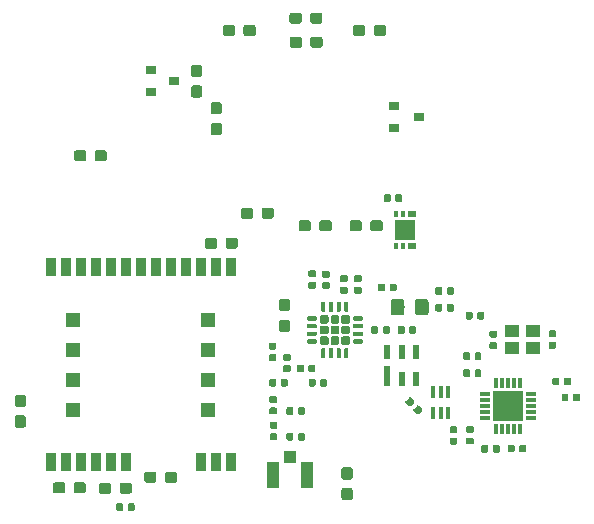
<source format=gbr>
G04 #@! TF.GenerationSoftware,KiCad,Pcbnew,(5.1.0)-1*
G04 #@! TF.CreationDate,2019-06-21T14:16:56-03:00*
G04 #@! TF.ProjectId,PCB_A,5043425f-412e-46b6-9963-61645f706362,rev?*
G04 #@! TF.SameCoordinates,Original*
G04 #@! TF.FileFunction,Paste,Top*
G04 #@! TF.FilePolarity,Positive*
%FSLAX46Y46*%
G04 Gerber Fmt 4.6, Leading zero omitted, Abs format (unit mm)*
G04 Created by KiCad (PCBNEW (5.1.0)-1) date 2019-06-21 14:16:56*
%MOMM*%
%LPD*%
G04 APERTURE LIST*
%ADD10C,0.100000*%
%ADD11C,0.950000*%
%ADD12R,0.900000X1.500000*%
%ADD13R,1.270000X1.270000*%
%ADD14C,0.730000*%
%ADD15C,0.350000*%
%ADD16R,0.600000X1.200000*%
%ADD17R,0.600000X1.700000*%
%ADD18R,1.800000X1.800000*%
%ADD19R,0.750000X0.500000*%
%ADD20R,0.400000X0.500000*%
%ADD21C,0.590000*%
%ADD22C,1.150000*%
%ADD23R,0.900000X0.800000*%
%ADD24R,1.000000X1.050000*%
%ADD25R,1.050000X2.200000*%
%ADD26R,0.900000X0.300000*%
%ADD27R,0.300000X0.900000*%
%ADD28R,2.500000X2.500000*%
%ADD29R,0.350000X1.000000*%
%ADD30R,1.150000X1.000000*%
G04 APERTURE END LIST*
D10*
G36*
X3851779Y-12494144D02*
G01*
X3874834Y-12497563D01*
X3897443Y-12503227D01*
X3919387Y-12511079D01*
X3940457Y-12521044D01*
X3960448Y-12533026D01*
X3979168Y-12546910D01*
X3996438Y-12562562D01*
X4012090Y-12579832D01*
X4025974Y-12598552D01*
X4037956Y-12618543D01*
X4047921Y-12639613D01*
X4055773Y-12661557D01*
X4061437Y-12684166D01*
X4064856Y-12707221D01*
X4066000Y-12730500D01*
X4066000Y-13305500D01*
X4064856Y-13328779D01*
X4061437Y-13351834D01*
X4055773Y-13374443D01*
X4047921Y-13396387D01*
X4037956Y-13417457D01*
X4025974Y-13437448D01*
X4012090Y-13456168D01*
X3996438Y-13473438D01*
X3979168Y-13489090D01*
X3960448Y-13502974D01*
X3940457Y-13514956D01*
X3919387Y-13524921D01*
X3897443Y-13532773D01*
X3874834Y-13538437D01*
X3851779Y-13541856D01*
X3828500Y-13543000D01*
X3353500Y-13543000D01*
X3330221Y-13541856D01*
X3307166Y-13538437D01*
X3284557Y-13532773D01*
X3262613Y-13524921D01*
X3241543Y-13514956D01*
X3221552Y-13502974D01*
X3202832Y-13489090D01*
X3185562Y-13473438D01*
X3169910Y-13456168D01*
X3156026Y-13437448D01*
X3144044Y-13417457D01*
X3134079Y-13396387D01*
X3126227Y-13374443D01*
X3120563Y-13351834D01*
X3117144Y-13328779D01*
X3116000Y-13305500D01*
X3116000Y-12730500D01*
X3117144Y-12707221D01*
X3120563Y-12684166D01*
X3126227Y-12661557D01*
X3134079Y-12639613D01*
X3144044Y-12618543D01*
X3156026Y-12598552D01*
X3169910Y-12579832D01*
X3185562Y-12562562D01*
X3202832Y-12546910D01*
X3221552Y-12533026D01*
X3241543Y-12521044D01*
X3262613Y-12511079D01*
X3284557Y-12503227D01*
X3307166Y-12497563D01*
X3330221Y-12494144D01*
X3353500Y-12493000D01*
X3828500Y-12493000D01*
X3851779Y-12494144D01*
X3851779Y-12494144D01*
G37*
D11*
X3591000Y-13018000D03*
D10*
G36*
X3851779Y-14244144D02*
G01*
X3874834Y-14247563D01*
X3897443Y-14253227D01*
X3919387Y-14261079D01*
X3940457Y-14271044D01*
X3960448Y-14283026D01*
X3979168Y-14296910D01*
X3996438Y-14312562D01*
X4012090Y-14329832D01*
X4025974Y-14348552D01*
X4037956Y-14368543D01*
X4047921Y-14389613D01*
X4055773Y-14411557D01*
X4061437Y-14434166D01*
X4064856Y-14457221D01*
X4066000Y-14480500D01*
X4066000Y-15055500D01*
X4064856Y-15078779D01*
X4061437Y-15101834D01*
X4055773Y-15124443D01*
X4047921Y-15146387D01*
X4037956Y-15167457D01*
X4025974Y-15187448D01*
X4012090Y-15206168D01*
X3996438Y-15223438D01*
X3979168Y-15239090D01*
X3960448Y-15252974D01*
X3940457Y-15264956D01*
X3919387Y-15274921D01*
X3897443Y-15282773D01*
X3874834Y-15288437D01*
X3851779Y-15291856D01*
X3828500Y-15293000D01*
X3353500Y-15293000D01*
X3330221Y-15291856D01*
X3307166Y-15288437D01*
X3284557Y-15282773D01*
X3262613Y-15274921D01*
X3241543Y-15264956D01*
X3221552Y-15252974D01*
X3202832Y-15239090D01*
X3185562Y-15223438D01*
X3169910Y-15206168D01*
X3156026Y-15187448D01*
X3144044Y-15167457D01*
X3134079Y-15146387D01*
X3126227Y-15124443D01*
X3120563Y-15101834D01*
X3117144Y-15078779D01*
X3116000Y-15055500D01*
X3116000Y-14480500D01*
X3117144Y-14457221D01*
X3120563Y-14434166D01*
X3126227Y-14411557D01*
X3134079Y-14389613D01*
X3144044Y-14368543D01*
X3156026Y-14348552D01*
X3169910Y-14329832D01*
X3185562Y-14312562D01*
X3202832Y-14296910D01*
X3221552Y-14283026D01*
X3241543Y-14271044D01*
X3262613Y-14261079D01*
X3284557Y-14253227D01*
X3307166Y-14247563D01*
X3330221Y-14244144D01*
X3353500Y-14243000D01*
X3828500Y-14243000D01*
X3851779Y-14244144D01*
X3851779Y-14244144D01*
G37*
D11*
X3591000Y-14768000D03*
D12*
X-21501500Y-12065000D03*
X-20231500Y-12065000D03*
X-18961500Y-12065000D03*
X-17691500Y-12065000D03*
X-16421500Y-12065000D03*
X-15151500Y-12065000D03*
X-6261500Y-12065000D03*
X-8801500Y-12065000D03*
X-7531500Y-12065000D03*
X-6261500Y4445000D03*
X-7531500Y4445000D03*
X-8801500Y4445000D03*
X-10071500Y4445000D03*
X-11341500Y4445000D03*
X-12611500Y4445000D03*
X-13881500Y4445000D03*
X-15151500Y4445000D03*
X-16421500Y4445000D03*
X-17691500Y4445000D03*
X-18961500Y4445000D03*
X-20231500Y4445000D03*
X-21501500Y4445000D03*
D13*
X-8166500Y-7620000D03*
X-8166500Y-5080000D03*
X-8166500Y-2540000D03*
X-8166500Y0D03*
X-19596500Y0D03*
X-19596500Y-2540000D03*
X-19596500Y-5080000D03*
X-19596500Y-7620000D03*
D10*
G36*
X1865788Y387821D02*
G01*
X1883504Y385193D01*
X1900877Y380842D01*
X1917740Y374808D01*
X1933930Y367151D01*
X1949292Y357943D01*
X1963677Y347274D01*
X1976947Y335247D01*
X1988974Y321977D01*
X1999643Y307592D01*
X2008851Y292230D01*
X2016508Y276040D01*
X2022542Y259177D01*
X2026893Y241804D01*
X2029521Y224088D01*
X2030400Y206200D01*
X2030400Y-158800D01*
X2029521Y-176688D01*
X2026893Y-194404D01*
X2022542Y-211777D01*
X2016508Y-228640D01*
X2008851Y-244830D01*
X1999643Y-260192D01*
X1988974Y-274577D01*
X1976947Y-287847D01*
X1963677Y-299874D01*
X1949292Y-310543D01*
X1933930Y-319751D01*
X1917740Y-327408D01*
X1900877Y-333442D01*
X1883504Y-337793D01*
X1865788Y-340421D01*
X1847900Y-341300D01*
X1482900Y-341300D01*
X1465012Y-340421D01*
X1447296Y-337793D01*
X1429923Y-333442D01*
X1413060Y-327408D01*
X1396870Y-319751D01*
X1381508Y-310543D01*
X1367123Y-299874D01*
X1353853Y-287847D01*
X1341826Y-274577D01*
X1331157Y-260192D01*
X1321949Y-244830D01*
X1314292Y-228640D01*
X1308258Y-211777D01*
X1303907Y-194404D01*
X1301279Y-176688D01*
X1300400Y-158800D01*
X1300400Y206200D01*
X1301279Y224088D01*
X1303907Y241804D01*
X1308258Y259177D01*
X1314292Y276040D01*
X1321949Y292230D01*
X1331157Y307592D01*
X1341826Y321977D01*
X1353853Y335247D01*
X1367123Y347274D01*
X1381508Y357943D01*
X1396870Y367151D01*
X1413060Y374808D01*
X1429923Y380842D01*
X1447296Y385193D01*
X1465012Y387821D01*
X1482900Y388700D01*
X1847900Y388700D01*
X1865788Y387821D01*
X1865788Y387821D01*
G37*
D14*
X1665400Y23700D03*
D10*
G36*
X1865788Y-512179D02*
G01*
X1883504Y-514807D01*
X1900877Y-519158D01*
X1917740Y-525192D01*
X1933930Y-532849D01*
X1949292Y-542057D01*
X1963677Y-552726D01*
X1976947Y-564753D01*
X1988974Y-578023D01*
X1999643Y-592408D01*
X2008851Y-607770D01*
X2016508Y-623960D01*
X2022542Y-640823D01*
X2026893Y-658196D01*
X2029521Y-675912D01*
X2030400Y-693800D01*
X2030400Y-1058800D01*
X2029521Y-1076688D01*
X2026893Y-1094404D01*
X2022542Y-1111777D01*
X2016508Y-1128640D01*
X2008851Y-1144830D01*
X1999643Y-1160192D01*
X1988974Y-1174577D01*
X1976947Y-1187847D01*
X1963677Y-1199874D01*
X1949292Y-1210543D01*
X1933930Y-1219751D01*
X1917740Y-1227408D01*
X1900877Y-1233442D01*
X1883504Y-1237793D01*
X1865788Y-1240421D01*
X1847900Y-1241300D01*
X1482900Y-1241300D01*
X1465012Y-1240421D01*
X1447296Y-1237793D01*
X1429923Y-1233442D01*
X1413060Y-1227408D01*
X1396870Y-1219751D01*
X1381508Y-1210543D01*
X1367123Y-1199874D01*
X1353853Y-1187847D01*
X1341826Y-1174577D01*
X1331157Y-1160192D01*
X1321949Y-1144830D01*
X1314292Y-1128640D01*
X1308258Y-1111777D01*
X1303907Y-1094404D01*
X1301279Y-1076688D01*
X1300400Y-1058800D01*
X1300400Y-693800D01*
X1301279Y-675912D01*
X1303907Y-658196D01*
X1308258Y-640823D01*
X1314292Y-623960D01*
X1321949Y-607770D01*
X1331157Y-592408D01*
X1341826Y-578023D01*
X1353853Y-564753D01*
X1367123Y-552726D01*
X1381508Y-542057D01*
X1396870Y-532849D01*
X1413060Y-525192D01*
X1429923Y-519158D01*
X1447296Y-514807D01*
X1465012Y-512179D01*
X1482900Y-511300D01*
X1847900Y-511300D01*
X1865788Y-512179D01*
X1865788Y-512179D01*
G37*
D14*
X1665400Y-876300D03*
D10*
G36*
X1865788Y-1412179D02*
G01*
X1883504Y-1414807D01*
X1900877Y-1419158D01*
X1917740Y-1425192D01*
X1933930Y-1432849D01*
X1949292Y-1442057D01*
X1963677Y-1452726D01*
X1976947Y-1464753D01*
X1988974Y-1478023D01*
X1999643Y-1492408D01*
X2008851Y-1507770D01*
X2016508Y-1523960D01*
X2022542Y-1540823D01*
X2026893Y-1558196D01*
X2029521Y-1575912D01*
X2030400Y-1593800D01*
X2030400Y-1958800D01*
X2029521Y-1976688D01*
X2026893Y-1994404D01*
X2022542Y-2011777D01*
X2016508Y-2028640D01*
X2008851Y-2044830D01*
X1999643Y-2060192D01*
X1988974Y-2074577D01*
X1976947Y-2087847D01*
X1963677Y-2099874D01*
X1949292Y-2110543D01*
X1933930Y-2119751D01*
X1917740Y-2127408D01*
X1900877Y-2133442D01*
X1883504Y-2137793D01*
X1865788Y-2140421D01*
X1847900Y-2141300D01*
X1482900Y-2141300D01*
X1465012Y-2140421D01*
X1447296Y-2137793D01*
X1429923Y-2133442D01*
X1413060Y-2127408D01*
X1396870Y-2119751D01*
X1381508Y-2110543D01*
X1367123Y-2099874D01*
X1353853Y-2087847D01*
X1341826Y-2074577D01*
X1331157Y-2060192D01*
X1321949Y-2044830D01*
X1314292Y-2028640D01*
X1308258Y-2011777D01*
X1303907Y-1994404D01*
X1301279Y-1976688D01*
X1300400Y-1958800D01*
X1300400Y-1593800D01*
X1301279Y-1575912D01*
X1303907Y-1558196D01*
X1308258Y-1540823D01*
X1314292Y-1523960D01*
X1321949Y-1507770D01*
X1331157Y-1492408D01*
X1341826Y-1478023D01*
X1353853Y-1464753D01*
X1367123Y-1452726D01*
X1381508Y-1442057D01*
X1396870Y-1432849D01*
X1413060Y-1425192D01*
X1429923Y-1419158D01*
X1447296Y-1414807D01*
X1465012Y-1412179D01*
X1482900Y-1411300D01*
X1847900Y-1411300D01*
X1865788Y-1412179D01*
X1865788Y-1412179D01*
G37*
D14*
X1665400Y-1776300D03*
D10*
G36*
X2765788Y387821D02*
G01*
X2783504Y385193D01*
X2800877Y380842D01*
X2817740Y374808D01*
X2833930Y367151D01*
X2849292Y357943D01*
X2863677Y347274D01*
X2876947Y335247D01*
X2888974Y321977D01*
X2899643Y307592D01*
X2908851Y292230D01*
X2916508Y276040D01*
X2922542Y259177D01*
X2926893Y241804D01*
X2929521Y224088D01*
X2930400Y206200D01*
X2930400Y-158800D01*
X2929521Y-176688D01*
X2926893Y-194404D01*
X2922542Y-211777D01*
X2916508Y-228640D01*
X2908851Y-244830D01*
X2899643Y-260192D01*
X2888974Y-274577D01*
X2876947Y-287847D01*
X2863677Y-299874D01*
X2849292Y-310543D01*
X2833930Y-319751D01*
X2817740Y-327408D01*
X2800877Y-333442D01*
X2783504Y-337793D01*
X2765788Y-340421D01*
X2747900Y-341300D01*
X2382900Y-341300D01*
X2365012Y-340421D01*
X2347296Y-337793D01*
X2329923Y-333442D01*
X2313060Y-327408D01*
X2296870Y-319751D01*
X2281508Y-310543D01*
X2267123Y-299874D01*
X2253853Y-287847D01*
X2241826Y-274577D01*
X2231157Y-260192D01*
X2221949Y-244830D01*
X2214292Y-228640D01*
X2208258Y-211777D01*
X2203907Y-194404D01*
X2201279Y-176688D01*
X2200400Y-158800D01*
X2200400Y206200D01*
X2201279Y224088D01*
X2203907Y241804D01*
X2208258Y259177D01*
X2214292Y276040D01*
X2221949Y292230D01*
X2231157Y307592D01*
X2241826Y321977D01*
X2253853Y335247D01*
X2267123Y347274D01*
X2281508Y357943D01*
X2296870Y367151D01*
X2313060Y374808D01*
X2329923Y380842D01*
X2347296Y385193D01*
X2365012Y387821D01*
X2382900Y388700D01*
X2747900Y388700D01*
X2765788Y387821D01*
X2765788Y387821D01*
G37*
D14*
X2565400Y23700D03*
D10*
G36*
X2765788Y-512179D02*
G01*
X2783504Y-514807D01*
X2800877Y-519158D01*
X2817740Y-525192D01*
X2833930Y-532849D01*
X2849292Y-542057D01*
X2863677Y-552726D01*
X2876947Y-564753D01*
X2888974Y-578023D01*
X2899643Y-592408D01*
X2908851Y-607770D01*
X2916508Y-623960D01*
X2922542Y-640823D01*
X2926893Y-658196D01*
X2929521Y-675912D01*
X2930400Y-693800D01*
X2930400Y-1058800D01*
X2929521Y-1076688D01*
X2926893Y-1094404D01*
X2922542Y-1111777D01*
X2916508Y-1128640D01*
X2908851Y-1144830D01*
X2899643Y-1160192D01*
X2888974Y-1174577D01*
X2876947Y-1187847D01*
X2863677Y-1199874D01*
X2849292Y-1210543D01*
X2833930Y-1219751D01*
X2817740Y-1227408D01*
X2800877Y-1233442D01*
X2783504Y-1237793D01*
X2765788Y-1240421D01*
X2747900Y-1241300D01*
X2382900Y-1241300D01*
X2365012Y-1240421D01*
X2347296Y-1237793D01*
X2329923Y-1233442D01*
X2313060Y-1227408D01*
X2296870Y-1219751D01*
X2281508Y-1210543D01*
X2267123Y-1199874D01*
X2253853Y-1187847D01*
X2241826Y-1174577D01*
X2231157Y-1160192D01*
X2221949Y-1144830D01*
X2214292Y-1128640D01*
X2208258Y-1111777D01*
X2203907Y-1094404D01*
X2201279Y-1076688D01*
X2200400Y-1058800D01*
X2200400Y-693800D01*
X2201279Y-675912D01*
X2203907Y-658196D01*
X2208258Y-640823D01*
X2214292Y-623960D01*
X2221949Y-607770D01*
X2231157Y-592408D01*
X2241826Y-578023D01*
X2253853Y-564753D01*
X2267123Y-552726D01*
X2281508Y-542057D01*
X2296870Y-532849D01*
X2313060Y-525192D01*
X2329923Y-519158D01*
X2347296Y-514807D01*
X2365012Y-512179D01*
X2382900Y-511300D01*
X2747900Y-511300D01*
X2765788Y-512179D01*
X2765788Y-512179D01*
G37*
D14*
X2565400Y-876300D03*
D10*
G36*
X2765788Y-1412179D02*
G01*
X2783504Y-1414807D01*
X2800877Y-1419158D01*
X2817740Y-1425192D01*
X2833930Y-1432849D01*
X2849292Y-1442057D01*
X2863677Y-1452726D01*
X2876947Y-1464753D01*
X2888974Y-1478023D01*
X2899643Y-1492408D01*
X2908851Y-1507770D01*
X2916508Y-1523960D01*
X2922542Y-1540823D01*
X2926893Y-1558196D01*
X2929521Y-1575912D01*
X2930400Y-1593800D01*
X2930400Y-1958800D01*
X2929521Y-1976688D01*
X2926893Y-1994404D01*
X2922542Y-2011777D01*
X2916508Y-2028640D01*
X2908851Y-2044830D01*
X2899643Y-2060192D01*
X2888974Y-2074577D01*
X2876947Y-2087847D01*
X2863677Y-2099874D01*
X2849292Y-2110543D01*
X2833930Y-2119751D01*
X2817740Y-2127408D01*
X2800877Y-2133442D01*
X2783504Y-2137793D01*
X2765788Y-2140421D01*
X2747900Y-2141300D01*
X2382900Y-2141300D01*
X2365012Y-2140421D01*
X2347296Y-2137793D01*
X2329923Y-2133442D01*
X2313060Y-2127408D01*
X2296870Y-2119751D01*
X2281508Y-2110543D01*
X2267123Y-2099874D01*
X2253853Y-2087847D01*
X2241826Y-2074577D01*
X2231157Y-2060192D01*
X2221949Y-2044830D01*
X2214292Y-2028640D01*
X2208258Y-2011777D01*
X2203907Y-1994404D01*
X2201279Y-1976688D01*
X2200400Y-1958800D01*
X2200400Y-1593800D01*
X2201279Y-1575912D01*
X2203907Y-1558196D01*
X2208258Y-1540823D01*
X2214292Y-1523960D01*
X2221949Y-1507770D01*
X2231157Y-1492408D01*
X2241826Y-1478023D01*
X2253853Y-1464753D01*
X2267123Y-1452726D01*
X2281508Y-1442057D01*
X2296870Y-1432849D01*
X2313060Y-1425192D01*
X2329923Y-1419158D01*
X2347296Y-1414807D01*
X2365012Y-1412179D01*
X2382900Y-1411300D01*
X2747900Y-1411300D01*
X2765788Y-1412179D01*
X2765788Y-1412179D01*
G37*
D14*
X2565400Y-1776300D03*
D10*
G36*
X3665788Y387821D02*
G01*
X3683504Y385193D01*
X3700877Y380842D01*
X3717740Y374808D01*
X3733930Y367151D01*
X3749292Y357943D01*
X3763677Y347274D01*
X3776947Y335247D01*
X3788974Y321977D01*
X3799643Y307592D01*
X3808851Y292230D01*
X3816508Y276040D01*
X3822542Y259177D01*
X3826893Y241804D01*
X3829521Y224088D01*
X3830400Y206200D01*
X3830400Y-158800D01*
X3829521Y-176688D01*
X3826893Y-194404D01*
X3822542Y-211777D01*
X3816508Y-228640D01*
X3808851Y-244830D01*
X3799643Y-260192D01*
X3788974Y-274577D01*
X3776947Y-287847D01*
X3763677Y-299874D01*
X3749292Y-310543D01*
X3733930Y-319751D01*
X3717740Y-327408D01*
X3700877Y-333442D01*
X3683504Y-337793D01*
X3665788Y-340421D01*
X3647900Y-341300D01*
X3282900Y-341300D01*
X3265012Y-340421D01*
X3247296Y-337793D01*
X3229923Y-333442D01*
X3213060Y-327408D01*
X3196870Y-319751D01*
X3181508Y-310543D01*
X3167123Y-299874D01*
X3153853Y-287847D01*
X3141826Y-274577D01*
X3131157Y-260192D01*
X3121949Y-244830D01*
X3114292Y-228640D01*
X3108258Y-211777D01*
X3103907Y-194404D01*
X3101279Y-176688D01*
X3100400Y-158800D01*
X3100400Y206200D01*
X3101279Y224088D01*
X3103907Y241804D01*
X3108258Y259177D01*
X3114292Y276040D01*
X3121949Y292230D01*
X3131157Y307592D01*
X3141826Y321977D01*
X3153853Y335247D01*
X3167123Y347274D01*
X3181508Y357943D01*
X3196870Y367151D01*
X3213060Y374808D01*
X3229923Y380842D01*
X3247296Y385193D01*
X3265012Y387821D01*
X3282900Y388700D01*
X3647900Y388700D01*
X3665788Y387821D01*
X3665788Y387821D01*
G37*
D14*
X3465400Y23700D03*
D10*
G36*
X3665788Y-512179D02*
G01*
X3683504Y-514807D01*
X3700877Y-519158D01*
X3717740Y-525192D01*
X3733930Y-532849D01*
X3749292Y-542057D01*
X3763677Y-552726D01*
X3776947Y-564753D01*
X3788974Y-578023D01*
X3799643Y-592408D01*
X3808851Y-607770D01*
X3816508Y-623960D01*
X3822542Y-640823D01*
X3826893Y-658196D01*
X3829521Y-675912D01*
X3830400Y-693800D01*
X3830400Y-1058800D01*
X3829521Y-1076688D01*
X3826893Y-1094404D01*
X3822542Y-1111777D01*
X3816508Y-1128640D01*
X3808851Y-1144830D01*
X3799643Y-1160192D01*
X3788974Y-1174577D01*
X3776947Y-1187847D01*
X3763677Y-1199874D01*
X3749292Y-1210543D01*
X3733930Y-1219751D01*
X3717740Y-1227408D01*
X3700877Y-1233442D01*
X3683504Y-1237793D01*
X3665788Y-1240421D01*
X3647900Y-1241300D01*
X3282900Y-1241300D01*
X3265012Y-1240421D01*
X3247296Y-1237793D01*
X3229923Y-1233442D01*
X3213060Y-1227408D01*
X3196870Y-1219751D01*
X3181508Y-1210543D01*
X3167123Y-1199874D01*
X3153853Y-1187847D01*
X3141826Y-1174577D01*
X3131157Y-1160192D01*
X3121949Y-1144830D01*
X3114292Y-1128640D01*
X3108258Y-1111777D01*
X3103907Y-1094404D01*
X3101279Y-1076688D01*
X3100400Y-1058800D01*
X3100400Y-693800D01*
X3101279Y-675912D01*
X3103907Y-658196D01*
X3108258Y-640823D01*
X3114292Y-623960D01*
X3121949Y-607770D01*
X3131157Y-592408D01*
X3141826Y-578023D01*
X3153853Y-564753D01*
X3167123Y-552726D01*
X3181508Y-542057D01*
X3196870Y-532849D01*
X3213060Y-525192D01*
X3229923Y-519158D01*
X3247296Y-514807D01*
X3265012Y-512179D01*
X3282900Y-511300D01*
X3647900Y-511300D01*
X3665788Y-512179D01*
X3665788Y-512179D01*
G37*
D14*
X3465400Y-876300D03*
D10*
G36*
X3665788Y-1412179D02*
G01*
X3683504Y-1414807D01*
X3700877Y-1419158D01*
X3717740Y-1425192D01*
X3733930Y-1432849D01*
X3749292Y-1442057D01*
X3763677Y-1452726D01*
X3776947Y-1464753D01*
X3788974Y-1478023D01*
X3799643Y-1492408D01*
X3808851Y-1507770D01*
X3816508Y-1523960D01*
X3822542Y-1540823D01*
X3826893Y-1558196D01*
X3829521Y-1575912D01*
X3830400Y-1593800D01*
X3830400Y-1958800D01*
X3829521Y-1976688D01*
X3826893Y-1994404D01*
X3822542Y-2011777D01*
X3816508Y-2028640D01*
X3808851Y-2044830D01*
X3799643Y-2060192D01*
X3788974Y-2074577D01*
X3776947Y-2087847D01*
X3763677Y-2099874D01*
X3749292Y-2110543D01*
X3733930Y-2119751D01*
X3717740Y-2127408D01*
X3700877Y-2133442D01*
X3683504Y-2137793D01*
X3665788Y-2140421D01*
X3647900Y-2141300D01*
X3282900Y-2141300D01*
X3265012Y-2140421D01*
X3247296Y-2137793D01*
X3229923Y-2133442D01*
X3213060Y-2127408D01*
X3196870Y-2119751D01*
X3181508Y-2110543D01*
X3167123Y-2099874D01*
X3153853Y-2087847D01*
X3141826Y-2074577D01*
X3131157Y-2060192D01*
X3121949Y-2044830D01*
X3114292Y-2028640D01*
X3108258Y-2011777D01*
X3103907Y-1994404D01*
X3101279Y-1976688D01*
X3100400Y-1958800D01*
X3100400Y-1593800D01*
X3101279Y-1575912D01*
X3103907Y-1558196D01*
X3108258Y-1540823D01*
X3114292Y-1523960D01*
X3121949Y-1507770D01*
X3131157Y-1492408D01*
X3141826Y-1478023D01*
X3153853Y-1464753D01*
X3167123Y-1452726D01*
X3181508Y-1442057D01*
X3196870Y-1432849D01*
X3213060Y-1425192D01*
X3229923Y-1419158D01*
X3247296Y-1414807D01*
X3265012Y-1412179D01*
X3282900Y-1411300D01*
X3647900Y-1411300D01*
X3665788Y-1412179D01*
X3665788Y-1412179D01*
G37*
D14*
X3465400Y-1776300D03*
D10*
G36*
X936476Y273279D02*
G01*
X944970Y272019D01*
X953300Y269932D01*
X961385Y267039D01*
X969147Y263368D01*
X976512Y258954D01*
X983409Y253838D01*
X989772Y248072D01*
X995538Y241709D01*
X1000654Y234812D01*
X1005068Y227447D01*
X1008739Y219685D01*
X1011632Y211600D01*
X1013719Y203270D01*
X1014979Y194776D01*
X1015400Y186200D01*
X1015400Y11200D01*
X1014979Y2624D01*
X1013719Y-5870D01*
X1011632Y-14200D01*
X1008739Y-22285D01*
X1005068Y-30047D01*
X1000654Y-37412D01*
X995538Y-44309D01*
X989772Y-50672D01*
X983409Y-56438D01*
X976512Y-61554D01*
X969147Y-65968D01*
X961385Y-69639D01*
X953300Y-72532D01*
X944970Y-74619D01*
X936476Y-75879D01*
X927900Y-76300D01*
X277900Y-76300D01*
X269324Y-75879D01*
X260830Y-74619D01*
X252500Y-72532D01*
X244415Y-69639D01*
X236653Y-65968D01*
X229288Y-61554D01*
X222391Y-56438D01*
X216028Y-50672D01*
X210262Y-44309D01*
X205146Y-37412D01*
X200732Y-30047D01*
X197061Y-22285D01*
X194168Y-14200D01*
X192081Y-5870D01*
X190821Y2624D01*
X190400Y11200D01*
X190400Y186200D01*
X190821Y194776D01*
X192081Y203270D01*
X194168Y211600D01*
X197061Y219685D01*
X200732Y227447D01*
X205146Y234812D01*
X210262Y241709D01*
X216028Y248072D01*
X222391Y253838D01*
X229288Y258954D01*
X236653Y263368D01*
X244415Y267039D01*
X252500Y269932D01*
X260830Y272019D01*
X269324Y273279D01*
X277900Y273700D01*
X927900Y273700D01*
X936476Y273279D01*
X936476Y273279D01*
G37*
D15*
X602900Y98700D03*
D10*
G36*
X936476Y-376721D02*
G01*
X944970Y-377981D01*
X953300Y-380068D01*
X961385Y-382961D01*
X969147Y-386632D01*
X976512Y-391046D01*
X983409Y-396162D01*
X989772Y-401928D01*
X995538Y-408291D01*
X1000654Y-415188D01*
X1005068Y-422553D01*
X1008739Y-430315D01*
X1011632Y-438400D01*
X1013719Y-446730D01*
X1014979Y-455224D01*
X1015400Y-463800D01*
X1015400Y-638800D01*
X1014979Y-647376D01*
X1013719Y-655870D01*
X1011632Y-664200D01*
X1008739Y-672285D01*
X1005068Y-680047D01*
X1000654Y-687412D01*
X995538Y-694309D01*
X989772Y-700672D01*
X983409Y-706438D01*
X976512Y-711554D01*
X969147Y-715968D01*
X961385Y-719639D01*
X953300Y-722532D01*
X944970Y-724619D01*
X936476Y-725879D01*
X927900Y-726300D01*
X277900Y-726300D01*
X269324Y-725879D01*
X260830Y-724619D01*
X252500Y-722532D01*
X244415Y-719639D01*
X236653Y-715968D01*
X229288Y-711554D01*
X222391Y-706438D01*
X216028Y-700672D01*
X210262Y-694309D01*
X205146Y-687412D01*
X200732Y-680047D01*
X197061Y-672285D01*
X194168Y-664200D01*
X192081Y-655870D01*
X190821Y-647376D01*
X190400Y-638800D01*
X190400Y-463800D01*
X190821Y-455224D01*
X192081Y-446730D01*
X194168Y-438400D01*
X197061Y-430315D01*
X200732Y-422553D01*
X205146Y-415188D01*
X210262Y-408291D01*
X216028Y-401928D01*
X222391Y-396162D01*
X229288Y-391046D01*
X236653Y-386632D01*
X244415Y-382961D01*
X252500Y-380068D01*
X260830Y-377981D01*
X269324Y-376721D01*
X277900Y-376300D01*
X927900Y-376300D01*
X936476Y-376721D01*
X936476Y-376721D01*
G37*
D15*
X602900Y-551300D03*
D10*
G36*
X936476Y-1026721D02*
G01*
X944970Y-1027981D01*
X953300Y-1030068D01*
X961385Y-1032961D01*
X969147Y-1036632D01*
X976512Y-1041046D01*
X983409Y-1046162D01*
X989772Y-1051928D01*
X995538Y-1058291D01*
X1000654Y-1065188D01*
X1005068Y-1072553D01*
X1008739Y-1080315D01*
X1011632Y-1088400D01*
X1013719Y-1096730D01*
X1014979Y-1105224D01*
X1015400Y-1113800D01*
X1015400Y-1288800D01*
X1014979Y-1297376D01*
X1013719Y-1305870D01*
X1011632Y-1314200D01*
X1008739Y-1322285D01*
X1005068Y-1330047D01*
X1000654Y-1337412D01*
X995538Y-1344309D01*
X989772Y-1350672D01*
X983409Y-1356438D01*
X976512Y-1361554D01*
X969147Y-1365968D01*
X961385Y-1369639D01*
X953300Y-1372532D01*
X944970Y-1374619D01*
X936476Y-1375879D01*
X927900Y-1376300D01*
X277900Y-1376300D01*
X269324Y-1375879D01*
X260830Y-1374619D01*
X252500Y-1372532D01*
X244415Y-1369639D01*
X236653Y-1365968D01*
X229288Y-1361554D01*
X222391Y-1356438D01*
X216028Y-1350672D01*
X210262Y-1344309D01*
X205146Y-1337412D01*
X200732Y-1330047D01*
X197061Y-1322285D01*
X194168Y-1314200D01*
X192081Y-1305870D01*
X190821Y-1297376D01*
X190400Y-1288800D01*
X190400Y-1113800D01*
X190821Y-1105224D01*
X192081Y-1096730D01*
X194168Y-1088400D01*
X197061Y-1080315D01*
X200732Y-1072553D01*
X205146Y-1065188D01*
X210262Y-1058291D01*
X216028Y-1051928D01*
X222391Y-1046162D01*
X229288Y-1041046D01*
X236653Y-1036632D01*
X244415Y-1032961D01*
X252500Y-1030068D01*
X260830Y-1027981D01*
X269324Y-1026721D01*
X277900Y-1026300D01*
X927900Y-1026300D01*
X936476Y-1026721D01*
X936476Y-1026721D01*
G37*
D15*
X602900Y-1201300D03*
D10*
G36*
X936476Y-1676721D02*
G01*
X944970Y-1677981D01*
X953300Y-1680068D01*
X961385Y-1682961D01*
X969147Y-1686632D01*
X976512Y-1691046D01*
X983409Y-1696162D01*
X989772Y-1701928D01*
X995538Y-1708291D01*
X1000654Y-1715188D01*
X1005068Y-1722553D01*
X1008739Y-1730315D01*
X1011632Y-1738400D01*
X1013719Y-1746730D01*
X1014979Y-1755224D01*
X1015400Y-1763800D01*
X1015400Y-1938800D01*
X1014979Y-1947376D01*
X1013719Y-1955870D01*
X1011632Y-1964200D01*
X1008739Y-1972285D01*
X1005068Y-1980047D01*
X1000654Y-1987412D01*
X995538Y-1994309D01*
X989772Y-2000672D01*
X983409Y-2006438D01*
X976512Y-2011554D01*
X969147Y-2015968D01*
X961385Y-2019639D01*
X953300Y-2022532D01*
X944970Y-2024619D01*
X936476Y-2025879D01*
X927900Y-2026300D01*
X277900Y-2026300D01*
X269324Y-2025879D01*
X260830Y-2024619D01*
X252500Y-2022532D01*
X244415Y-2019639D01*
X236653Y-2015968D01*
X229288Y-2011554D01*
X222391Y-2006438D01*
X216028Y-2000672D01*
X210262Y-1994309D01*
X205146Y-1987412D01*
X200732Y-1980047D01*
X197061Y-1972285D01*
X194168Y-1964200D01*
X192081Y-1955870D01*
X190821Y-1947376D01*
X190400Y-1938800D01*
X190400Y-1763800D01*
X190821Y-1755224D01*
X192081Y-1746730D01*
X194168Y-1738400D01*
X197061Y-1730315D01*
X200732Y-1722553D01*
X205146Y-1715188D01*
X210262Y-1708291D01*
X216028Y-1701928D01*
X222391Y-1696162D01*
X229288Y-1691046D01*
X236653Y-1686632D01*
X244415Y-1682961D01*
X252500Y-1680068D01*
X260830Y-1677981D01*
X269324Y-1676721D01*
X277900Y-1676300D01*
X927900Y-1676300D01*
X936476Y-1676721D01*
X936476Y-1676721D01*
G37*
D15*
X602900Y-1851300D03*
D10*
G36*
X1686476Y-2426721D02*
G01*
X1694970Y-2427981D01*
X1703300Y-2430068D01*
X1711385Y-2432961D01*
X1719147Y-2436632D01*
X1726512Y-2441046D01*
X1733409Y-2446162D01*
X1739772Y-2451928D01*
X1745538Y-2458291D01*
X1750654Y-2465188D01*
X1755068Y-2472553D01*
X1758739Y-2480315D01*
X1761632Y-2488400D01*
X1763719Y-2496730D01*
X1764979Y-2505224D01*
X1765400Y-2513800D01*
X1765400Y-3163800D01*
X1764979Y-3172376D01*
X1763719Y-3180870D01*
X1761632Y-3189200D01*
X1758739Y-3197285D01*
X1755068Y-3205047D01*
X1750654Y-3212412D01*
X1745538Y-3219309D01*
X1739772Y-3225672D01*
X1733409Y-3231438D01*
X1726512Y-3236554D01*
X1719147Y-3240968D01*
X1711385Y-3244639D01*
X1703300Y-3247532D01*
X1694970Y-3249619D01*
X1686476Y-3250879D01*
X1677900Y-3251300D01*
X1502900Y-3251300D01*
X1494324Y-3250879D01*
X1485830Y-3249619D01*
X1477500Y-3247532D01*
X1469415Y-3244639D01*
X1461653Y-3240968D01*
X1454288Y-3236554D01*
X1447391Y-3231438D01*
X1441028Y-3225672D01*
X1435262Y-3219309D01*
X1430146Y-3212412D01*
X1425732Y-3205047D01*
X1422061Y-3197285D01*
X1419168Y-3189200D01*
X1417081Y-3180870D01*
X1415821Y-3172376D01*
X1415400Y-3163800D01*
X1415400Y-2513800D01*
X1415821Y-2505224D01*
X1417081Y-2496730D01*
X1419168Y-2488400D01*
X1422061Y-2480315D01*
X1425732Y-2472553D01*
X1430146Y-2465188D01*
X1435262Y-2458291D01*
X1441028Y-2451928D01*
X1447391Y-2446162D01*
X1454288Y-2441046D01*
X1461653Y-2436632D01*
X1469415Y-2432961D01*
X1477500Y-2430068D01*
X1485830Y-2427981D01*
X1494324Y-2426721D01*
X1502900Y-2426300D01*
X1677900Y-2426300D01*
X1686476Y-2426721D01*
X1686476Y-2426721D01*
G37*
D15*
X1590400Y-2838800D03*
D10*
G36*
X2336476Y-2426721D02*
G01*
X2344970Y-2427981D01*
X2353300Y-2430068D01*
X2361385Y-2432961D01*
X2369147Y-2436632D01*
X2376512Y-2441046D01*
X2383409Y-2446162D01*
X2389772Y-2451928D01*
X2395538Y-2458291D01*
X2400654Y-2465188D01*
X2405068Y-2472553D01*
X2408739Y-2480315D01*
X2411632Y-2488400D01*
X2413719Y-2496730D01*
X2414979Y-2505224D01*
X2415400Y-2513800D01*
X2415400Y-3163800D01*
X2414979Y-3172376D01*
X2413719Y-3180870D01*
X2411632Y-3189200D01*
X2408739Y-3197285D01*
X2405068Y-3205047D01*
X2400654Y-3212412D01*
X2395538Y-3219309D01*
X2389772Y-3225672D01*
X2383409Y-3231438D01*
X2376512Y-3236554D01*
X2369147Y-3240968D01*
X2361385Y-3244639D01*
X2353300Y-3247532D01*
X2344970Y-3249619D01*
X2336476Y-3250879D01*
X2327900Y-3251300D01*
X2152900Y-3251300D01*
X2144324Y-3250879D01*
X2135830Y-3249619D01*
X2127500Y-3247532D01*
X2119415Y-3244639D01*
X2111653Y-3240968D01*
X2104288Y-3236554D01*
X2097391Y-3231438D01*
X2091028Y-3225672D01*
X2085262Y-3219309D01*
X2080146Y-3212412D01*
X2075732Y-3205047D01*
X2072061Y-3197285D01*
X2069168Y-3189200D01*
X2067081Y-3180870D01*
X2065821Y-3172376D01*
X2065400Y-3163800D01*
X2065400Y-2513800D01*
X2065821Y-2505224D01*
X2067081Y-2496730D01*
X2069168Y-2488400D01*
X2072061Y-2480315D01*
X2075732Y-2472553D01*
X2080146Y-2465188D01*
X2085262Y-2458291D01*
X2091028Y-2451928D01*
X2097391Y-2446162D01*
X2104288Y-2441046D01*
X2111653Y-2436632D01*
X2119415Y-2432961D01*
X2127500Y-2430068D01*
X2135830Y-2427981D01*
X2144324Y-2426721D01*
X2152900Y-2426300D01*
X2327900Y-2426300D01*
X2336476Y-2426721D01*
X2336476Y-2426721D01*
G37*
D15*
X2240400Y-2838800D03*
D10*
G36*
X2986476Y-2426721D02*
G01*
X2994970Y-2427981D01*
X3003300Y-2430068D01*
X3011385Y-2432961D01*
X3019147Y-2436632D01*
X3026512Y-2441046D01*
X3033409Y-2446162D01*
X3039772Y-2451928D01*
X3045538Y-2458291D01*
X3050654Y-2465188D01*
X3055068Y-2472553D01*
X3058739Y-2480315D01*
X3061632Y-2488400D01*
X3063719Y-2496730D01*
X3064979Y-2505224D01*
X3065400Y-2513800D01*
X3065400Y-3163800D01*
X3064979Y-3172376D01*
X3063719Y-3180870D01*
X3061632Y-3189200D01*
X3058739Y-3197285D01*
X3055068Y-3205047D01*
X3050654Y-3212412D01*
X3045538Y-3219309D01*
X3039772Y-3225672D01*
X3033409Y-3231438D01*
X3026512Y-3236554D01*
X3019147Y-3240968D01*
X3011385Y-3244639D01*
X3003300Y-3247532D01*
X2994970Y-3249619D01*
X2986476Y-3250879D01*
X2977900Y-3251300D01*
X2802900Y-3251300D01*
X2794324Y-3250879D01*
X2785830Y-3249619D01*
X2777500Y-3247532D01*
X2769415Y-3244639D01*
X2761653Y-3240968D01*
X2754288Y-3236554D01*
X2747391Y-3231438D01*
X2741028Y-3225672D01*
X2735262Y-3219309D01*
X2730146Y-3212412D01*
X2725732Y-3205047D01*
X2722061Y-3197285D01*
X2719168Y-3189200D01*
X2717081Y-3180870D01*
X2715821Y-3172376D01*
X2715400Y-3163800D01*
X2715400Y-2513800D01*
X2715821Y-2505224D01*
X2717081Y-2496730D01*
X2719168Y-2488400D01*
X2722061Y-2480315D01*
X2725732Y-2472553D01*
X2730146Y-2465188D01*
X2735262Y-2458291D01*
X2741028Y-2451928D01*
X2747391Y-2446162D01*
X2754288Y-2441046D01*
X2761653Y-2436632D01*
X2769415Y-2432961D01*
X2777500Y-2430068D01*
X2785830Y-2427981D01*
X2794324Y-2426721D01*
X2802900Y-2426300D01*
X2977900Y-2426300D01*
X2986476Y-2426721D01*
X2986476Y-2426721D01*
G37*
D15*
X2890400Y-2838800D03*
D10*
G36*
X3636476Y-2426721D02*
G01*
X3644970Y-2427981D01*
X3653300Y-2430068D01*
X3661385Y-2432961D01*
X3669147Y-2436632D01*
X3676512Y-2441046D01*
X3683409Y-2446162D01*
X3689772Y-2451928D01*
X3695538Y-2458291D01*
X3700654Y-2465188D01*
X3705068Y-2472553D01*
X3708739Y-2480315D01*
X3711632Y-2488400D01*
X3713719Y-2496730D01*
X3714979Y-2505224D01*
X3715400Y-2513800D01*
X3715400Y-3163800D01*
X3714979Y-3172376D01*
X3713719Y-3180870D01*
X3711632Y-3189200D01*
X3708739Y-3197285D01*
X3705068Y-3205047D01*
X3700654Y-3212412D01*
X3695538Y-3219309D01*
X3689772Y-3225672D01*
X3683409Y-3231438D01*
X3676512Y-3236554D01*
X3669147Y-3240968D01*
X3661385Y-3244639D01*
X3653300Y-3247532D01*
X3644970Y-3249619D01*
X3636476Y-3250879D01*
X3627900Y-3251300D01*
X3452900Y-3251300D01*
X3444324Y-3250879D01*
X3435830Y-3249619D01*
X3427500Y-3247532D01*
X3419415Y-3244639D01*
X3411653Y-3240968D01*
X3404288Y-3236554D01*
X3397391Y-3231438D01*
X3391028Y-3225672D01*
X3385262Y-3219309D01*
X3380146Y-3212412D01*
X3375732Y-3205047D01*
X3372061Y-3197285D01*
X3369168Y-3189200D01*
X3367081Y-3180870D01*
X3365821Y-3172376D01*
X3365400Y-3163800D01*
X3365400Y-2513800D01*
X3365821Y-2505224D01*
X3367081Y-2496730D01*
X3369168Y-2488400D01*
X3372061Y-2480315D01*
X3375732Y-2472553D01*
X3380146Y-2465188D01*
X3385262Y-2458291D01*
X3391028Y-2451928D01*
X3397391Y-2446162D01*
X3404288Y-2441046D01*
X3411653Y-2436632D01*
X3419415Y-2432961D01*
X3427500Y-2430068D01*
X3435830Y-2427981D01*
X3444324Y-2426721D01*
X3452900Y-2426300D01*
X3627900Y-2426300D01*
X3636476Y-2426721D01*
X3636476Y-2426721D01*
G37*
D15*
X3540400Y-2838800D03*
D10*
G36*
X4861476Y-1676721D02*
G01*
X4869970Y-1677981D01*
X4878300Y-1680068D01*
X4886385Y-1682961D01*
X4894147Y-1686632D01*
X4901512Y-1691046D01*
X4908409Y-1696162D01*
X4914772Y-1701928D01*
X4920538Y-1708291D01*
X4925654Y-1715188D01*
X4930068Y-1722553D01*
X4933739Y-1730315D01*
X4936632Y-1738400D01*
X4938719Y-1746730D01*
X4939979Y-1755224D01*
X4940400Y-1763800D01*
X4940400Y-1938800D01*
X4939979Y-1947376D01*
X4938719Y-1955870D01*
X4936632Y-1964200D01*
X4933739Y-1972285D01*
X4930068Y-1980047D01*
X4925654Y-1987412D01*
X4920538Y-1994309D01*
X4914772Y-2000672D01*
X4908409Y-2006438D01*
X4901512Y-2011554D01*
X4894147Y-2015968D01*
X4886385Y-2019639D01*
X4878300Y-2022532D01*
X4869970Y-2024619D01*
X4861476Y-2025879D01*
X4852900Y-2026300D01*
X4202900Y-2026300D01*
X4194324Y-2025879D01*
X4185830Y-2024619D01*
X4177500Y-2022532D01*
X4169415Y-2019639D01*
X4161653Y-2015968D01*
X4154288Y-2011554D01*
X4147391Y-2006438D01*
X4141028Y-2000672D01*
X4135262Y-1994309D01*
X4130146Y-1987412D01*
X4125732Y-1980047D01*
X4122061Y-1972285D01*
X4119168Y-1964200D01*
X4117081Y-1955870D01*
X4115821Y-1947376D01*
X4115400Y-1938800D01*
X4115400Y-1763800D01*
X4115821Y-1755224D01*
X4117081Y-1746730D01*
X4119168Y-1738400D01*
X4122061Y-1730315D01*
X4125732Y-1722553D01*
X4130146Y-1715188D01*
X4135262Y-1708291D01*
X4141028Y-1701928D01*
X4147391Y-1696162D01*
X4154288Y-1691046D01*
X4161653Y-1686632D01*
X4169415Y-1682961D01*
X4177500Y-1680068D01*
X4185830Y-1677981D01*
X4194324Y-1676721D01*
X4202900Y-1676300D01*
X4852900Y-1676300D01*
X4861476Y-1676721D01*
X4861476Y-1676721D01*
G37*
D15*
X4527900Y-1851300D03*
D10*
G36*
X4861476Y-1026721D02*
G01*
X4869970Y-1027981D01*
X4878300Y-1030068D01*
X4886385Y-1032961D01*
X4894147Y-1036632D01*
X4901512Y-1041046D01*
X4908409Y-1046162D01*
X4914772Y-1051928D01*
X4920538Y-1058291D01*
X4925654Y-1065188D01*
X4930068Y-1072553D01*
X4933739Y-1080315D01*
X4936632Y-1088400D01*
X4938719Y-1096730D01*
X4939979Y-1105224D01*
X4940400Y-1113800D01*
X4940400Y-1288800D01*
X4939979Y-1297376D01*
X4938719Y-1305870D01*
X4936632Y-1314200D01*
X4933739Y-1322285D01*
X4930068Y-1330047D01*
X4925654Y-1337412D01*
X4920538Y-1344309D01*
X4914772Y-1350672D01*
X4908409Y-1356438D01*
X4901512Y-1361554D01*
X4894147Y-1365968D01*
X4886385Y-1369639D01*
X4878300Y-1372532D01*
X4869970Y-1374619D01*
X4861476Y-1375879D01*
X4852900Y-1376300D01*
X4202900Y-1376300D01*
X4194324Y-1375879D01*
X4185830Y-1374619D01*
X4177500Y-1372532D01*
X4169415Y-1369639D01*
X4161653Y-1365968D01*
X4154288Y-1361554D01*
X4147391Y-1356438D01*
X4141028Y-1350672D01*
X4135262Y-1344309D01*
X4130146Y-1337412D01*
X4125732Y-1330047D01*
X4122061Y-1322285D01*
X4119168Y-1314200D01*
X4117081Y-1305870D01*
X4115821Y-1297376D01*
X4115400Y-1288800D01*
X4115400Y-1113800D01*
X4115821Y-1105224D01*
X4117081Y-1096730D01*
X4119168Y-1088400D01*
X4122061Y-1080315D01*
X4125732Y-1072553D01*
X4130146Y-1065188D01*
X4135262Y-1058291D01*
X4141028Y-1051928D01*
X4147391Y-1046162D01*
X4154288Y-1041046D01*
X4161653Y-1036632D01*
X4169415Y-1032961D01*
X4177500Y-1030068D01*
X4185830Y-1027981D01*
X4194324Y-1026721D01*
X4202900Y-1026300D01*
X4852900Y-1026300D01*
X4861476Y-1026721D01*
X4861476Y-1026721D01*
G37*
D15*
X4527900Y-1201300D03*
D10*
G36*
X4861476Y-376721D02*
G01*
X4869970Y-377981D01*
X4878300Y-380068D01*
X4886385Y-382961D01*
X4894147Y-386632D01*
X4901512Y-391046D01*
X4908409Y-396162D01*
X4914772Y-401928D01*
X4920538Y-408291D01*
X4925654Y-415188D01*
X4930068Y-422553D01*
X4933739Y-430315D01*
X4936632Y-438400D01*
X4938719Y-446730D01*
X4939979Y-455224D01*
X4940400Y-463800D01*
X4940400Y-638800D01*
X4939979Y-647376D01*
X4938719Y-655870D01*
X4936632Y-664200D01*
X4933739Y-672285D01*
X4930068Y-680047D01*
X4925654Y-687412D01*
X4920538Y-694309D01*
X4914772Y-700672D01*
X4908409Y-706438D01*
X4901512Y-711554D01*
X4894147Y-715968D01*
X4886385Y-719639D01*
X4878300Y-722532D01*
X4869970Y-724619D01*
X4861476Y-725879D01*
X4852900Y-726300D01*
X4202900Y-726300D01*
X4194324Y-725879D01*
X4185830Y-724619D01*
X4177500Y-722532D01*
X4169415Y-719639D01*
X4161653Y-715968D01*
X4154288Y-711554D01*
X4147391Y-706438D01*
X4141028Y-700672D01*
X4135262Y-694309D01*
X4130146Y-687412D01*
X4125732Y-680047D01*
X4122061Y-672285D01*
X4119168Y-664200D01*
X4117081Y-655870D01*
X4115821Y-647376D01*
X4115400Y-638800D01*
X4115400Y-463800D01*
X4115821Y-455224D01*
X4117081Y-446730D01*
X4119168Y-438400D01*
X4122061Y-430315D01*
X4125732Y-422553D01*
X4130146Y-415188D01*
X4135262Y-408291D01*
X4141028Y-401928D01*
X4147391Y-396162D01*
X4154288Y-391046D01*
X4161653Y-386632D01*
X4169415Y-382961D01*
X4177500Y-380068D01*
X4185830Y-377981D01*
X4194324Y-376721D01*
X4202900Y-376300D01*
X4852900Y-376300D01*
X4861476Y-376721D01*
X4861476Y-376721D01*
G37*
D15*
X4527900Y-551300D03*
D10*
G36*
X4861476Y273279D02*
G01*
X4869970Y272019D01*
X4878300Y269932D01*
X4886385Y267039D01*
X4894147Y263368D01*
X4901512Y258954D01*
X4908409Y253838D01*
X4914772Y248072D01*
X4920538Y241709D01*
X4925654Y234812D01*
X4930068Y227447D01*
X4933739Y219685D01*
X4936632Y211600D01*
X4938719Y203270D01*
X4939979Y194776D01*
X4940400Y186200D01*
X4940400Y11200D01*
X4939979Y2624D01*
X4938719Y-5870D01*
X4936632Y-14200D01*
X4933739Y-22285D01*
X4930068Y-30047D01*
X4925654Y-37412D01*
X4920538Y-44309D01*
X4914772Y-50672D01*
X4908409Y-56438D01*
X4901512Y-61554D01*
X4894147Y-65968D01*
X4886385Y-69639D01*
X4878300Y-72532D01*
X4869970Y-74619D01*
X4861476Y-75879D01*
X4852900Y-76300D01*
X4202900Y-76300D01*
X4194324Y-75879D01*
X4185830Y-74619D01*
X4177500Y-72532D01*
X4169415Y-69639D01*
X4161653Y-65968D01*
X4154288Y-61554D01*
X4147391Y-56438D01*
X4141028Y-50672D01*
X4135262Y-44309D01*
X4130146Y-37412D01*
X4125732Y-30047D01*
X4122061Y-22285D01*
X4119168Y-14200D01*
X4117081Y-5870D01*
X4115821Y2624D01*
X4115400Y11200D01*
X4115400Y186200D01*
X4115821Y194776D01*
X4117081Y203270D01*
X4119168Y211600D01*
X4122061Y219685D01*
X4125732Y227447D01*
X4130146Y234812D01*
X4135262Y241709D01*
X4141028Y248072D01*
X4147391Y253838D01*
X4154288Y258954D01*
X4161653Y263368D01*
X4169415Y267039D01*
X4177500Y269932D01*
X4185830Y272019D01*
X4194324Y273279D01*
X4202900Y273700D01*
X4852900Y273700D01*
X4861476Y273279D01*
X4861476Y273279D01*
G37*
D15*
X4527900Y98700D03*
D10*
G36*
X3636476Y1498279D02*
G01*
X3644970Y1497019D01*
X3653300Y1494932D01*
X3661385Y1492039D01*
X3669147Y1488368D01*
X3676512Y1483954D01*
X3683409Y1478838D01*
X3689772Y1473072D01*
X3695538Y1466709D01*
X3700654Y1459812D01*
X3705068Y1452447D01*
X3708739Y1444685D01*
X3711632Y1436600D01*
X3713719Y1428270D01*
X3714979Y1419776D01*
X3715400Y1411200D01*
X3715400Y761200D01*
X3714979Y752624D01*
X3713719Y744130D01*
X3711632Y735800D01*
X3708739Y727715D01*
X3705068Y719953D01*
X3700654Y712588D01*
X3695538Y705691D01*
X3689772Y699328D01*
X3683409Y693562D01*
X3676512Y688446D01*
X3669147Y684032D01*
X3661385Y680361D01*
X3653300Y677468D01*
X3644970Y675381D01*
X3636476Y674121D01*
X3627900Y673700D01*
X3452900Y673700D01*
X3444324Y674121D01*
X3435830Y675381D01*
X3427500Y677468D01*
X3419415Y680361D01*
X3411653Y684032D01*
X3404288Y688446D01*
X3397391Y693562D01*
X3391028Y699328D01*
X3385262Y705691D01*
X3380146Y712588D01*
X3375732Y719953D01*
X3372061Y727715D01*
X3369168Y735800D01*
X3367081Y744130D01*
X3365821Y752624D01*
X3365400Y761200D01*
X3365400Y1411200D01*
X3365821Y1419776D01*
X3367081Y1428270D01*
X3369168Y1436600D01*
X3372061Y1444685D01*
X3375732Y1452447D01*
X3380146Y1459812D01*
X3385262Y1466709D01*
X3391028Y1473072D01*
X3397391Y1478838D01*
X3404288Y1483954D01*
X3411653Y1488368D01*
X3419415Y1492039D01*
X3427500Y1494932D01*
X3435830Y1497019D01*
X3444324Y1498279D01*
X3452900Y1498700D01*
X3627900Y1498700D01*
X3636476Y1498279D01*
X3636476Y1498279D01*
G37*
D15*
X3540400Y1086200D03*
D10*
G36*
X2986476Y1498279D02*
G01*
X2994970Y1497019D01*
X3003300Y1494932D01*
X3011385Y1492039D01*
X3019147Y1488368D01*
X3026512Y1483954D01*
X3033409Y1478838D01*
X3039772Y1473072D01*
X3045538Y1466709D01*
X3050654Y1459812D01*
X3055068Y1452447D01*
X3058739Y1444685D01*
X3061632Y1436600D01*
X3063719Y1428270D01*
X3064979Y1419776D01*
X3065400Y1411200D01*
X3065400Y761200D01*
X3064979Y752624D01*
X3063719Y744130D01*
X3061632Y735800D01*
X3058739Y727715D01*
X3055068Y719953D01*
X3050654Y712588D01*
X3045538Y705691D01*
X3039772Y699328D01*
X3033409Y693562D01*
X3026512Y688446D01*
X3019147Y684032D01*
X3011385Y680361D01*
X3003300Y677468D01*
X2994970Y675381D01*
X2986476Y674121D01*
X2977900Y673700D01*
X2802900Y673700D01*
X2794324Y674121D01*
X2785830Y675381D01*
X2777500Y677468D01*
X2769415Y680361D01*
X2761653Y684032D01*
X2754288Y688446D01*
X2747391Y693562D01*
X2741028Y699328D01*
X2735262Y705691D01*
X2730146Y712588D01*
X2725732Y719953D01*
X2722061Y727715D01*
X2719168Y735800D01*
X2717081Y744130D01*
X2715821Y752624D01*
X2715400Y761200D01*
X2715400Y1411200D01*
X2715821Y1419776D01*
X2717081Y1428270D01*
X2719168Y1436600D01*
X2722061Y1444685D01*
X2725732Y1452447D01*
X2730146Y1459812D01*
X2735262Y1466709D01*
X2741028Y1473072D01*
X2747391Y1478838D01*
X2754288Y1483954D01*
X2761653Y1488368D01*
X2769415Y1492039D01*
X2777500Y1494932D01*
X2785830Y1497019D01*
X2794324Y1498279D01*
X2802900Y1498700D01*
X2977900Y1498700D01*
X2986476Y1498279D01*
X2986476Y1498279D01*
G37*
D15*
X2890400Y1086200D03*
D10*
G36*
X2336476Y1498279D02*
G01*
X2344970Y1497019D01*
X2353300Y1494932D01*
X2361385Y1492039D01*
X2369147Y1488368D01*
X2376512Y1483954D01*
X2383409Y1478838D01*
X2389772Y1473072D01*
X2395538Y1466709D01*
X2400654Y1459812D01*
X2405068Y1452447D01*
X2408739Y1444685D01*
X2411632Y1436600D01*
X2413719Y1428270D01*
X2414979Y1419776D01*
X2415400Y1411200D01*
X2415400Y761200D01*
X2414979Y752624D01*
X2413719Y744130D01*
X2411632Y735800D01*
X2408739Y727715D01*
X2405068Y719953D01*
X2400654Y712588D01*
X2395538Y705691D01*
X2389772Y699328D01*
X2383409Y693562D01*
X2376512Y688446D01*
X2369147Y684032D01*
X2361385Y680361D01*
X2353300Y677468D01*
X2344970Y675381D01*
X2336476Y674121D01*
X2327900Y673700D01*
X2152900Y673700D01*
X2144324Y674121D01*
X2135830Y675381D01*
X2127500Y677468D01*
X2119415Y680361D01*
X2111653Y684032D01*
X2104288Y688446D01*
X2097391Y693562D01*
X2091028Y699328D01*
X2085262Y705691D01*
X2080146Y712588D01*
X2075732Y719953D01*
X2072061Y727715D01*
X2069168Y735800D01*
X2067081Y744130D01*
X2065821Y752624D01*
X2065400Y761200D01*
X2065400Y1411200D01*
X2065821Y1419776D01*
X2067081Y1428270D01*
X2069168Y1436600D01*
X2072061Y1444685D01*
X2075732Y1452447D01*
X2080146Y1459812D01*
X2085262Y1466709D01*
X2091028Y1473072D01*
X2097391Y1478838D01*
X2104288Y1483954D01*
X2111653Y1488368D01*
X2119415Y1492039D01*
X2127500Y1494932D01*
X2135830Y1497019D01*
X2144324Y1498279D01*
X2152900Y1498700D01*
X2327900Y1498700D01*
X2336476Y1498279D01*
X2336476Y1498279D01*
G37*
D15*
X2240400Y1086200D03*
D10*
G36*
X1686476Y1498279D02*
G01*
X1694970Y1497019D01*
X1703300Y1494932D01*
X1711385Y1492039D01*
X1719147Y1488368D01*
X1726512Y1483954D01*
X1733409Y1478838D01*
X1739772Y1473072D01*
X1745538Y1466709D01*
X1750654Y1459812D01*
X1755068Y1452447D01*
X1758739Y1444685D01*
X1761632Y1436600D01*
X1763719Y1428270D01*
X1764979Y1419776D01*
X1765400Y1411200D01*
X1765400Y761200D01*
X1764979Y752624D01*
X1763719Y744130D01*
X1761632Y735800D01*
X1758739Y727715D01*
X1755068Y719953D01*
X1750654Y712588D01*
X1745538Y705691D01*
X1739772Y699328D01*
X1733409Y693562D01*
X1726512Y688446D01*
X1719147Y684032D01*
X1711385Y680361D01*
X1703300Y677468D01*
X1694970Y675381D01*
X1686476Y674121D01*
X1677900Y673700D01*
X1502900Y673700D01*
X1494324Y674121D01*
X1485830Y675381D01*
X1477500Y677468D01*
X1469415Y680361D01*
X1461653Y684032D01*
X1454288Y688446D01*
X1447391Y693562D01*
X1441028Y699328D01*
X1435262Y705691D01*
X1430146Y712588D01*
X1425732Y719953D01*
X1422061Y727715D01*
X1419168Y735800D01*
X1417081Y744130D01*
X1415821Y752624D01*
X1415400Y761200D01*
X1415400Y1411200D01*
X1415821Y1419776D01*
X1417081Y1428270D01*
X1419168Y1436600D01*
X1422061Y1444685D01*
X1425732Y1452447D01*
X1430146Y1459812D01*
X1435262Y1466709D01*
X1441028Y1473072D01*
X1447391Y1478838D01*
X1454288Y1483954D01*
X1461653Y1488368D01*
X1469415Y1492039D01*
X1477500Y1494932D01*
X1485830Y1497019D01*
X1494324Y1498279D01*
X1502900Y1498700D01*
X1677900Y1498700D01*
X1686476Y1498279D01*
X1686476Y1498279D01*
G37*
D15*
X1590400Y1086200D03*
D16*
X9404200Y-4998500D03*
X8204200Y-4998500D03*
D17*
X7004200Y-4762500D03*
D16*
X8204200Y-2748500D03*
X9404200Y-2748500D03*
X7004200Y-2748500D03*
D18*
X8509000Y7620000D03*
D19*
X9108000Y6270000D03*
D20*
X8333000Y6270000D03*
X7733000Y6270000D03*
X7733000Y8970000D03*
X8333000Y8970000D03*
D19*
X9108000Y8970000D03*
D10*
G36*
X1990358Y4147190D02*
G01*
X2004676Y4145066D01*
X2018717Y4141549D01*
X2032346Y4136672D01*
X2045431Y4130483D01*
X2057847Y4123042D01*
X2069473Y4114419D01*
X2080198Y4104698D01*
X2089919Y4093973D01*
X2098542Y4082347D01*
X2105983Y4069931D01*
X2112172Y4056846D01*
X2117049Y4043217D01*
X2120566Y4029176D01*
X2122690Y4014858D01*
X2123400Y4000400D01*
X2123400Y3705400D01*
X2122690Y3690942D01*
X2120566Y3676624D01*
X2117049Y3662583D01*
X2112172Y3648954D01*
X2105983Y3635869D01*
X2098542Y3623453D01*
X2089919Y3611827D01*
X2080198Y3601102D01*
X2069473Y3591381D01*
X2057847Y3582758D01*
X2045431Y3575317D01*
X2032346Y3569128D01*
X2018717Y3564251D01*
X2004676Y3560734D01*
X1990358Y3558610D01*
X1975900Y3557900D01*
X1630900Y3557900D01*
X1616442Y3558610D01*
X1602124Y3560734D01*
X1588083Y3564251D01*
X1574454Y3569128D01*
X1561369Y3575317D01*
X1548953Y3582758D01*
X1537327Y3591381D01*
X1526602Y3601102D01*
X1516881Y3611827D01*
X1508258Y3623453D01*
X1500817Y3635869D01*
X1494628Y3648954D01*
X1489751Y3662583D01*
X1486234Y3676624D01*
X1484110Y3690942D01*
X1483400Y3705400D01*
X1483400Y4000400D01*
X1484110Y4014858D01*
X1486234Y4029176D01*
X1489751Y4043217D01*
X1494628Y4056846D01*
X1500817Y4069931D01*
X1508258Y4082347D01*
X1516881Y4093973D01*
X1526602Y4104698D01*
X1537327Y4114419D01*
X1548953Y4123042D01*
X1561369Y4130483D01*
X1574454Y4136672D01*
X1588083Y4141549D01*
X1602124Y4145066D01*
X1616442Y4147190D01*
X1630900Y4147900D01*
X1975900Y4147900D01*
X1990358Y4147190D01*
X1990358Y4147190D01*
G37*
D21*
X1803400Y3852900D03*
D10*
G36*
X1990358Y3177190D02*
G01*
X2004676Y3175066D01*
X2018717Y3171549D01*
X2032346Y3166672D01*
X2045431Y3160483D01*
X2057847Y3153042D01*
X2069473Y3144419D01*
X2080198Y3134698D01*
X2089919Y3123973D01*
X2098542Y3112347D01*
X2105983Y3099931D01*
X2112172Y3086846D01*
X2117049Y3073217D01*
X2120566Y3059176D01*
X2122690Y3044858D01*
X2123400Y3030400D01*
X2123400Y2735400D01*
X2122690Y2720942D01*
X2120566Y2706624D01*
X2117049Y2692583D01*
X2112172Y2678954D01*
X2105983Y2665869D01*
X2098542Y2653453D01*
X2089919Y2641827D01*
X2080198Y2631102D01*
X2069473Y2621381D01*
X2057847Y2612758D01*
X2045431Y2605317D01*
X2032346Y2599128D01*
X2018717Y2594251D01*
X2004676Y2590734D01*
X1990358Y2588610D01*
X1975900Y2587900D01*
X1630900Y2587900D01*
X1616442Y2588610D01*
X1602124Y2590734D01*
X1588083Y2594251D01*
X1574454Y2599128D01*
X1561369Y2605317D01*
X1548953Y2612758D01*
X1537327Y2621381D01*
X1526602Y2631102D01*
X1516881Y2641827D01*
X1508258Y2653453D01*
X1500817Y2665869D01*
X1494628Y2678954D01*
X1489751Y2692583D01*
X1486234Y2706624D01*
X1484110Y2720942D01*
X1483400Y2735400D01*
X1483400Y3030400D01*
X1484110Y3044858D01*
X1486234Y3059176D01*
X1489751Y3073217D01*
X1494628Y3086846D01*
X1500817Y3099931D01*
X1508258Y3112347D01*
X1516881Y3123973D01*
X1526602Y3134698D01*
X1537327Y3144419D01*
X1548953Y3153042D01*
X1561369Y3160483D01*
X1574454Y3166672D01*
X1588083Y3171549D01*
X1602124Y3175066D01*
X1616442Y3177190D01*
X1630900Y3177900D01*
X1975900Y3177900D01*
X1990358Y3177190D01*
X1990358Y3177190D01*
G37*
D21*
X1803400Y2882900D03*
D10*
G36*
X324779Y8411356D02*
G01*
X347834Y8407937D01*
X370443Y8402273D01*
X392387Y8394421D01*
X413457Y8384456D01*
X433448Y8372474D01*
X452168Y8358590D01*
X469438Y8342938D01*
X485090Y8325668D01*
X498974Y8306948D01*
X510956Y8286957D01*
X520921Y8265887D01*
X528773Y8243943D01*
X534437Y8221334D01*
X537856Y8198279D01*
X539000Y8175000D01*
X539000Y7700000D01*
X537856Y7676721D01*
X534437Y7653666D01*
X528773Y7631057D01*
X520921Y7609113D01*
X510956Y7588043D01*
X498974Y7568052D01*
X485090Y7549332D01*
X469438Y7532062D01*
X452168Y7516410D01*
X433448Y7502526D01*
X413457Y7490544D01*
X392387Y7480579D01*
X370443Y7472727D01*
X347834Y7467063D01*
X324779Y7463644D01*
X301500Y7462500D01*
X-273500Y7462500D01*
X-296779Y7463644D01*
X-319834Y7467063D01*
X-342443Y7472727D01*
X-364387Y7480579D01*
X-385457Y7490544D01*
X-405448Y7502526D01*
X-424168Y7516410D01*
X-441438Y7532062D01*
X-457090Y7549332D01*
X-470974Y7568052D01*
X-482956Y7588043D01*
X-492921Y7609113D01*
X-500773Y7631057D01*
X-506437Y7653666D01*
X-509856Y7676721D01*
X-511000Y7700000D01*
X-511000Y8175000D01*
X-509856Y8198279D01*
X-506437Y8221334D01*
X-500773Y8243943D01*
X-492921Y8265887D01*
X-482956Y8286957D01*
X-470974Y8306948D01*
X-457090Y8325668D01*
X-441438Y8342938D01*
X-424168Y8358590D01*
X-405448Y8372474D01*
X-385457Y8384456D01*
X-364387Y8394421D01*
X-342443Y8402273D01*
X-319834Y8407937D01*
X-296779Y8411356D01*
X-273500Y8412500D01*
X301500Y8412500D01*
X324779Y8411356D01*
X324779Y8411356D01*
G37*
D11*
X14000Y7937500D03*
D10*
G36*
X2074779Y8411356D02*
G01*
X2097834Y8407937D01*
X2120443Y8402273D01*
X2142387Y8394421D01*
X2163457Y8384456D01*
X2183448Y8372474D01*
X2202168Y8358590D01*
X2219438Y8342938D01*
X2235090Y8325668D01*
X2248974Y8306948D01*
X2260956Y8286957D01*
X2270921Y8265887D01*
X2278773Y8243943D01*
X2284437Y8221334D01*
X2287856Y8198279D01*
X2289000Y8175000D01*
X2289000Y7700000D01*
X2287856Y7676721D01*
X2284437Y7653666D01*
X2278773Y7631057D01*
X2270921Y7609113D01*
X2260956Y7588043D01*
X2248974Y7568052D01*
X2235090Y7549332D01*
X2219438Y7532062D01*
X2202168Y7516410D01*
X2183448Y7502526D01*
X2163457Y7490544D01*
X2142387Y7480579D01*
X2120443Y7472727D01*
X2097834Y7467063D01*
X2074779Y7463644D01*
X2051500Y7462500D01*
X1476500Y7462500D01*
X1453221Y7463644D01*
X1430166Y7467063D01*
X1407557Y7472727D01*
X1385613Y7480579D01*
X1364543Y7490544D01*
X1344552Y7502526D01*
X1325832Y7516410D01*
X1308562Y7532062D01*
X1292910Y7549332D01*
X1279026Y7568052D01*
X1267044Y7588043D01*
X1257079Y7609113D01*
X1249227Y7631057D01*
X1243563Y7653666D01*
X1240144Y7676721D01*
X1239000Y7700000D01*
X1239000Y8175000D01*
X1240144Y8198279D01*
X1243563Y8221334D01*
X1249227Y8243943D01*
X1257079Y8265887D01*
X1267044Y8286957D01*
X1279026Y8306948D01*
X1292910Y8325668D01*
X1308562Y8342938D01*
X1325832Y8358590D01*
X1344552Y8372474D01*
X1364543Y8384456D01*
X1385613Y8394421D01*
X1407557Y8402273D01*
X1430166Y8407937D01*
X1453221Y8411356D01*
X1476500Y8412500D01*
X2051500Y8412500D01*
X2074779Y8411356D01*
X2074779Y8411356D01*
G37*
D11*
X1764000Y7937500D03*
D10*
G36*
X6392779Y8411356D02*
G01*
X6415834Y8407937D01*
X6438443Y8402273D01*
X6460387Y8394421D01*
X6481457Y8384456D01*
X6501448Y8372474D01*
X6520168Y8358590D01*
X6537438Y8342938D01*
X6553090Y8325668D01*
X6566974Y8306948D01*
X6578956Y8286957D01*
X6588921Y8265887D01*
X6596773Y8243943D01*
X6602437Y8221334D01*
X6605856Y8198279D01*
X6607000Y8175000D01*
X6607000Y7700000D01*
X6605856Y7676721D01*
X6602437Y7653666D01*
X6596773Y7631057D01*
X6588921Y7609113D01*
X6578956Y7588043D01*
X6566974Y7568052D01*
X6553090Y7549332D01*
X6537438Y7532062D01*
X6520168Y7516410D01*
X6501448Y7502526D01*
X6481457Y7490544D01*
X6460387Y7480579D01*
X6438443Y7472727D01*
X6415834Y7467063D01*
X6392779Y7463644D01*
X6369500Y7462500D01*
X5794500Y7462500D01*
X5771221Y7463644D01*
X5748166Y7467063D01*
X5725557Y7472727D01*
X5703613Y7480579D01*
X5682543Y7490544D01*
X5662552Y7502526D01*
X5643832Y7516410D01*
X5626562Y7532062D01*
X5610910Y7549332D01*
X5597026Y7568052D01*
X5585044Y7588043D01*
X5575079Y7609113D01*
X5567227Y7631057D01*
X5561563Y7653666D01*
X5558144Y7676721D01*
X5557000Y7700000D01*
X5557000Y8175000D01*
X5558144Y8198279D01*
X5561563Y8221334D01*
X5567227Y8243943D01*
X5575079Y8265887D01*
X5585044Y8286957D01*
X5597026Y8306948D01*
X5610910Y8325668D01*
X5626562Y8342938D01*
X5643832Y8358590D01*
X5662552Y8372474D01*
X5682543Y8384456D01*
X5703613Y8394421D01*
X5725557Y8402273D01*
X5748166Y8407937D01*
X5771221Y8411356D01*
X5794500Y8412500D01*
X6369500Y8412500D01*
X6392779Y8411356D01*
X6392779Y8411356D01*
G37*
D11*
X6082000Y7937500D03*
D10*
G36*
X4642779Y8411356D02*
G01*
X4665834Y8407937D01*
X4688443Y8402273D01*
X4710387Y8394421D01*
X4731457Y8384456D01*
X4751448Y8372474D01*
X4770168Y8358590D01*
X4787438Y8342938D01*
X4803090Y8325668D01*
X4816974Y8306948D01*
X4828956Y8286957D01*
X4838921Y8265887D01*
X4846773Y8243943D01*
X4852437Y8221334D01*
X4855856Y8198279D01*
X4857000Y8175000D01*
X4857000Y7700000D01*
X4855856Y7676721D01*
X4852437Y7653666D01*
X4846773Y7631057D01*
X4838921Y7609113D01*
X4828956Y7588043D01*
X4816974Y7568052D01*
X4803090Y7549332D01*
X4787438Y7532062D01*
X4770168Y7516410D01*
X4751448Y7502526D01*
X4731457Y7490544D01*
X4710387Y7480579D01*
X4688443Y7472727D01*
X4665834Y7467063D01*
X4642779Y7463644D01*
X4619500Y7462500D01*
X4044500Y7462500D01*
X4021221Y7463644D01*
X3998166Y7467063D01*
X3975557Y7472727D01*
X3953613Y7480579D01*
X3932543Y7490544D01*
X3912552Y7502526D01*
X3893832Y7516410D01*
X3876562Y7532062D01*
X3860910Y7549332D01*
X3847026Y7568052D01*
X3835044Y7588043D01*
X3825079Y7609113D01*
X3817227Y7631057D01*
X3811563Y7653666D01*
X3808144Y7676721D01*
X3807000Y7700000D01*
X3807000Y8175000D01*
X3808144Y8198279D01*
X3811563Y8221334D01*
X3817227Y8243943D01*
X3825079Y8265887D01*
X3835044Y8286957D01*
X3847026Y8306948D01*
X3860910Y8325668D01*
X3876562Y8342938D01*
X3893832Y8358590D01*
X3912552Y8372474D01*
X3932543Y8384456D01*
X3953613Y8394421D01*
X3975557Y8402273D01*
X3998166Y8407937D01*
X4021221Y8411356D01*
X4044500Y8412500D01*
X4619500Y8412500D01*
X4642779Y8411356D01*
X4642779Y8411356D01*
G37*
D11*
X4332000Y7937500D03*
D10*
G36*
X1312779Y23968856D02*
G01*
X1335834Y23965437D01*
X1358443Y23959773D01*
X1380387Y23951921D01*
X1401457Y23941956D01*
X1421448Y23929974D01*
X1440168Y23916090D01*
X1457438Y23900438D01*
X1473090Y23883168D01*
X1486974Y23864448D01*
X1498956Y23844457D01*
X1508921Y23823387D01*
X1516773Y23801443D01*
X1522437Y23778834D01*
X1525856Y23755779D01*
X1527000Y23732500D01*
X1527000Y23257500D01*
X1525856Y23234221D01*
X1522437Y23211166D01*
X1516773Y23188557D01*
X1508921Y23166613D01*
X1498956Y23145543D01*
X1486974Y23125552D01*
X1473090Y23106832D01*
X1457438Y23089562D01*
X1440168Y23073910D01*
X1421448Y23060026D01*
X1401457Y23048044D01*
X1380387Y23038079D01*
X1358443Y23030227D01*
X1335834Y23024563D01*
X1312779Y23021144D01*
X1289500Y23020000D01*
X714500Y23020000D01*
X691221Y23021144D01*
X668166Y23024563D01*
X645557Y23030227D01*
X623613Y23038079D01*
X602543Y23048044D01*
X582552Y23060026D01*
X563832Y23073910D01*
X546562Y23089562D01*
X530910Y23106832D01*
X517026Y23125552D01*
X505044Y23145543D01*
X495079Y23166613D01*
X487227Y23188557D01*
X481563Y23211166D01*
X478144Y23234221D01*
X477000Y23257500D01*
X477000Y23732500D01*
X478144Y23755779D01*
X481563Y23778834D01*
X487227Y23801443D01*
X495079Y23823387D01*
X505044Y23844457D01*
X517026Y23864448D01*
X530910Y23883168D01*
X546562Y23900438D01*
X563832Y23916090D01*
X582552Y23929974D01*
X602543Y23941956D01*
X623613Y23951921D01*
X645557Y23959773D01*
X668166Y23965437D01*
X691221Y23968856D01*
X714500Y23970000D01*
X1289500Y23970000D01*
X1312779Y23968856D01*
X1312779Y23968856D01*
G37*
D11*
X1002000Y23495000D03*
D10*
G36*
X-437221Y23968856D02*
G01*
X-414166Y23965437D01*
X-391557Y23959773D01*
X-369613Y23951921D01*
X-348543Y23941956D01*
X-328552Y23929974D01*
X-309832Y23916090D01*
X-292562Y23900438D01*
X-276910Y23883168D01*
X-263026Y23864448D01*
X-251044Y23844457D01*
X-241079Y23823387D01*
X-233227Y23801443D01*
X-227563Y23778834D01*
X-224144Y23755779D01*
X-223000Y23732500D01*
X-223000Y23257500D01*
X-224144Y23234221D01*
X-227563Y23211166D01*
X-233227Y23188557D01*
X-241079Y23166613D01*
X-251044Y23145543D01*
X-263026Y23125552D01*
X-276910Y23106832D01*
X-292562Y23089562D01*
X-309832Y23073910D01*
X-328552Y23060026D01*
X-348543Y23048044D01*
X-369613Y23038079D01*
X-391557Y23030227D01*
X-414166Y23024563D01*
X-437221Y23021144D01*
X-460500Y23020000D01*
X-1035500Y23020000D01*
X-1058779Y23021144D01*
X-1081834Y23024563D01*
X-1104443Y23030227D01*
X-1126387Y23038079D01*
X-1147457Y23048044D01*
X-1167448Y23060026D01*
X-1186168Y23073910D01*
X-1203438Y23089562D01*
X-1219090Y23106832D01*
X-1232974Y23125552D01*
X-1244956Y23145543D01*
X-1254921Y23166613D01*
X-1262773Y23188557D01*
X-1268437Y23211166D01*
X-1271856Y23234221D01*
X-1273000Y23257500D01*
X-1273000Y23732500D01*
X-1271856Y23755779D01*
X-1268437Y23778834D01*
X-1262773Y23801443D01*
X-1254921Y23823387D01*
X-1244956Y23844457D01*
X-1232974Y23864448D01*
X-1219090Y23883168D01*
X-1203438Y23900438D01*
X-1186168Y23916090D01*
X-1167448Y23929974D01*
X-1147457Y23941956D01*
X-1126387Y23951921D01*
X-1104443Y23959773D01*
X-1081834Y23965437D01*
X-1058779Y23968856D01*
X-1035500Y23970000D01*
X-460500Y23970000D01*
X-437221Y23968856D01*
X-437221Y23968856D01*
G37*
D11*
X-748000Y23495000D03*
D10*
G36*
X821958Y3200190D02*
G01*
X836276Y3198066D01*
X850317Y3194549D01*
X863946Y3189672D01*
X877031Y3183483D01*
X889447Y3176042D01*
X901073Y3167419D01*
X911798Y3157698D01*
X921519Y3146973D01*
X930142Y3135347D01*
X937583Y3122931D01*
X943772Y3109846D01*
X948649Y3096217D01*
X952166Y3082176D01*
X954290Y3067858D01*
X955000Y3053400D01*
X955000Y2758400D01*
X954290Y2743942D01*
X952166Y2729624D01*
X948649Y2715583D01*
X943772Y2701954D01*
X937583Y2688869D01*
X930142Y2676453D01*
X921519Y2664827D01*
X911798Y2654102D01*
X901073Y2644381D01*
X889447Y2635758D01*
X877031Y2628317D01*
X863946Y2622128D01*
X850317Y2617251D01*
X836276Y2613734D01*
X821958Y2611610D01*
X807500Y2610900D01*
X462500Y2610900D01*
X448042Y2611610D01*
X433724Y2613734D01*
X419683Y2617251D01*
X406054Y2622128D01*
X392969Y2628317D01*
X380553Y2635758D01*
X368927Y2644381D01*
X358202Y2654102D01*
X348481Y2664827D01*
X339858Y2676453D01*
X332417Y2688869D01*
X326228Y2701954D01*
X321351Y2715583D01*
X317834Y2729624D01*
X315710Y2743942D01*
X315000Y2758400D01*
X315000Y3053400D01*
X315710Y3067858D01*
X317834Y3082176D01*
X321351Y3096217D01*
X326228Y3109846D01*
X332417Y3122931D01*
X339858Y3135347D01*
X348481Y3146973D01*
X358202Y3157698D01*
X368927Y3167419D01*
X380553Y3176042D01*
X392969Y3183483D01*
X406054Y3189672D01*
X419683Y3194549D01*
X433724Y3198066D01*
X448042Y3200190D01*
X462500Y3200900D01*
X807500Y3200900D01*
X821958Y3200190D01*
X821958Y3200190D01*
G37*
D21*
X635000Y2905900D03*
D10*
G36*
X821958Y4170190D02*
G01*
X836276Y4168066D01*
X850317Y4164549D01*
X863946Y4159672D01*
X877031Y4153483D01*
X889447Y4146042D01*
X901073Y4137419D01*
X911798Y4127698D01*
X921519Y4116973D01*
X930142Y4105347D01*
X937583Y4092931D01*
X943772Y4079846D01*
X948649Y4066217D01*
X952166Y4052176D01*
X954290Y4037858D01*
X955000Y4023400D01*
X955000Y3728400D01*
X954290Y3713942D01*
X952166Y3699624D01*
X948649Y3685583D01*
X943772Y3671954D01*
X937583Y3658869D01*
X930142Y3646453D01*
X921519Y3634827D01*
X911798Y3624102D01*
X901073Y3614381D01*
X889447Y3605758D01*
X877031Y3598317D01*
X863946Y3592128D01*
X850317Y3587251D01*
X836276Y3583734D01*
X821958Y3581610D01*
X807500Y3580900D01*
X462500Y3580900D01*
X448042Y3581610D01*
X433724Y3583734D01*
X419683Y3587251D01*
X406054Y3592128D01*
X392969Y3598317D01*
X380553Y3605758D01*
X368927Y3614381D01*
X358202Y3624102D01*
X348481Y3634827D01*
X339858Y3646453D01*
X332417Y3658869D01*
X326228Y3671954D01*
X321351Y3685583D01*
X317834Y3699624D01*
X315710Y3713942D01*
X315000Y3728400D01*
X315000Y4023400D01*
X315710Y4037858D01*
X317834Y4052176D01*
X321351Y4066217D01*
X326228Y4079846D01*
X332417Y4092931D01*
X339858Y4105347D01*
X348481Y4116973D01*
X358202Y4127698D01*
X368927Y4137419D01*
X380553Y4146042D01*
X392969Y4153483D01*
X406054Y4159672D01*
X419683Y4164549D01*
X433724Y4168066D01*
X448042Y4170190D01*
X462500Y4170900D01*
X807500Y4170900D01*
X821958Y4170190D01*
X821958Y4170190D01*
G37*
D21*
X635000Y3875900D03*
D10*
G36*
X3514358Y3763790D02*
G01*
X3528676Y3761666D01*
X3542717Y3758149D01*
X3556346Y3753272D01*
X3569431Y3747083D01*
X3581847Y3739642D01*
X3593473Y3731019D01*
X3604198Y3721298D01*
X3613919Y3710573D01*
X3622542Y3698947D01*
X3629983Y3686531D01*
X3636172Y3673446D01*
X3641049Y3659817D01*
X3644566Y3645776D01*
X3646690Y3631458D01*
X3647400Y3617000D01*
X3647400Y3322000D01*
X3646690Y3307542D01*
X3644566Y3293224D01*
X3641049Y3279183D01*
X3636172Y3265554D01*
X3629983Y3252469D01*
X3622542Y3240053D01*
X3613919Y3228427D01*
X3604198Y3217702D01*
X3593473Y3207981D01*
X3581847Y3199358D01*
X3569431Y3191917D01*
X3556346Y3185728D01*
X3542717Y3180851D01*
X3528676Y3177334D01*
X3514358Y3175210D01*
X3499900Y3174500D01*
X3154900Y3174500D01*
X3140442Y3175210D01*
X3126124Y3177334D01*
X3112083Y3180851D01*
X3098454Y3185728D01*
X3085369Y3191917D01*
X3072953Y3199358D01*
X3061327Y3207981D01*
X3050602Y3217702D01*
X3040881Y3228427D01*
X3032258Y3240053D01*
X3024817Y3252469D01*
X3018628Y3265554D01*
X3013751Y3279183D01*
X3010234Y3293224D01*
X3008110Y3307542D01*
X3007400Y3322000D01*
X3007400Y3617000D01*
X3008110Y3631458D01*
X3010234Y3645776D01*
X3013751Y3659817D01*
X3018628Y3673446D01*
X3024817Y3686531D01*
X3032258Y3698947D01*
X3040881Y3710573D01*
X3050602Y3721298D01*
X3061327Y3731019D01*
X3072953Y3739642D01*
X3085369Y3747083D01*
X3098454Y3753272D01*
X3112083Y3758149D01*
X3126124Y3761666D01*
X3140442Y3763790D01*
X3154900Y3764500D01*
X3499900Y3764500D01*
X3514358Y3763790D01*
X3514358Y3763790D01*
G37*
D21*
X3327400Y3469500D03*
D10*
G36*
X3514358Y2793790D02*
G01*
X3528676Y2791666D01*
X3542717Y2788149D01*
X3556346Y2783272D01*
X3569431Y2777083D01*
X3581847Y2769642D01*
X3593473Y2761019D01*
X3604198Y2751298D01*
X3613919Y2740573D01*
X3622542Y2728947D01*
X3629983Y2716531D01*
X3636172Y2703446D01*
X3641049Y2689817D01*
X3644566Y2675776D01*
X3646690Y2661458D01*
X3647400Y2647000D01*
X3647400Y2352000D01*
X3646690Y2337542D01*
X3644566Y2323224D01*
X3641049Y2309183D01*
X3636172Y2295554D01*
X3629983Y2282469D01*
X3622542Y2270053D01*
X3613919Y2258427D01*
X3604198Y2247702D01*
X3593473Y2237981D01*
X3581847Y2229358D01*
X3569431Y2221917D01*
X3556346Y2215728D01*
X3542717Y2210851D01*
X3528676Y2207334D01*
X3514358Y2205210D01*
X3499900Y2204500D01*
X3154900Y2204500D01*
X3140442Y2205210D01*
X3126124Y2207334D01*
X3112083Y2210851D01*
X3098454Y2215728D01*
X3085369Y2221917D01*
X3072953Y2229358D01*
X3061327Y2237981D01*
X3050602Y2247702D01*
X3040881Y2258427D01*
X3032258Y2270053D01*
X3024817Y2282469D01*
X3018628Y2295554D01*
X3013751Y2309183D01*
X3010234Y2323224D01*
X3008110Y2337542D01*
X3007400Y2352000D01*
X3007400Y2647000D01*
X3008110Y2661458D01*
X3010234Y2675776D01*
X3013751Y2689817D01*
X3018628Y2703446D01*
X3024817Y2716531D01*
X3032258Y2728947D01*
X3040881Y2740573D01*
X3050602Y2751298D01*
X3061327Y2761019D01*
X3072953Y2769642D01*
X3085369Y2777083D01*
X3098454Y2783272D01*
X3112083Y2788149D01*
X3126124Y2791666D01*
X3140442Y2793790D01*
X3154900Y2794500D01*
X3499900Y2794500D01*
X3514358Y2793790D01*
X3514358Y2793790D01*
G37*
D21*
X3327400Y2499500D03*
D10*
G36*
X-2429242Y-8654410D02*
G01*
X-2414924Y-8656534D01*
X-2400883Y-8660051D01*
X-2387254Y-8664928D01*
X-2374169Y-8671117D01*
X-2361753Y-8678558D01*
X-2350127Y-8687181D01*
X-2339402Y-8696902D01*
X-2329681Y-8707627D01*
X-2321058Y-8719253D01*
X-2313617Y-8731669D01*
X-2307428Y-8744754D01*
X-2302551Y-8758383D01*
X-2299034Y-8772424D01*
X-2296910Y-8786742D01*
X-2296200Y-8801200D01*
X-2296200Y-9096200D01*
X-2296910Y-9110658D01*
X-2299034Y-9124976D01*
X-2302551Y-9139017D01*
X-2307428Y-9152646D01*
X-2313617Y-9165731D01*
X-2321058Y-9178147D01*
X-2329681Y-9189773D01*
X-2339402Y-9200498D01*
X-2350127Y-9210219D01*
X-2361753Y-9218842D01*
X-2374169Y-9226283D01*
X-2387254Y-9232472D01*
X-2400883Y-9237349D01*
X-2414924Y-9240866D01*
X-2429242Y-9242990D01*
X-2443700Y-9243700D01*
X-2788700Y-9243700D01*
X-2803158Y-9242990D01*
X-2817476Y-9240866D01*
X-2831517Y-9237349D01*
X-2845146Y-9232472D01*
X-2858231Y-9226283D01*
X-2870647Y-9218842D01*
X-2882273Y-9210219D01*
X-2892998Y-9200498D01*
X-2902719Y-9189773D01*
X-2911342Y-9178147D01*
X-2918783Y-9165731D01*
X-2924972Y-9152646D01*
X-2929849Y-9139017D01*
X-2933366Y-9124976D01*
X-2935490Y-9110658D01*
X-2936200Y-9096200D01*
X-2936200Y-8801200D01*
X-2935490Y-8786742D01*
X-2933366Y-8772424D01*
X-2929849Y-8758383D01*
X-2924972Y-8744754D01*
X-2918783Y-8731669D01*
X-2911342Y-8719253D01*
X-2902719Y-8707627D01*
X-2892998Y-8696902D01*
X-2882273Y-8687181D01*
X-2870647Y-8678558D01*
X-2858231Y-8671117D01*
X-2845146Y-8664928D01*
X-2831517Y-8660051D01*
X-2817476Y-8656534D01*
X-2803158Y-8654410D01*
X-2788700Y-8653700D01*
X-2443700Y-8653700D01*
X-2429242Y-8654410D01*
X-2429242Y-8654410D01*
G37*
D21*
X-2616200Y-8948700D03*
D10*
G36*
X-2429242Y-9624410D02*
G01*
X-2414924Y-9626534D01*
X-2400883Y-9630051D01*
X-2387254Y-9634928D01*
X-2374169Y-9641117D01*
X-2361753Y-9648558D01*
X-2350127Y-9657181D01*
X-2339402Y-9666902D01*
X-2329681Y-9677627D01*
X-2321058Y-9689253D01*
X-2313617Y-9701669D01*
X-2307428Y-9714754D01*
X-2302551Y-9728383D01*
X-2299034Y-9742424D01*
X-2296910Y-9756742D01*
X-2296200Y-9771200D01*
X-2296200Y-10066200D01*
X-2296910Y-10080658D01*
X-2299034Y-10094976D01*
X-2302551Y-10109017D01*
X-2307428Y-10122646D01*
X-2313617Y-10135731D01*
X-2321058Y-10148147D01*
X-2329681Y-10159773D01*
X-2339402Y-10170498D01*
X-2350127Y-10180219D01*
X-2361753Y-10188842D01*
X-2374169Y-10196283D01*
X-2387254Y-10202472D01*
X-2400883Y-10207349D01*
X-2414924Y-10210866D01*
X-2429242Y-10212990D01*
X-2443700Y-10213700D01*
X-2788700Y-10213700D01*
X-2803158Y-10212990D01*
X-2817476Y-10210866D01*
X-2831517Y-10207349D01*
X-2845146Y-10202472D01*
X-2858231Y-10196283D01*
X-2870647Y-10188842D01*
X-2882273Y-10180219D01*
X-2892998Y-10170498D01*
X-2902719Y-10159773D01*
X-2911342Y-10148147D01*
X-2918783Y-10135731D01*
X-2924972Y-10122646D01*
X-2929849Y-10109017D01*
X-2933366Y-10094976D01*
X-2935490Y-10080658D01*
X-2936200Y-10066200D01*
X-2936200Y-9771200D01*
X-2935490Y-9756742D01*
X-2933366Y-9742424D01*
X-2929849Y-9728383D01*
X-2924972Y-9714754D01*
X-2918783Y-9701669D01*
X-2911342Y-9689253D01*
X-2902719Y-9677627D01*
X-2892998Y-9666902D01*
X-2882273Y-9657181D01*
X-2870647Y-9648558D01*
X-2858231Y-9641117D01*
X-2845146Y-9634928D01*
X-2831517Y-9630051D01*
X-2817476Y-9626534D01*
X-2803158Y-9624410D01*
X-2788700Y-9623700D01*
X-2443700Y-9623700D01*
X-2429242Y-9624410D01*
X-2429242Y-9624410D01*
G37*
D21*
X-2616200Y-9918700D03*
D10*
G36*
X-2480042Y-6470010D02*
G01*
X-2465724Y-6472134D01*
X-2451683Y-6475651D01*
X-2438054Y-6480528D01*
X-2424969Y-6486717D01*
X-2412553Y-6494158D01*
X-2400927Y-6502781D01*
X-2390202Y-6512502D01*
X-2380481Y-6523227D01*
X-2371858Y-6534853D01*
X-2364417Y-6547269D01*
X-2358228Y-6560354D01*
X-2353351Y-6573983D01*
X-2349834Y-6588024D01*
X-2347710Y-6602342D01*
X-2347000Y-6616800D01*
X-2347000Y-6911800D01*
X-2347710Y-6926258D01*
X-2349834Y-6940576D01*
X-2353351Y-6954617D01*
X-2358228Y-6968246D01*
X-2364417Y-6981331D01*
X-2371858Y-6993747D01*
X-2380481Y-7005373D01*
X-2390202Y-7016098D01*
X-2400927Y-7025819D01*
X-2412553Y-7034442D01*
X-2424969Y-7041883D01*
X-2438054Y-7048072D01*
X-2451683Y-7052949D01*
X-2465724Y-7056466D01*
X-2480042Y-7058590D01*
X-2494500Y-7059300D01*
X-2839500Y-7059300D01*
X-2853958Y-7058590D01*
X-2868276Y-7056466D01*
X-2882317Y-7052949D01*
X-2895946Y-7048072D01*
X-2909031Y-7041883D01*
X-2921447Y-7034442D01*
X-2933073Y-7025819D01*
X-2943798Y-7016098D01*
X-2953519Y-7005373D01*
X-2962142Y-6993747D01*
X-2969583Y-6981331D01*
X-2975772Y-6968246D01*
X-2980649Y-6954617D01*
X-2984166Y-6940576D01*
X-2986290Y-6926258D01*
X-2987000Y-6911800D01*
X-2987000Y-6616800D01*
X-2986290Y-6602342D01*
X-2984166Y-6588024D01*
X-2980649Y-6573983D01*
X-2975772Y-6560354D01*
X-2969583Y-6547269D01*
X-2962142Y-6534853D01*
X-2953519Y-6523227D01*
X-2943798Y-6512502D01*
X-2933073Y-6502781D01*
X-2921447Y-6494158D01*
X-2909031Y-6486717D01*
X-2895946Y-6480528D01*
X-2882317Y-6475651D01*
X-2868276Y-6472134D01*
X-2853958Y-6470010D01*
X-2839500Y-6469300D01*
X-2494500Y-6469300D01*
X-2480042Y-6470010D01*
X-2480042Y-6470010D01*
G37*
D21*
X-2667000Y-6764300D03*
D10*
G36*
X-2480042Y-7440010D02*
G01*
X-2465724Y-7442134D01*
X-2451683Y-7445651D01*
X-2438054Y-7450528D01*
X-2424969Y-7456717D01*
X-2412553Y-7464158D01*
X-2400927Y-7472781D01*
X-2390202Y-7482502D01*
X-2380481Y-7493227D01*
X-2371858Y-7504853D01*
X-2364417Y-7517269D01*
X-2358228Y-7530354D01*
X-2353351Y-7543983D01*
X-2349834Y-7558024D01*
X-2347710Y-7572342D01*
X-2347000Y-7586800D01*
X-2347000Y-7881800D01*
X-2347710Y-7896258D01*
X-2349834Y-7910576D01*
X-2353351Y-7924617D01*
X-2358228Y-7938246D01*
X-2364417Y-7951331D01*
X-2371858Y-7963747D01*
X-2380481Y-7975373D01*
X-2390202Y-7986098D01*
X-2400927Y-7995819D01*
X-2412553Y-8004442D01*
X-2424969Y-8011883D01*
X-2438054Y-8018072D01*
X-2451683Y-8022949D01*
X-2465724Y-8026466D01*
X-2480042Y-8028590D01*
X-2494500Y-8029300D01*
X-2839500Y-8029300D01*
X-2853958Y-8028590D01*
X-2868276Y-8026466D01*
X-2882317Y-8022949D01*
X-2895946Y-8018072D01*
X-2909031Y-8011883D01*
X-2921447Y-8004442D01*
X-2933073Y-7995819D01*
X-2943798Y-7986098D01*
X-2953519Y-7975373D01*
X-2962142Y-7963747D01*
X-2969583Y-7951331D01*
X-2975772Y-7938246D01*
X-2980649Y-7924617D01*
X-2984166Y-7910576D01*
X-2986290Y-7896258D01*
X-2987000Y-7881800D01*
X-2987000Y-7586800D01*
X-2986290Y-7572342D01*
X-2984166Y-7558024D01*
X-2980649Y-7543983D01*
X-2975772Y-7530354D01*
X-2969583Y-7517269D01*
X-2962142Y-7504853D01*
X-2953519Y-7493227D01*
X-2943798Y-7482502D01*
X-2933073Y-7472781D01*
X-2921447Y-7464158D01*
X-2909031Y-7456717D01*
X-2895946Y-7450528D01*
X-2882317Y-7445651D01*
X-2868276Y-7442134D01*
X-2853958Y-7440010D01*
X-2839500Y-7439300D01*
X-2494500Y-7439300D01*
X-2480042Y-7440010D01*
X-2480042Y-7440010D01*
G37*
D21*
X-2667000Y-7734300D03*
D10*
G36*
X-1311642Y-3861010D02*
G01*
X-1297324Y-3863134D01*
X-1283283Y-3866651D01*
X-1269654Y-3871528D01*
X-1256569Y-3877717D01*
X-1244153Y-3885158D01*
X-1232527Y-3893781D01*
X-1221802Y-3903502D01*
X-1212081Y-3914227D01*
X-1203458Y-3925853D01*
X-1196017Y-3938269D01*
X-1189828Y-3951354D01*
X-1184951Y-3964983D01*
X-1181434Y-3979024D01*
X-1179310Y-3993342D01*
X-1178600Y-4007800D01*
X-1178600Y-4302800D01*
X-1179310Y-4317258D01*
X-1181434Y-4331576D01*
X-1184951Y-4345617D01*
X-1189828Y-4359246D01*
X-1196017Y-4372331D01*
X-1203458Y-4384747D01*
X-1212081Y-4396373D01*
X-1221802Y-4407098D01*
X-1232527Y-4416819D01*
X-1244153Y-4425442D01*
X-1256569Y-4432883D01*
X-1269654Y-4439072D01*
X-1283283Y-4443949D01*
X-1297324Y-4447466D01*
X-1311642Y-4449590D01*
X-1326100Y-4450300D01*
X-1671100Y-4450300D01*
X-1685558Y-4449590D01*
X-1699876Y-4447466D01*
X-1713917Y-4443949D01*
X-1727546Y-4439072D01*
X-1740631Y-4432883D01*
X-1753047Y-4425442D01*
X-1764673Y-4416819D01*
X-1775398Y-4407098D01*
X-1785119Y-4396373D01*
X-1793742Y-4384747D01*
X-1801183Y-4372331D01*
X-1807372Y-4359246D01*
X-1812249Y-4345617D01*
X-1815766Y-4331576D01*
X-1817890Y-4317258D01*
X-1818600Y-4302800D01*
X-1818600Y-4007800D01*
X-1817890Y-3993342D01*
X-1815766Y-3979024D01*
X-1812249Y-3964983D01*
X-1807372Y-3951354D01*
X-1801183Y-3938269D01*
X-1793742Y-3925853D01*
X-1785119Y-3914227D01*
X-1775398Y-3903502D01*
X-1764673Y-3893781D01*
X-1753047Y-3885158D01*
X-1740631Y-3877717D01*
X-1727546Y-3871528D01*
X-1713917Y-3866651D01*
X-1699876Y-3863134D01*
X-1685558Y-3861010D01*
X-1671100Y-3860300D01*
X-1326100Y-3860300D01*
X-1311642Y-3861010D01*
X-1311642Y-3861010D01*
G37*
D21*
X-1498600Y-4155300D03*
D10*
G36*
X-1311642Y-2891010D02*
G01*
X-1297324Y-2893134D01*
X-1283283Y-2896651D01*
X-1269654Y-2901528D01*
X-1256569Y-2907717D01*
X-1244153Y-2915158D01*
X-1232527Y-2923781D01*
X-1221802Y-2933502D01*
X-1212081Y-2944227D01*
X-1203458Y-2955853D01*
X-1196017Y-2968269D01*
X-1189828Y-2981354D01*
X-1184951Y-2994983D01*
X-1181434Y-3009024D01*
X-1179310Y-3023342D01*
X-1178600Y-3037800D01*
X-1178600Y-3332800D01*
X-1179310Y-3347258D01*
X-1181434Y-3361576D01*
X-1184951Y-3375617D01*
X-1189828Y-3389246D01*
X-1196017Y-3402331D01*
X-1203458Y-3414747D01*
X-1212081Y-3426373D01*
X-1221802Y-3437098D01*
X-1232527Y-3446819D01*
X-1244153Y-3455442D01*
X-1256569Y-3462883D01*
X-1269654Y-3469072D01*
X-1283283Y-3473949D01*
X-1297324Y-3477466D01*
X-1311642Y-3479590D01*
X-1326100Y-3480300D01*
X-1671100Y-3480300D01*
X-1685558Y-3479590D01*
X-1699876Y-3477466D01*
X-1713917Y-3473949D01*
X-1727546Y-3469072D01*
X-1740631Y-3462883D01*
X-1753047Y-3455442D01*
X-1764673Y-3446819D01*
X-1775398Y-3437098D01*
X-1785119Y-3426373D01*
X-1793742Y-3414747D01*
X-1801183Y-3402331D01*
X-1807372Y-3389246D01*
X-1812249Y-3375617D01*
X-1815766Y-3361576D01*
X-1817890Y-3347258D01*
X-1818600Y-3332800D01*
X-1818600Y-3037800D01*
X-1817890Y-3023342D01*
X-1815766Y-3009024D01*
X-1812249Y-2994983D01*
X-1807372Y-2981354D01*
X-1801183Y-2968269D01*
X-1793742Y-2955853D01*
X-1785119Y-2944227D01*
X-1775398Y-2933502D01*
X-1764673Y-2923781D01*
X-1753047Y-2915158D01*
X-1740631Y-2907717D01*
X-1727546Y-2901528D01*
X-1713917Y-2896651D01*
X-1699876Y-2893134D01*
X-1685558Y-2891010D01*
X-1671100Y-2890300D01*
X-1326100Y-2890300D01*
X-1311642Y-2891010D01*
X-1311642Y-2891010D01*
G37*
D21*
X-1498600Y-3185300D03*
D10*
G36*
X-1441021Y-8244D02*
G01*
X-1417966Y-11663D01*
X-1395357Y-17327D01*
X-1373413Y-25179D01*
X-1352343Y-35144D01*
X-1332352Y-47126D01*
X-1313632Y-61010D01*
X-1296362Y-76662D01*
X-1280710Y-93932D01*
X-1266826Y-112652D01*
X-1254844Y-132643D01*
X-1244879Y-153713D01*
X-1237027Y-175657D01*
X-1231363Y-198266D01*
X-1227944Y-221321D01*
X-1226800Y-244600D01*
X-1226800Y-819600D01*
X-1227944Y-842879D01*
X-1231363Y-865934D01*
X-1237027Y-888543D01*
X-1244879Y-910487D01*
X-1254844Y-931557D01*
X-1266826Y-951548D01*
X-1280710Y-970268D01*
X-1296362Y-987538D01*
X-1313632Y-1003190D01*
X-1332352Y-1017074D01*
X-1352343Y-1029056D01*
X-1373413Y-1039021D01*
X-1395357Y-1046873D01*
X-1417966Y-1052537D01*
X-1441021Y-1055956D01*
X-1464300Y-1057100D01*
X-1939300Y-1057100D01*
X-1962579Y-1055956D01*
X-1985634Y-1052537D01*
X-2008243Y-1046873D01*
X-2030187Y-1039021D01*
X-2051257Y-1029056D01*
X-2071248Y-1017074D01*
X-2089968Y-1003190D01*
X-2107238Y-987538D01*
X-2122890Y-970268D01*
X-2136774Y-951548D01*
X-2148756Y-931557D01*
X-2158721Y-910487D01*
X-2166573Y-888543D01*
X-2172237Y-865934D01*
X-2175656Y-842879D01*
X-2176800Y-819600D01*
X-2176800Y-244600D01*
X-2175656Y-221321D01*
X-2172237Y-198266D01*
X-2166573Y-175657D01*
X-2158721Y-153713D01*
X-2148756Y-132643D01*
X-2136774Y-112652D01*
X-2122890Y-93932D01*
X-2107238Y-76662D01*
X-2089968Y-61010D01*
X-2071248Y-47126D01*
X-2051257Y-35144D01*
X-2030187Y-25179D01*
X-2008243Y-17327D01*
X-1985634Y-11663D01*
X-1962579Y-8244D01*
X-1939300Y-7100D01*
X-1464300Y-7100D01*
X-1441021Y-8244D01*
X-1441021Y-8244D01*
G37*
D11*
X-1701800Y-532100D03*
D10*
G36*
X-1441021Y1741756D02*
G01*
X-1417966Y1738337D01*
X-1395357Y1732673D01*
X-1373413Y1724821D01*
X-1352343Y1714856D01*
X-1332352Y1702874D01*
X-1313632Y1688990D01*
X-1296362Y1673338D01*
X-1280710Y1656068D01*
X-1266826Y1637348D01*
X-1254844Y1617357D01*
X-1244879Y1596287D01*
X-1237027Y1574343D01*
X-1231363Y1551734D01*
X-1227944Y1528679D01*
X-1226800Y1505400D01*
X-1226800Y930400D01*
X-1227944Y907121D01*
X-1231363Y884066D01*
X-1237027Y861457D01*
X-1244879Y839513D01*
X-1254844Y818443D01*
X-1266826Y798452D01*
X-1280710Y779732D01*
X-1296362Y762462D01*
X-1313632Y746810D01*
X-1332352Y732926D01*
X-1352343Y720944D01*
X-1373413Y710979D01*
X-1395357Y703127D01*
X-1417966Y697463D01*
X-1441021Y694044D01*
X-1464300Y692900D01*
X-1939300Y692900D01*
X-1962579Y694044D01*
X-1985634Y697463D01*
X-2008243Y703127D01*
X-2030187Y710979D01*
X-2051257Y720944D01*
X-2071248Y732926D01*
X-2089968Y746810D01*
X-2107238Y762462D01*
X-2122890Y779732D01*
X-2136774Y798452D01*
X-2148756Y818443D01*
X-2158721Y839513D01*
X-2166573Y861457D01*
X-2172237Y884066D01*
X-2175656Y907121D01*
X-2176800Y930400D01*
X-2176800Y1505400D01*
X-2175656Y1528679D01*
X-2172237Y1551734D01*
X-2166573Y1574343D01*
X-2158721Y1596287D01*
X-2148756Y1617357D01*
X-2136774Y1637348D01*
X-2122890Y1656068D01*
X-2107238Y1673338D01*
X-2089968Y1688990D01*
X-2071248Y1702874D01*
X-2051257Y1714856D01*
X-2030187Y1724821D01*
X-2008243Y1732673D01*
X-1985634Y1738337D01*
X-1962579Y1741756D01*
X-1939300Y1742900D01*
X-1464300Y1742900D01*
X-1441021Y1741756D01*
X-1441021Y1741756D01*
G37*
D11*
X-1701800Y1217900D03*
D10*
G36*
X6684958Y3049790D02*
G01*
X6699276Y3047666D01*
X6713317Y3044149D01*
X6726946Y3039272D01*
X6740031Y3033083D01*
X6752447Y3025642D01*
X6764073Y3017019D01*
X6774798Y3007298D01*
X6784519Y2996573D01*
X6793142Y2984947D01*
X6800583Y2972531D01*
X6806772Y2959446D01*
X6811649Y2945817D01*
X6815166Y2931776D01*
X6817290Y2917458D01*
X6818000Y2903000D01*
X6818000Y2558000D01*
X6817290Y2543542D01*
X6815166Y2529224D01*
X6811649Y2515183D01*
X6806772Y2501554D01*
X6800583Y2488469D01*
X6793142Y2476053D01*
X6784519Y2464427D01*
X6774798Y2453702D01*
X6764073Y2443981D01*
X6752447Y2435358D01*
X6740031Y2427917D01*
X6726946Y2421728D01*
X6713317Y2416851D01*
X6699276Y2413334D01*
X6684958Y2411210D01*
X6670500Y2410500D01*
X6375500Y2410500D01*
X6361042Y2411210D01*
X6346724Y2413334D01*
X6332683Y2416851D01*
X6319054Y2421728D01*
X6305969Y2427917D01*
X6293553Y2435358D01*
X6281927Y2443981D01*
X6271202Y2453702D01*
X6261481Y2464427D01*
X6252858Y2476053D01*
X6245417Y2488469D01*
X6239228Y2501554D01*
X6234351Y2515183D01*
X6230834Y2529224D01*
X6228710Y2543542D01*
X6228000Y2558000D01*
X6228000Y2903000D01*
X6228710Y2917458D01*
X6230834Y2931776D01*
X6234351Y2945817D01*
X6239228Y2959446D01*
X6245417Y2972531D01*
X6252858Y2984947D01*
X6261481Y2996573D01*
X6271202Y3007298D01*
X6281927Y3017019D01*
X6293553Y3025642D01*
X6305969Y3033083D01*
X6319054Y3039272D01*
X6332683Y3044149D01*
X6346724Y3047666D01*
X6361042Y3049790D01*
X6375500Y3050500D01*
X6670500Y3050500D01*
X6684958Y3049790D01*
X6684958Y3049790D01*
G37*
D21*
X6523000Y2730500D03*
D10*
G36*
X7654958Y3049790D02*
G01*
X7669276Y3047666D01*
X7683317Y3044149D01*
X7696946Y3039272D01*
X7710031Y3033083D01*
X7722447Y3025642D01*
X7734073Y3017019D01*
X7744798Y3007298D01*
X7754519Y2996573D01*
X7763142Y2984947D01*
X7770583Y2972531D01*
X7776772Y2959446D01*
X7781649Y2945817D01*
X7785166Y2931776D01*
X7787290Y2917458D01*
X7788000Y2903000D01*
X7788000Y2558000D01*
X7787290Y2543542D01*
X7785166Y2529224D01*
X7781649Y2515183D01*
X7776772Y2501554D01*
X7770583Y2488469D01*
X7763142Y2476053D01*
X7754519Y2464427D01*
X7744798Y2453702D01*
X7734073Y2443981D01*
X7722447Y2435358D01*
X7710031Y2427917D01*
X7696946Y2421728D01*
X7683317Y2416851D01*
X7669276Y2413334D01*
X7654958Y2411210D01*
X7640500Y2410500D01*
X7345500Y2410500D01*
X7331042Y2411210D01*
X7316724Y2413334D01*
X7302683Y2416851D01*
X7289054Y2421728D01*
X7275969Y2427917D01*
X7263553Y2435358D01*
X7251927Y2443981D01*
X7241202Y2453702D01*
X7231481Y2464427D01*
X7222858Y2476053D01*
X7215417Y2488469D01*
X7209228Y2501554D01*
X7204351Y2515183D01*
X7200834Y2529224D01*
X7198710Y2543542D01*
X7198000Y2558000D01*
X7198000Y2903000D01*
X7198710Y2917458D01*
X7200834Y2931776D01*
X7204351Y2945817D01*
X7209228Y2959446D01*
X7215417Y2972531D01*
X7222858Y2984947D01*
X7231481Y2996573D01*
X7241202Y3007298D01*
X7251927Y3017019D01*
X7263553Y3025642D01*
X7275969Y3033083D01*
X7289054Y3039272D01*
X7302683Y3044149D01*
X7316724Y3047666D01*
X7331042Y3049790D01*
X7345500Y3050500D01*
X7640500Y3050500D01*
X7654958Y3049790D01*
X7654958Y3049790D01*
G37*
D21*
X7493000Y2730500D03*
D10*
G36*
X11526058Y2744990D02*
G01*
X11540376Y2742866D01*
X11554417Y2739349D01*
X11568046Y2734472D01*
X11581131Y2728283D01*
X11593547Y2720842D01*
X11605173Y2712219D01*
X11615898Y2702498D01*
X11625619Y2691773D01*
X11634242Y2680147D01*
X11641683Y2667731D01*
X11647872Y2654646D01*
X11652749Y2641017D01*
X11656266Y2626976D01*
X11658390Y2612658D01*
X11659100Y2598200D01*
X11659100Y2253200D01*
X11658390Y2238742D01*
X11656266Y2224424D01*
X11652749Y2210383D01*
X11647872Y2196754D01*
X11641683Y2183669D01*
X11634242Y2171253D01*
X11625619Y2159627D01*
X11615898Y2148902D01*
X11605173Y2139181D01*
X11593547Y2130558D01*
X11581131Y2123117D01*
X11568046Y2116928D01*
X11554417Y2112051D01*
X11540376Y2108534D01*
X11526058Y2106410D01*
X11511600Y2105700D01*
X11216600Y2105700D01*
X11202142Y2106410D01*
X11187824Y2108534D01*
X11173783Y2112051D01*
X11160154Y2116928D01*
X11147069Y2123117D01*
X11134653Y2130558D01*
X11123027Y2139181D01*
X11112302Y2148902D01*
X11102581Y2159627D01*
X11093958Y2171253D01*
X11086517Y2183669D01*
X11080328Y2196754D01*
X11075451Y2210383D01*
X11071934Y2224424D01*
X11069810Y2238742D01*
X11069100Y2253200D01*
X11069100Y2598200D01*
X11069810Y2612658D01*
X11071934Y2626976D01*
X11075451Y2641017D01*
X11080328Y2654646D01*
X11086517Y2667731D01*
X11093958Y2680147D01*
X11102581Y2691773D01*
X11112302Y2702498D01*
X11123027Y2712219D01*
X11134653Y2720842D01*
X11147069Y2728283D01*
X11160154Y2734472D01*
X11173783Y2739349D01*
X11187824Y2742866D01*
X11202142Y2744990D01*
X11216600Y2745700D01*
X11511600Y2745700D01*
X11526058Y2744990D01*
X11526058Y2744990D01*
G37*
D21*
X11364100Y2425700D03*
D10*
G36*
X12496058Y2744990D02*
G01*
X12510376Y2742866D01*
X12524417Y2739349D01*
X12538046Y2734472D01*
X12551131Y2728283D01*
X12563547Y2720842D01*
X12575173Y2712219D01*
X12585898Y2702498D01*
X12595619Y2691773D01*
X12604242Y2680147D01*
X12611683Y2667731D01*
X12617872Y2654646D01*
X12622749Y2641017D01*
X12626266Y2626976D01*
X12628390Y2612658D01*
X12629100Y2598200D01*
X12629100Y2253200D01*
X12628390Y2238742D01*
X12626266Y2224424D01*
X12622749Y2210383D01*
X12617872Y2196754D01*
X12611683Y2183669D01*
X12604242Y2171253D01*
X12595619Y2159627D01*
X12585898Y2148902D01*
X12575173Y2139181D01*
X12563547Y2130558D01*
X12551131Y2123117D01*
X12538046Y2116928D01*
X12524417Y2112051D01*
X12510376Y2108534D01*
X12496058Y2106410D01*
X12481600Y2105700D01*
X12186600Y2105700D01*
X12172142Y2106410D01*
X12157824Y2108534D01*
X12143783Y2112051D01*
X12130154Y2116928D01*
X12117069Y2123117D01*
X12104653Y2130558D01*
X12093027Y2139181D01*
X12082302Y2148902D01*
X12072581Y2159627D01*
X12063958Y2171253D01*
X12056517Y2183669D01*
X12050328Y2196754D01*
X12045451Y2210383D01*
X12041934Y2224424D01*
X12039810Y2238742D01*
X12039100Y2253200D01*
X12039100Y2598200D01*
X12039810Y2612658D01*
X12041934Y2626976D01*
X12045451Y2641017D01*
X12050328Y2654646D01*
X12056517Y2667731D01*
X12063958Y2680147D01*
X12072581Y2691773D01*
X12082302Y2702498D01*
X12093027Y2712219D01*
X12104653Y2720842D01*
X12117069Y2728283D01*
X12130154Y2734472D01*
X12143783Y2739349D01*
X12157824Y2742866D01*
X12172142Y2744990D01*
X12186600Y2745700D01*
X12481600Y2745700D01*
X12496058Y2744990D01*
X12496058Y2744990D01*
G37*
D21*
X12334100Y2425700D03*
D10*
G36*
X6103158Y-557010D02*
G01*
X6117476Y-559134D01*
X6131517Y-562651D01*
X6145146Y-567528D01*
X6158231Y-573717D01*
X6170647Y-581158D01*
X6182273Y-589781D01*
X6192998Y-599502D01*
X6202719Y-610227D01*
X6211342Y-621853D01*
X6218783Y-634269D01*
X6224972Y-647354D01*
X6229849Y-660983D01*
X6233366Y-675024D01*
X6235490Y-689342D01*
X6236200Y-703800D01*
X6236200Y-1048800D01*
X6235490Y-1063258D01*
X6233366Y-1077576D01*
X6229849Y-1091617D01*
X6224972Y-1105246D01*
X6218783Y-1118331D01*
X6211342Y-1130747D01*
X6202719Y-1142373D01*
X6192998Y-1153098D01*
X6182273Y-1162819D01*
X6170647Y-1171442D01*
X6158231Y-1178883D01*
X6145146Y-1185072D01*
X6131517Y-1189949D01*
X6117476Y-1193466D01*
X6103158Y-1195590D01*
X6088700Y-1196300D01*
X5793700Y-1196300D01*
X5779242Y-1195590D01*
X5764924Y-1193466D01*
X5750883Y-1189949D01*
X5737254Y-1185072D01*
X5724169Y-1178883D01*
X5711753Y-1171442D01*
X5700127Y-1162819D01*
X5689402Y-1153098D01*
X5679681Y-1142373D01*
X5671058Y-1130747D01*
X5663617Y-1118331D01*
X5657428Y-1105246D01*
X5652551Y-1091617D01*
X5649034Y-1077576D01*
X5646910Y-1063258D01*
X5646200Y-1048800D01*
X5646200Y-703800D01*
X5646910Y-689342D01*
X5649034Y-675024D01*
X5652551Y-660983D01*
X5657428Y-647354D01*
X5663617Y-634269D01*
X5671058Y-621853D01*
X5679681Y-610227D01*
X5689402Y-599502D01*
X5700127Y-589781D01*
X5711753Y-581158D01*
X5724169Y-573717D01*
X5737254Y-567528D01*
X5750883Y-562651D01*
X5764924Y-559134D01*
X5779242Y-557010D01*
X5793700Y-556300D01*
X6088700Y-556300D01*
X6103158Y-557010D01*
X6103158Y-557010D01*
G37*
D21*
X5941200Y-876300D03*
D10*
G36*
X7073158Y-557010D02*
G01*
X7087476Y-559134D01*
X7101517Y-562651D01*
X7115146Y-567528D01*
X7128231Y-573717D01*
X7140647Y-581158D01*
X7152273Y-589781D01*
X7162998Y-599502D01*
X7172719Y-610227D01*
X7181342Y-621853D01*
X7188783Y-634269D01*
X7194972Y-647354D01*
X7199849Y-660983D01*
X7203366Y-675024D01*
X7205490Y-689342D01*
X7206200Y-703800D01*
X7206200Y-1048800D01*
X7205490Y-1063258D01*
X7203366Y-1077576D01*
X7199849Y-1091617D01*
X7194972Y-1105246D01*
X7188783Y-1118331D01*
X7181342Y-1130747D01*
X7172719Y-1142373D01*
X7162998Y-1153098D01*
X7152273Y-1162819D01*
X7140647Y-1171442D01*
X7128231Y-1178883D01*
X7115146Y-1185072D01*
X7101517Y-1189949D01*
X7087476Y-1193466D01*
X7073158Y-1195590D01*
X7058700Y-1196300D01*
X6763700Y-1196300D01*
X6749242Y-1195590D01*
X6734924Y-1193466D01*
X6720883Y-1189949D01*
X6707254Y-1185072D01*
X6694169Y-1178883D01*
X6681753Y-1171442D01*
X6670127Y-1162819D01*
X6659402Y-1153098D01*
X6649681Y-1142373D01*
X6641058Y-1130747D01*
X6633617Y-1118331D01*
X6627428Y-1105246D01*
X6622551Y-1091617D01*
X6619034Y-1077576D01*
X6616910Y-1063258D01*
X6616200Y-1048800D01*
X6616200Y-703800D01*
X6616910Y-689342D01*
X6619034Y-675024D01*
X6622551Y-660983D01*
X6627428Y-647354D01*
X6633617Y-634269D01*
X6641058Y-621853D01*
X6649681Y-610227D01*
X6659402Y-599502D01*
X6670127Y-589781D01*
X6681753Y-581158D01*
X6694169Y-573717D01*
X6707254Y-567528D01*
X6720883Y-562651D01*
X6734924Y-559134D01*
X6749242Y-557010D01*
X6763700Y-556300D01*
X7058700Y-556300D01*
X7073158Y-557010D01*
X7073158Y-557010D01*
G37*
D21*
X6911200Y-876300D03*
D10*
G36*
X14091458Y649490D02*
G01*
X14105776Y647366D01*
X14119817Y643849D01*
X14133446Y638972D01*
X14146531Y632783D01*
X14158947Y625342D01*
X14170573Y616719D01*
X14181298Y606998D01*
X14191019Y596273D01*
X14199642Y584647D01*
X14207083Y572231D01*
X14213272Y559146D01*
X14218149Y545517D01*
X14221666Y531476D01*
X14223790Y517158D01*
X14224500Y502700D01*
X14224500Y157700D01*
X14223790Y143242D01*
X14221666Y128924D01*
X14218149Y114883D01*
X14213272Y101254D01*
X14207083Y88169D01*
X14199642Y75753D01*
X14191019Y64127D01*
X14181298Y53402D01*
X14170573Y43681D01*
X14158947Y35058D01*
X14146531Y27617D01*
X14133446Y21428D01*
X14119817Y16551D01*
X14105776Y13034D01*
X14091458Y10910D01*
X14077000Y10200D01*
X13782000Y10200D01*
X13767542Y10910D01*
X13753224Y13034D01*
X13739183Y16551D01*
X13725554Y21428D01*
X13712469Y27617D01*
X13700053Y35058D01*
X13688427Y43681D01*
X13677702Y53402D01*
X13667981Y64127D01*
X13659358Y75753D01*
X13651917Y88169D01*
X13645728Y101254D01*
X13640851Y114883D01*
X13637334Y128924D01*
X13635210Y143242D01*
X13634500Y157700D01*
X13634500Y502700D01*
X13635210Y517158D01*
X13637334Y531476D01*
X13640851Y545517D01*
X13645728Y559146D01*
X13651917Y572231D01*
X13659358Y584647D01*
X13667981Y596273D01*
X13677702Y606998D01*
X13688427Y616719D01*
X13700053Y625342D01*
X13712469Y632783D01*
X13725554Y638972D01*
X13739183Y643849D01*
X13753224Y647366D01*
X13767542Y649490D01*
X13782000Y650200D01*
X14077000Y650200D01*
X14091458Y649490D01*
X14091458Y649490D01*
G37*
D21*
X13929500Y330200D03*
D10*
G36*
X15061458Y649490D02*
G01*
X15075776Y647366D01*
X15089817Y643849D01*
X15103446Y638972D01*
X15116531Y632783D01*
X15128947Y625342D01*
X15140573Y616719D01*
X15151298Y606998D01*
X15161019Y596273D01*
X15169642Y584647D01*
X15177083Y572231D01*
X15183272Y559146D01*
X15188149Y545517D01*
X15191666Y531476D01*
X15193790Y517158D01*
X15194500Y502700D01*
X15194500Y157700D01*
X15193790Y143242D01*
X15191666Y128924D01*
X15188149Y114883D01*
X15183272Y101254D01*
X15177083Y88169D01*
X15169642Y75753D01*
X15161019Y64127D01*
X15151298Y53402D01*
X15140573Y43681D01*
X15128947Y35058D01*
X15116531Y27617D01*
X15103446Y21428D01*
X15089817Y16551D01*
X15075776Y13034D01*
X15061458Y10910D01*
X15047000Y10200D01*
X14752000Y10200D01*
X14737542Y10910D01*
X14723224Y13034D01*
X14709183Y16551D01*
X14695554Y21428D01*
X14682469Y27617D01*
X14670053Y35058D01*
X14658427Y43681D01*
X14647702Y53402D01*
X14637981Y64127D01*
X14629358Y75753D01*
X14621917Y88169D01*
X14615728Y101254D01*
X14610851Y114883D01*
X14607334Y128924D01*
X14605210Y143242D01*
X14604500Y157700D01*
X14604500Y502700D01*
X14605210Y517158D01*
X14607334Y531476D01*
X14610851Y545517D01*
X14615728Y559146D01*
X14621917Y572231D01*
X14629358Y584647D01*
X14637981Y596273D01*
X14647702Y606998D01*
X14658427Y616719D01*
X14670053Y625342D01*
X14682469Y632783D01*
X14695554Y638972D01*
X14709183Y643849D01*
X14723224Y647366D01*
X14737542Y649490D01*
X14752000Y650200D01*
X15047000Y650200D01*
X15061458Y649490D01*
X15061458Y649490D01*
G37*
D21*
X14899500Y330200D03*
D10*
G36*
X1298779Y26000856D02*
G01*
X1321834Y25997437D01*
X1344443Y25991773D01*
X1366387Y25983921D01*
X1387457Y25973956D01*
X1407448Y25961974D01*
X1426168Y25948090D01*
X1443438Y25932438D01*
X1459090Y25915168D01*
X1472974Y25896448D01*
X1484956Y25876457D01*
X1494921Y25855387D01*
X1502773Y25833443D01*
X1508437Y25810834D01*
X1511856Y25787779D01*
X1513000Y25764500D01*
X1513000Y25289500D01*
X1511856Y25266221D01*
X1508437Y25243166D01*
X1502773Y25220557D01*
X1494921Y25198613D01*
X1484956Y25177543D01*
X1472974Y25157552D01*
X1459090Y25138832D01*
X1443438Y25121562D01*
X1426168Y25105910D01*
X1407448Y25092026D01*
X1387457Y25080044D01*
X1366387Y25070079D01*
X1344443Y25062227D01*
X1321834Y25056563D01*
X1298779Y25053144D01*
X1275500Y25052000D01*
X700500Y25052000D01*
X677221Y25053144D01*
X654166Y25056563D01*
X631557Y25062227D01*
X609613Y25070079D01*
X588543Y25080044D01*
X568552Y25092026D01*
X549832Y25105910D01*
X532562Y25121562D01*
X516910Y25138832D01*
X503026Y25157552D01*
X491044Y25177543D01*
X481079Y25198613D01*
X473227Y25220557D01*
X467563Y25243166D01*
X464144Y25266221D01*
X463000Y25289500D01*
X463000Y25764500D01*
X464144Y25787779D01*
X467563Y25810834D01*
X473227Y25833443D01*
X481079Y25855387D01*
X491044Y25876457D01*
X503026Y25896448D01*
X516910Y25915168D01*
X532562Y25932438D01*
X549832Y25948090D01*
X568552Y25961974D01*
X588543Y25973956D01*
X609613Y25983921D01*
X631557Y25991773D01*
X654166Y25997437D01*
X677221Y26000856D01*
X700500Y26002000D01*
X1275500Y26002000D01*
X1298779Y26000856D01*
X1298779Y26000856D01*
G37*
D11*
X988000Y25527000D03*
D10*
G36*
X-451221Y26000856D02*
G01*
X-428166Y25997437D01*
X-405557Y25991773D01*
X-383613Y25983921D01*
X-362543Y25973956D01*
X-342552Y25961974D01*
X-323832Y25948090D01*
X-306562Y25932438D01*
X-290910Y25915168D01*
X-277026Y25896448D01*
X-265044Y25876457D01*
X-255079Y25855387D01*
X-247227Y25833443D01*
X-241563Y25810834D01*
X-238144Y25787779D01*
X-237000Y25764500D01*
X-237000Y25289500D01*
X-238144Y25266221D01*
X-241563Y25243166D01*
X-247227Y25220557D01*
X-255079Y25198613D01*
X-265044Y25177543D01*
X-277026Y25157552D01*
X-290910Y25138832D01*
X-306562Y25121562D01*
X-323832Y25105910D01*
X-342552Y25092026D01*
X-362543Y25080044D01*
X-383613Y25070079D01*
X-405557Y25062227D01*
X-428166Y25056563D01*
X-451221Y25053144D01*
X-474500Y25052000D01*
X-1049500Y25052000D01*
X-1072779Y25053144D01*
X-1095834Y25056563D01*
X-1118443Y25062227D01*
X-1140387Y25070079D01*
X-1161457Y25080044D01*
X-1181448Y25092026D01*
X-1200168Y25105910D01*
X-1217438Y25121562D01*
X-1233090Y25138832D01*
X-1246974Y25157552D01*
X-1258956Y25177543D01*
X-1268921Y25198613D01*
X-1276773Y25220557D01*
X-1282437Y25243166D01*
X-1285856Y25266221D01*
X-1287000Y25289500D01*
X-1287000Y25764500D01*
X-1285856Y25787779D01*
X-1282437Y25810834D01*
X-1276773Y25833443D01*
X-1268921Y25855387D01*
X-1258956Y25876457D01*
X-1246974Y25896448D01*
X-1233090Y25915168D01*
X-1217438Y25932438D01*
X-1200168Y25948090D01*
X-1181448Y25961974D01*
X-1161457Y25973956D01*
X-1140387Y25983921D01*
X-1118443Y25991773D01*
X-1095834Y25997437D01*
X-1072779Y26000856D01*
X-1049500Y26002000D01*
X-474500Y26002000D01*
X-451221Y26000856D01*
X-451221Y26000856D01*
G37*
D11*
X-762000Y25527000D03*
D10*
G36*
X-112642Y-9599410D02*
G01*
X-98324Y-9601534D01*
X-84283Y-9605051D01*
X-70654Y-9609928D01*
X-57569Y-9616117D01*
X-45153Y-9623558D01*
X-33527Y-9632181D01*
X-22802Y-9641902D01*
X-13081Y-9652627D01*
X-4458Y-9664253D01*
X2983Y-9676669D01*
X9172Y-9689754D01*
X14049Y-9703383D01*
X17566Y-9717424D01*
X19690Y-9731742D01*
X20400Y-9746200D01*
X20400Y-10091200D01*
X19690Y-10105658D01*
X17566Y-10119976D01*
X14049Y-10134017D01*
X9172Y-10147646D01*
X2983Y-10160731D01*
X-4458Y-10173147D01*
X-13081Y-10184773D01*
X-22802Y-10195498D01*
X-33527Y-10205219D01*
X-45153Y-10213842D01*
X-57569Y-10221283D01*
X-70654Y-10227472D01*
X-84283Y-10232349D01*
X-98324Y-10235866D01*
X-112642Y-10237990D01*
X-127100Y-10238700D01*
X-422100Y-10238700D01*
X-436558Y-10237990D01*
X-450876Y-10235866D01*
X-464917Y-10232349D01*
X-478546Y-10227472D01*
X-491631Y-10221283D01*
X-504047Y-10213842D01*
X-515673Y-10205219D01*
X-526398Y-10195498D01*
X-536119Y-10184773D01*
X-544742Y-10173147D01*
X-552183Y-10160731D01*
X-558372Y-10147646D01*
X-563249Y-10134017D01*
X-566766Y-10119976D01*
X-568890Y-10105658D01*
X-569600Y-10091200D01*
X-569600Y-9746200D01*
X-568890Y-9731742D01*
X-566766Y-9717424D01*
X-563249Y-9703383D01*
X-558372Y-9689754D01*
X-552183Y-9676669D01*
X-544742Y-9664253D01*
X-536119Y-9652627D01*
X-526398Y-9641902D01*
X-515673Y-9632181D01*
X-504047Y-9623558D01*
X-491631Y-9616117D01*
X-478546Y-9609928D01*
X-464917Y-9605051D01*
X-450876Y-9601534D01*
X-436558Y-9599410D01*
X-422100Y-9598700D01*
X-127100Y-9598700D01*
X-112642Y-9599410D01*
X-112642Y-9599410D01*
G37*
D21*
X-274600Y-9918700D03*
D10*
G36*
X-1082642Y-9599410D02*
G01*
X-1068324Y-9601534D01*
X-1054283Y-9605051D01*
X-1040654Y-9609928D01*
X-1027569Y-9616117D01*
X-1015153Y-9623558D01*
X-1003527Y-9632181D01*
X-992802Y-9641902D01*
X-983081Y-9652627D01*
X-974458Y-9664253D01*
X-967017Y-9676669D01*
X-960828Y-9689754D01*
X-955951Y-9703383D01*
X-952434Y-9717424D01*
X-950310Y-9731742D01*
X-949600Y-9746200D01*
X-949600Y-10091200D01*
X-950310Y-10105658D01*
X-952434Y-10119976D01*
X-955951Y-10134017D01*
X-960828Y-10147646D01*
X-967017Y-10160731D01*
X-974458Y-10173147D01*
X-983081Y-10184773D01*
X-992802Y-10195498D01*
X-1003527Y-10205219D01*
X-1015153Y-10213842D01*
X-1027569Y-10221283D01*
X-1040654Y-10227472D01*
X-1054283Y-10232349D01*
X-1068324Y-10235866D01*
X-1082642Y-10237990D01*
X-1097100Y-10238700D01*
X-1392100Y-10238700D01*
X-1406558Y-10237990D01*
X-1420876Y-10235866D01*
X-1434917Y-10232349D01*
X-1448546Y-10227472D01*
X-1461631Y-10221283D01*
X-1474047Y-10213842D01*
X-1485673Y-10205219D01*
X-1496398Y-10195498D01*
X-1506119Y-10184773D01*
X-1514742Y-10173147D01*
X-1522183Y-10160731D01*
X-1528372Y-10147646D01*
X-1533249Y-10134017D01*
X-1536766Y-10119976D01*
X-1538890Y-10105658D01*
X-1539600Y-10091200D01*
X-1539600Y-9746200D01*
X-1538890Y-9731742D01*
X-1536766Y-9717424D01*
X-1533249Y-9703383D01*
X-1528372Y-9689754D01*
X-1522183Y-9676669D01*
X-1514742Y-9664253D01*
X-1506119Y-9652627D01*
X-1496398Y-9641902D01*
X-1485673Y-9632181D01*
X-1474047Y-9623558D01*
X-1461631Y-9616117D01*
X-1448546Y-9609928D01*
X-1434917Y-9605051D01*
X-1420876Y-9601534D01*
X-1406558Y-9599410D01*
X-1392100Y-9598700D01*
X-1097100Y-9598700D01*
X-1082642Y-9599410D01*
X-1082642Y-9599410D01*
G37*
D21*
X-1244600Y-9918700D03*
D10*
G36*
X-112642Y-7415010D02*
G01*
X-98324Y-7417134D01*
X-84283Y-7420651D01*
X-70654Y-7425528D01*
X-57569Y-7431717D01*
X-45153Y-7439158D01*
X-33527Y-7447781D01*
X-22802Y-7457502D01*
X-13081Y-7468227D01*
X-4458Y-7479853D01*
X2983Y-7492269D01*
X9172Y-7505354D01*
X14049Y-7518983D01*
X17566Y-7533024D01*
X19690Y-7547342D01*
X20400Y-7561800D01*
X20400Y-7906800D01*
X19690Y-7921258D01*
X17566Y-7935576D01*
X14049Y-7949617D01*
X9172Y-7963246D01*
X2983Y-7976331D01*
X-4458Y-7988747D01*
X-13081Y-8000373D01*
X-22802Y-8011098D01*
X-33527Y-8020819D01*
X-45153Y-8029442D01*
X-57569Y-8036883D01*
X-70654Y-8043072D01*
X-84283Y-8047949D01*
X-98324Y-8051466D01*
X-112642Y-8053590D01*
X-127100Y-8054300D01*
X-422100Y-8054300D01*
X-436558Y-8053590D01*
X-450876Y-8051466D01*
X-464917Y-8047949D01*
X-478546Y-8043072D01*
X-491631Y-8036883D01*
X-504047Y-8029442D01*
X-515673Y-8020819D01*
X-526398Y-8011098D01*
X-536119Y-8000373D01*
X-544742Y-7988747D01*
X-552183Y-7976331D01*
X-558372Y-7963246D01*
X-563249Y-7949617D01*
X-566766Y-7935576D01*
X-568890Y-7921258D01*
X-569600Y-7906800D01*
X-569600Y-7561800D01*
X-568890Y-7547342D01*
X-566766Y-7533024D01*
X-563249Y-7518983D01*
X-558372Y-7505354D01*
X-552183Y-7492269D01*
X-544742Y-7479853D01*
X-536119Y-7468227D01*
X-526398Y-7457502D01*
X-515673Y-7447781D01*
X-504047Y-7439158D01*
X-491631Y-7431717D01*
X-478546Y-7425528D01*
X-464917Y-7420651D01*
X-450876Y-7417134D01*
X-436558Y-7415010D01*
X-422100Y-7414300D01*
X-127100Y-7414300D01*
X-112642Y-7415010D01*
X-112642Y-7415010D01*
G37*
D21*
X-274600Y-7734300D03*
D10*
G36*
X-1082642Y-7415010D02*
G01*
X-1068324Y-7417134D01*
X-1054283Y-7420651D01*
X-1040654Y-7425528D01*
X-1027569Y-7431717D01*
X-1015153Y-7439158D01*
X-1003527Y-7447781D01*
X-992802Y-7457502D01*
X-983081Y-7468227D01*
X-974458Y-7479853D01*
X-967017Y-7492269D01*
X-960828Y-7505354D01*
X-955951Y-7518983D01*
X-952434Y-7533024D01*
X-950310Y-7547342D01*
X-949600Y-7561800D01*
X-949600Y-7906800D01*
X-950310Y-7921258D01*
X-952434Y-7935576D01*
X-955951Y-7949617D01*
X-960828Y-7963246D01*
X-967017Y-7976331D01*
X-974458Y-7988747D01*
X-983081Y-8000373D01*
X-992802Y-8011098D01*
X-1003527Y-8020819D01*
X-1015153Y-8029442D01*
X-1027569Y-8036883D01*
X-1040654Y-8043072D01*
X-1054283Y-8047949D01*
X-1068324Y-8051466D01*
X-1082642Y-8053590D01*
X-1097100Y-8054300D01*
X-1392100Y-8054300D01*
X-1406558Y-8053590D01*
X-1420876Y-8051466D01*
X-1434917Y-8047949D01*
X-1448546Y-8043072D01*
X-1461631Y-8036883D01*
X-1474047Y-8029442D01*
X-1485673Y-8020819D01*
X-1496398Y-8011098D01*
X-1506119Y-8000373D01*
X-1514742Y-7988747D01*
X-1522183Y-7976331D01*
X-1528372Y-7963246D01*
X-1533249Y-7949617D01*
X-1536766Y-7935576D01*
X-1538890Y-7921258D01*
X-1539600Y-7906800D01*
X-1539600Y-7561800D01*
X-1538890Y-7547342D01*
X-1536766Y-7533024D01*
X-1533249Y-7518983D01*
X-1528372Y-7505354D01*
X-1522183Y-7492269D01*
X-1514742Y-7479853D01*
X-1506119Y-7468227D01*
X-1496398Y-7457502D01*
X-1485673Y-7447781D01*
X-1474047Y-7439158D01*
X-1461631Y-7431717D01*
X-1448546Y-7425528D01*
X-1434917Y-7420651D01*
X-1420876Y-7417134D01*
X-1406558Y-7415010D01*
X-1392100Y-7414300D01*
X-1097100Y-7414300D01*
X-1082642Y-7415010D01*
X-1082642Y-7415010D01*
G37*
D21*
X-1244600Y-7734300D03*
D10*
G36*
X-1562842Y-5027410D02*
G01*
X-1548524Y-5029534D01*
X-1534483Y-5033051D01*
X-1520854Y-5037928D01*
X-1507769Y-5044117D01*
X-1495353Y-5051558D01*
X-1483727Y-5060181D01*
X-1473002Y-5069902D01*
X-1463281Y-5080627D01*
X-1454658Y-5092253D01*
X-1447217Y-5104669D01*
X-1441028Y-5117754D01*
X-1436151Y-5131383D01*
X-1432634Y-5145424D01*
X-1430510Y-5159742D01*
X-1429800Y-5174200D01*
X-1429800Y-5519200D01*
X-1430510Y-5533658D01*
X-1432634Y-5547976D01*
X-1436151Y-5562017D01*
X-1441028Y-5575646D01*
X-1447217Y-5588731D01*
X-1454658Y-5601147D01*
X-1463281Y-5612773D01*
X-1473002Y-5623498D01*
X-1483727Y-5633219D01*
X-1495353Y-5641842D01*
X-1507769Y-5649283D01*
X-1520854Y-5655472D01*
X-1534483Y-5660349D01*
X-1548524Y-5663866D01*
X-1562842Y-5665990D01*
X-1577300Y-5666700D01*
X-1872300Y-5666700D01*
X-1886758Y-5665990D01*
X-1901076Y-5663866D01*
X-1915117Y-5660349D01*
X-1928746Y-5655472D01*
X-1941831Y-5649283D01*
X-1954247Y-5641842D01*
X-1965873Y-5633219D01*
X-1976598Y-5623498D01*
X-1986319Y-5612773D01*
X-1994942Y-5601147D01*
X-2002383Y-5588731D01*
X-2008572Y-5575646D01*
X-2013449Y-5562017D01*
X-2016966Y-5547976D01*
X-2019090Y-5533658D01*
X-2019800Y-5519200D01*
X-2019800Y-5174200D01*
X-2019090Y-5159742D01*
X-2016966Y-5145424D01*
X-2013449Y-5131383D01*
X-2008572Y-5117754D01*
X-2002383Y-5104669D01*
X-1994942Y-5092253D01*
X-1986319Y-5080627D01*
X-1976598Y-5069902D01*
X-1965873Y-5060181D01*
X-1954247Y-5051558D01*
X-1941831Y-5044117D01*
X-1928746Y-5037928D01*
X-1915117Y-5033051D01*
X-1901076Y-5029534D01*
X-1886758Y-5027410D01*
X-1872300Y-5026700D01*
X-1577300Y-5026700D01*
X-1562842Y-5027410D01*
X-1562842Y-5027410D01*
G37*
D21*
X-1724800Y-5346700D03*
D10*
G36*
X-2532842Y-5027410D02*
G01*
X-2518524Y-5029534D01*
X-2504483Y-5033051D01*
X-2490854Y-5037928D01*
X-2477769Y-5044117D01*
X-2465353Y-5051558D01*
X-2453727Y-5060181D01*
X-2443002Y-5069902D01*
X-2433281Y-5080627D01*
X-2424658Y-5092253D01*
X-2417217Y-5104669D01*
X-2411028Y-5117754D01*
X-2406151Y-5131383D01*
X-2402634Y-5145424D01*
X-2400510Y-5159742D01*
X-2399800Y-5174200D01*
X-2399800Y-5519200D01*
X-2400510Y-5533658D01*
X-2402634Y-5547976D01*
X-2406151Y-5562017D01*
X-2411028Y-5575646D01*
X-2417217Y-5588731D01*
X-2424658Y-5601147D01*
X-2433281Y-5612773D01*
X-2443002Y-5623498D01*
X-2453727Y-5633219D01*
X-2465353Y-5641842D01*
X-2477769Y-5649283D01*
X-2490854Y-5655472D01*
X-2504483Y-5660349D01*
X-2518524Y-5663866D01*
X-2532842Y-5665990D01*
X-2547300Y-5666700D01*
X-2842300Y-5666700D01*
X-2856758Y-5665990D01*
X-2871076Y-5663866D01*
X-2885117Y-5660349D01*
X-2898746Y-5655472D01*
X-2911831Y-5649283D01*
X-2924247Y-5641842D01*
X-2935873Y-5633219D01*
X-2946598Y-5623498D01*
X-2956319Y-5612773D01*
X-2964942Y-5601147D01*
X-2972383Y-5588731D01*
X-2978572Y-5575646D01*
X-2983449Y-5562017D01*
X-2986966Y-5547976D01*
X-2989090Y-5533658D01*
X-2989800Y-5519200D01*
X-2989800Y-5174200D01*
X-2989090Y-5159742D01*
X-2986966Y-5145424D01*
X-2983449Y-5131383D01*
X-2978572Y-5117754D01*
X-2972383Y-5104669D01*
X-2964942Y-5092253D01*
X-2956319Y-5080627D01*
X-2946598Y-5069902D01*
X-2935873Y-5060181D01*
X-2924247Y-5051558D01*
X-2911831Y-5044117D01*
X-2898746Y-5037928D01*
X-2885117Y-5033051D01*
X-2871076Y-5029534D01*
X-2856758Y-5027410D01*
X-2842300Y-5026700D01*
X-2547300Y-5026700D01*
X-2532842Y-5027410D01*
X-2532842Y-5027410D01*
G37*
D21*
X-2694800Y-5346700D03*
D10*
G36*
X1766958Y-5027410D02*
G01*
X1781276Y-5029534D01*
X1795317Y-5033051D01*
X1808946Y-5037928D01*
X1822031Y-5044117D01*
X1834447Y-5051558D01*
X1846073Y-5060181D01*
X1856798Y-5069902D01*
X1866519Y-5080627D01*
X1875142Y-5092253D01*
X1882583Y-5104669D01*
X1888772Y-5117754D01*
X1893649Y-5131383D01*
X1897166Y-5145424D01*
X1899290Y-5159742D01*
X1900000Y-5174200D01*
X1900000Y-5519200D01*
X1899290Y-5533658D01*
X1897166Y-5547976D01*
X1893649Y-5562017D01*
X1888772Y-5575646D01*
X1882583Y-5588731D01*
X1875142Y-5601147D01*
X1866519Y-5612773D01*
X1856798Y-5623498D01*
X1846073Y-5633219D01*
X1834447Y-5641842D01*
X1822031Y-5649283D01*
X1808946Y-5655472D01*
X1795317Y-5660349D01*
X1781276Y-5663866D01*
X1766958Y-5665990D01*
X1752500Y-5666700D01*
X1457500Y-5666700D01*
X1443042Y-5665990D01*
X1428724Y-5663866D01*
X1414683Y-5660349D01*
X1401054Y-5655472D01*
X1387969Y-5649283D01*
X1375553Y-5641842D01*
X1363927Y-5633219D01*
X1353202Y-5623498D01*
X1343481Y-5612773D01*
X1334858Y-5601147D01*
X1327417Y-5588731D01*
X1321228Y-5575646D01*
X1316351Y-5562017D01*
X1312834Y-5547976D01*
X1310710Y-5533658D01*
X1310000Y-5519200D01*
X1310000Y-5174200D01*
X1310710Y-5159742D01*
X1312834Y-5145424D01*
X1316351Y-5131383D01*
X1321228Y-5117754D01*
X1327417Y-5104669D01*
X1334858Y-5092253D01*
X1343481Y-5080627D01*
X1353202Y-5069902D01*
X1363927Y-5060181D01*
X1375553Y-5051558D01*
X1387969Y-5044117D01*
X1401054Y-5037928D01*
X1414683Y-5033051D01*
X1428724Y-5029534D01*
X1443042Y-5027410D01*
X1457500Y-5026700D01*
X1752500Y-5026700D01*
X1766958Y-5027410D01*
X1766958Y-5027410D01*
G37*
D21*
X1605000Y-5346700D03*
D10*
G36*
X796958Y-5027410D02*
G01*
X811276Y-5029534D01*
X825317Y-5033051D01*
X838946Y-5037928D01*
X852031Y-5044117D01*
X864447Y-5051558D01*
X876073Y-5060181D01*
X886798Y-5069902D01*
X896519Y-5080627D01*
X905142Y-5092253D01*
X912583Y-5104669D01*
X918772Y-5117754D01*
X923649Y-5131383D01*
X927166Y-5145424D01*
X929290Y-5159742D01*
X930000Y-5174200D01*
X930000Y-5519200D01*
X929290Y-5533658D01*
X927166Y-5547976D01*
X923649Y-5562017D01*
X918772Y-5575646D01*
X912583Y-5588731D01*
X905142Y-5601147D01*
X896519Y-5612773D01*
X886798Y-5623498D01*
X876073Y-5633219D01*
X864447Y-5641842D01*
X852031Y-5649283D01*
X838946Y-5655472D01*
X825317Y-5660349D01*
X811276Y-5663866D01*
X796958Y-5665990D01*
X782500Y-5666700D01*
X487500Y-5666700D01*
X473042Y-5665990D01*
X458724Y-5663866D01*
X444683Y-5660349D01*
X431054Y-5655472D01*
X417969Y-5649283D01*
X405553Y-5641842D01*
X393927Y-5633219D01*
X383202Y-5623498D01*
X373481Y-5612773D01*
X364858Y-5601147D01*
X357417Y-5588731D01*
X351228Y-5575646D01*
X346351Y-5562017D01*
X342834Y-5547976D01*
X340710Y-5533658D01*
X340000Y-5519200D01*
X340000Y-5174200D01*
X340710Y-5159742D01*
X342834Y-5145424D01*
X346351Y-5131383D01*
X351228Y-5117754D01*
X357417Y-5104669D01*
X364858Y-5092253D01*
X373481Y-5080627D01*
X383202Y-5069902D01*
X393927Y-5060181D01*
X405553Y-5051558D01*
X417969Y-5044117D01*
X431054Y-5037928D01*
X444683Y-5033051D01*
X458724Y-5029534D01*
X473042Y-5027410D01*
X487500Y-5026700D01*
X782500Y-5026700D01*
X796958Y-5027410D01*
X796958Y-5027410D01*
G37*
D21*
X635000Y-5346700D03*
D10*
G36*
X773958Y-3808210D02*
G01*
X788276Y-3810334D01*
X802317Y-3813851D01*
X815946Y-3818728D01*
X829031Y-3824917D01*
X841447Y-3832358D01*
X853073Y-3840981D01*
X863798Y-3850702D01*
X873519Y-3861427D01*
X882142Y-3873053D01*
X889583Y-3885469D01*
X895772Y-3898554D01*
X900649Y-3912183D01*
X904166Y-3926224D01*
X906290Y-3940542D01*
X907000Y-3955000D01*
X907000Y-4300000D01*
X906290Y-4314458D01*
X904166Y-4328776D01*
X900649Y-4342817D01*
X895772Y-4356446D01*
X889583Y-4369531D01*
X882142Y-4381947D01*
X873519Y-4393573D01*
X863798Y-4404298D01*
X853073Y-4414019D01*
X841447Y-4422642D01*
X829031Y-4430083D01*
X815946Y-4436272D01*
X802317Y-4441149D01*
X788276Y-4444666D01*
X773958Y-4446790D01*
X759500Y-4447500D01*
X464500Y-4447500D01*
X450042Y-4446790D01*
X435724Y-4444666D01*
X421683Y-4441149D01*
X408054Y-4436272D01*
X394969Y-4430083D01*
X382553Y-4422642D01*
X370927Y-4414019D01*
X360202Y-4404298D01*
X350481Y-4393573D01*
X341858Y-4381947D01*
X334417Y-4369531D01*
X328228Y-4356446D01*
X323351Y-4342817D01*
X319834Y-4328776D01*
X317710Y-4314458D01*
X317000Y-4300000D01*
X317000Y-3955000D01*
X317710Y-3940542D01*
X319834Y-3926224D01*
X323351Y-3912183D01*
X328228Y-3898554D01*
X334417Y-3885469D01*
X341858Y-3873053D01*
X350481Y-3861427D01*
X360202Y-3850702D01*
X370927Y-3840981D01*
X382553Y-3832358D01*
X394969Y-3824917D01*
X408054Y-3818728D01*
X421683Y-3813851D01*
X435724Y-3810334D01*
X450042Y-3808210D01*
X464500Y-3807500D01*
X759500Y-3807500D01*
X773958Y-3808210D01*
X773958Y-3808210D01*
G37*
D21*
X612000Y-4127500D03*
D10*
G36*
X-196042Y-3808210D02*
G01*
X-181724Y-3810334D01*
X-167683Y-3813851D01*
X-154054Y-3818728D01*
X-140969Y-3824917D01*
X-128553Y-3832358D01*
X-116927Y-3840981D01*
X-106202Y-3850702D01*
X-96481Y-3861427D01*
X-87858Y-3873053D01*
X-80417Y-3885469D01*
X-74228Y-3898554D01*
X-69351Y-3912183D01*
X-65834Y-3926224D01*
X-63710Y-3940542D01*
X-63000Y-3955000D01*
X-63000Y-4300000D01*
X-63710Y-4314458D01*
X-65834Y-4328776D01*
X-69351Y-4342817D01*
X-74228Y-4356446D01*
X-80417Y-4369531D01*
X-87858Y-4381947D01*
X-96481Y-4393573D01*
X-106202Y-4404298D01*
X-116927Y-4414019D01*
X-128553Y-4422642D01*
X-140969Y-4430083D01*
X-154054Y-4436272D01*
X-167683Y-4441149D01*
X-181724Y-4444666D01*
X-196042Y-4446790D01*
X-210500Y-4447500D01*
X-505500Y-4447500D01*
X-519958Y-4446790D01*
X-534276Y-4444666D01*
X-548317Y-4441149D01*
X-561946Y-4436272D01*
X-575031Y-4430083D01*
X-587447Y-4422642D01*
X-599073Y-4414019D01*
X-609798Y-4404298D01*
X-619519Y-4393573D01*
X-628142Y-4381947D01*
X-635583Y-4369531D01*
X-641772Y-4356446D01*
X-646649Y-4342817D01*
X-650166Y-4328776D01*
X-652290Y-4314458D01*
X-653000Y-4300000D01*
X-653000Y-3955000D01*
X-652290Y-3940542D01*
X-650166Y-3926224D01*
X-646649Y-3912183D01*
X-641772Y-3898554D01*
X-635583Y-3885469D01*
X-628142Y-3873053D01*
X-619519Y-3861427D01*
X-609798Y-3850702D01*
X-599073Y-3840981D01*
X-587447Y-3832358D01*
X-575031Y-3824917D01*
X-561946Y-3818728D01*
X-548317Y-3813851D01*
X-534276Y-3810334D01*
X-519958Y-3808210D01*
X-505500Y-3807500D01*
X-210500Y-3807500D01*
X-196042Y-3808210D01*
X-196042Y-3808210D01*
G37*
D21*
X-358000Y-4127500D03*
D10*
G36*
X-2530842Y-2923610D02*
G01*
X-2516524Y-2925734D01*
X-2502483Y-2929251D01*
X-2488854Y-2934128D01*
X-2475769Y-2940317D01*
X-2463353Y-2947758D01*
X-2451727Y-2956381D01*
X-2441002Y-2966102D01*
X-2431281Y-2976827D01*
X-2422658Y-2988453D01*
X-2415217Y-3000869D01*
X-2409028Y-3013954D01*
X-2404151Y-3027583D01*
X-2400634Y-3041624D01*
X-2398510Y-3055942D01*
X-2397800Y-3070400D01*
X-2397800Y-3365400D01*
X-2398510Y-3379858D01*
X-2400634Y-3394176D01*
X-2404151Y-3408217D01*
X-2409028Y-3421846D01*
X-2415217Y-3434931D01*
X-2422658Y-3447347D01*
X-2431281Y-3458973D01*
X-2441002Y-3469698D01*
X-2451727Y-3479419D01*
X-2463353Y-3488042D01*
X-2475769Y-3495483D01*
X-2488854Y-3501672D01*
X-2502483Y-3506549D01*
X-2516524Y-3510066D01*
X-2530842Y-3512190D01*
X-2545300Y-3512900D01*
X-2890300Y-3512900D01*
X-2904758Y-3512190D01*
X-2919076Y-3510066D01*
X-2933117Y-3506549D01*
X-2946746Y-3501672D01*
X-2959831Y-3495483D01*
X-2972247Y-3488042D01*
X-2983873Y-3479419D01*
X-2994598Y-3469698D01*
X-3004319Y-3458973D01*
X-3012942Y-3447347D01*
X-3020383Y-3434931D01*
X-3026572Y-3421846D01*
X-3031449Y-3408217D01*
X-3034966Y-3394176D01*
X-3037090Y-3379858D01*
X-3037800Y-3365400D01*
X-3037800Y-3070400D01*
X-3037090Y-3055942D01*
X-3034966Y-3041624D01*
X-3031449Y-3027583D01*
X-3026572Y-3013954D01*
X-3020383Y-3000869D01*
X-3012942Y-2988453D01*
X-3004319Y-2976827D01*
X-2994598Y-2966102D01*
X-2983873Y-2956381D01*
X-2972247Y-2947758D01*
X-2959831Y-2940317D01*
X-2946746Y-2934128D01*
X-2933117Y-2929251D01*
X-2919076Y-2925734D01*
X-2904758Y-2923610D01*
X-2890300Y-2922900D01*
X-2545300Y-2922900D01*
X-2530842Y-2923610D01*
X-2530842Y-2923610D01*
G37*
D21*
X-2717800Y-3217900D03*
D10*
G36*
X-2530842Y-1953610D02*
G01*
X-2516524Y-1955734D01*
X-2502483Y-1959251D01*
X-2488854Y-1964128D01*
X-2475769Y-1970317D01*
X-2463353Y-1977758D01*
X-2451727Y-1986381D01*
X-2441002Y-1996102D01*
X-2431281Y-2006827D01*
X-2422658Y-2018453D01*
X-2415217Y-2030869D01*
X-2409028Y-2043954D01*
X-2404151Y-2057583D01*
X-2400634Y-2071624D01*
X-2398510Y-2085942D01*
X-2397800Y-2100400D01*
X-2397800Y-2395400D01*
X-2398510Y-2409858D01*
X-2400634Y-2424176D01*
X-2404151Y-2438217D01*
X-2409028Y-2451846D01*
X-2415217Y-2464931D01*
X-2422658Y-2477347D01*
X-2431281Y-2488973D01*
X-2441002Y-2499698D01*
X-2451727Y-2509419D01*
X-2463353Y-2518042D01*
X-2475769Y-2525483D01*
X-2488854Y-2531672D01*
X-2502483Y-2536549D01*
X-2516524Y-2540066D01*
X-2530842Y-2542190D01*
X-2545300Y-2542900D01*
X-2890300Y-2542900D01*
X-2904758Y-2542190D01*
X-2919076Y-2540066D01*
X-2933117Y-2536549D01*
X-2946746Y-2531672D01*
X-2959831Y-2525483D01*
X-2972247Y-2518042D01*
X-2983873Y-2509419D01*
X-2994598Y-2499698D01*
X-3004319Y-2488973D01*
X-3012942Y-2477347D01*
X-3020383Y-2464931D01*
X-3026572Y-2451846D01*
X-3031449Y-2438217D01*
X-3034966Y-2424176D01*
X-3037090Y-2409858D01*
X-3037800Y-2395400D01*
X-3037800Y-2100400D01*
X-3037090Y-2085942D01*
X-3034966Y-2071624D01*
X-3031449Y-2057583D01*
X-3026572Y-2043954D01*
X-3020383Y-2030869D01*
X-3012942Y-2018453D01*
X-3004319Y-2006827D01*
X-2994598Y-1996102D01*
X-2983873Y-1986381D01*
X-2972247Y-1977758D01*
X-2959831Y-1970317D01*
X-2946746Y-1964128D01*
X-2933117Y-1959251D01*
X-2919076Y-1955734D01*
X-2904758Y-1953610D01*
X-2890300Y-1952900D01*
X-2545300Y-1952900D01*
X-2530842Y-1953610D01*
X-2530842Y-1953610D01*
G37*
D21*
X-2717800Y-2247900D03*
D10*
G36*
X4695458Y3763790D02*
G01*
X4709776Y3761666D01*
X4723817Y3758149D01*
X4737446Y3753272D01*
X4750531Y3747083D01*
X4762947Y3739642D01*
X4774573Y3731019D01*
X4785298Y3721298D01*
X4795019Y3710573D01*
X4803642Y3698947D01*
X4811083Y3686531D01*
X4817272Y3673446D01*
X4822149Y3659817D01*
X4825666Y3645776D01*
X4827790Y3631458D01*
X4828500Y3617000D01*
X4828500Y3322000D01*
X4827790Y3307542D01*
X4825666Y3293224D01*
X4822149Y3279183D01*
X4817272Y3265554D01*
X4811083Y3252469D01*
X4803642Y3240053D01*
X4795019Y3228427D01*
X4785298Y3217702D01*
X4774573Y3207981D01*
X4762947Y3199358D01*
X4750531Y3191917D01*
X4737446Y3185728D01*
X4723817Y3180851D01*
X4709776Y3177334D01*
X4695458Y3175210D01*
X4681000Y3174500D01*
X4336000Y3174500D01*
X4321542Y3175210D01*
X4307224Y3177334D01*
X4293183Y3180851D01*
X4279554Y3185728D01*
X4266469Y3191917D01*
X4254053Y3199358D01*
X4242427Y3207981D01*
X4231702Y3217702D01*
X4221981Y3228427D01*
X4213358Y3240053D01*
X4205917Y3252469D01*
X4199728Y3265554D01*
X4194851Y3279183D01*
X4191334Y3293224D01*
X4189210Y3307542D01*
X4188500Y3322000D01*
X4188500Y3617000D01*
X4189210Y3631458D01*
X4191334Y3645776D01*
X4194851Y3659817D01*
X4199728Y3673446D01*
X4205917Y3686531D01*
X4213358Y3698947D01*
X4221981Y3710573D01*
X4231702Y3721298D01*
X4242427Y3731019D01*
X4254053Y3739642D01*
X4266469Y3747083D01*
X4279554Y3753272D01*
X4293183Y3758149D01*
X4307224Y3761666D01*
X4321542Y3763790D01*
X4336000Y3764500D01*
X4681000Y3764500D01*
X4695458Y3763790D01*
X4695458Y3763790D01*
G37*
D21*
X4508500Y3469500D03*
D10*
G36*
X4695458Y2793790D02*
G01*
X4709776Y2791666D01*
X4723817Y2788149D01*
X4737446Y2783272D01*
X4750531Y2777083D01*
X4762947Y2769642D01*
X4774573Y2761019D01*
X4785298Y2751298D01*
X4795019Y2740573D01*
X4803642Y2728947D01*
X4811083Y2716531D01*
X4817272Y2703446D01*
X4822149Y2689817D01*
X4825666Y2675776D01*
X4827790Y2661458D01*
X4828500Y2647000D01*
X4828500Y2352000D01*
X4827790Y2337542D01*
X4825666Y2323224D01*
X4822149Y2309183D01*
X4817272Y2295554D01*
X4811083Y2282469D01*
X4803642Y2270053D01*
X4795019Y2258427D01*
X4785298Y2247702D01*
X4774573Y2237981D01*
X4762947Y2229358D01*
X4750531Y2221917D01*
X4737446Y2215728D01*
X4723817Y2210851D01*
X4709776Y2207334D01*
X4695458Y2205210D01*
X4681000Y2204500D01*
X4336000Y2204500D01*
X4321542Y2205210D01*
X4307224Y2207334D01*
X4293183Y2210851D01*
X4279554Y2215728D01*
X4266469Y2221917D01*
X4254053Y2229358D01*
X4242427Y2237981D01*
X4231702Y2247702D01*
X4221981Y2258427D01*
X4213358Y2270053D01*
X4205917Y2282469D01*
X4199728Y2295554D01*
X4194851Y2309183D01*
X4191334Y2323224D01*
X4189210Y2337542D01*
X4188500Y2352000D01*
X4188500Y2647000D01*
X4189210Y2661458D01*
X4191334Y2675776D01*
X4194851Y2689817D01*
X4199728Y2703446D01*
X4205917Y2716531D01*
X4213358Y2728947D01*
X4221981Y2740573D01*
X4231702Y2751298D01*
X4242427Y2761019D01*
X4254053Y2769642D01*
X4266469Y2777083D01*
X4279554Y2783272D01*
X4293183Y2788149D01*
X4307224Y2791666D01*
X4321542Y2793790D01*
X4336000Y2794500D01*
X4681000Y2794500D01*
X4695458Y2793790D01*
X4695458Y2793790D01*
G37*
D21*
X4508500Y2499500D03*
D10*
G36*
X12496058Y1322590D02*
G01*
X12510376Y1320466D01*
X12524417Y1316949D01*
X12538046Y1312072D01*
X12551131Y1305883D01*
X12563547Y1298442D01*
X12575173Y1289819D01*
X12585898Y1280098D01*
X12595619Y1269373D01*
X12604242Y1257747D01*
X12611683Y1245331D01*
X12617872Y1232246D01*
X12622749Y1218617D01*
X12626266Y1204576D01*
X12628390Y1190258D01*
X12629100Y1175800D01*
X12629100Y830800D01*
X12628390Y816342D01*
X12626266Y802024D01*
X12622749Y787983D01*
X12617872Y774354D01*
X12611683Y761269D01*
X12604242Y748853D01*
X12595619Y737227D01*
X12585898Y726502D01*
X12575173Y716781D01*
X12563547Y708158D01*
X12551131Y700717D01*
X12538046Y694528D01*
X12524417Y689651D01*
X12510376Y686134D01*
X12496058Y684010D01*
X12481600Y683300D01*
X12186600Y683300D01*
X12172142Y684010D01*
X12157824Y686134D01*
X12143783Y689651D01*
X12130154Y694528D01*
X12117069Y700717D01*
X12104653Y708158D01*
X12093027Y716781D01*
X12082302Y726502D01*
X12072581Y737227D01*
X12063958Y748853D01*
X12056517Y761269D01*
X12050328Y774354D01*
X12045451Y787983D01*
X12041934Y802024D01*
X12039810Y816342D01*
X12039100Y830800D01*
X12039100Y1175800D01*
X12039810Y1190258D01*
X12041934Y1204576D01*
X12045451Y1218617D01*
X12050328Y1232246D01*
X12056517Y1245331D01*
X12063958Y1257747D01*
X12072581Y1269373D01*
X12082302Y1280098D01*
X12093027Y1289819D01*
X12104653Y1298442D01*
X12117069Y1305883D01*
X12130154Y1312072D01*
X12143783Y1316949D01*
X12157824Y1320466D01*
X12172142Y1322590D01*
X12186600Y1323300D01*
X12481600Y1323300D01*
X12496058Y1322590D01*
X12496058Y1322590D01*
G37*
D21*
X12334100Y1003300D03*
D10*
G36*
X11526058Y1322590D02*
G01*
X11540376Y1320466D01*
X11554417Y1316949D01*
X11568046Y1312072D01*
X11581131Y1305883D01*
X11593547Y1298442D01*
X11605173Y1289819D01*
X11615898Y1280098D01*
X11625619Y1269373D01*
X11634242Y1257747D01*
X11641683Y1245331D01*
X11647872Y1232246D01*
X11652749Y1218617D01*
X11656266Y1204576D01*
X11658390Y1190258D01*
X11659100Y1175800D01*
X11659100Y830800D01*
X11658390Y816342D01*
X11656266Y802024D01*
X11652749Y787983D01*
X11647872Y774354D01*
X11641683Y761269D01*
X11634242Y748853D01*
X11625619Y737227D01*
X11615898Y726502D01*
X11605173Y716781D01*
X11593547Y708158D01*
X11581131Y700717D01*
X11568046Y694528D01*
X11554417Y689651D01*
X11540376Y686134D01*
X11526058Y684010D01*
X11511600Y683300D01*
X11216600Y683300D01*
X11202142Y684010D01*
X11187824Y686134D01*
X11173783Y689651D01*
X11160154Y694528D01*
X11147069Y700717D01*
X11134653Y708158D01*
X11123027Y716781D01*
X11112302Y726502D01*
X11102581Y737227D01*
X11093958Y748853D01*
X11086517Y761269D01*
X11080328Y774354D01*
X11075451Y787983D01*
X11071934Y802024D01*
X11069810Y816342D01*
X11069100Y830800D01*
X11069100Y1175800D01*
X11069810Y1190258D01*
X11071934Y1204576D01*
X11075451Y1218617D01*
X11080328Y1232246D01*
X11086517Y1245331D01*
X11093958Y1257747D01*
X11102581Y1269373D01*
X11112302Y1280098D01*
X11123027Y1289819D01*
X11134653Y1298442D01*
X11147069Y1305883D01*
X11160154Y1312072D01*
X11173783Y1316949D01*
X11187824Y1320466D01*
X11202142Y1322590D01*
X11216600Y1323300D01*
X11511600Y1323300D01*
X11526058Y1322590D01*
X11526058Y1322590D01*
G37*
D21*
X11364100Y1003300D03*
D10*
G36*
X10264505Y1752896D02*
G01*
X10288773Y1749296D01*
X10312572Y1743335D01*
X10335671Y1735070D01*
X10357850Y1724580D01*
X10378893Y1711968D01*
X10398599Y1697353D01*
X10416777Y1680877D01*
X10433253Y1662699D01*
X10447868Y1642993D01*
X10460480Y1621950D01*
X10470970Y1599771D01*
X10479235Y1576672D01*
X10485196Y1552873D01*
X10488796Y1528605D01*
X10490000Y1504101D01*
X10490000Y604099D01*
X10488796Y579595D01*
X10485196Y555327D01*
X10479235Y531528D01*
X10470970Y508429D01*
X10460480Y486250D01*
X10447868Y465207D01*
X10433253Y445501D01*
X10416777Y427323D01*
X10398599Y410847D01*
X10378893Y396232D01*
X10357850Y383620D01*
X10335671Y373130D01*
X10312572Y364865D01*
X10288773Y358904D01*
X10264505Y355304D01*
X10240001Y354100D01*
X9589999Y354100D01*
X9565495Y355304D01*
X9541227Y358904D01*
X9517428Y364865D01*
X9494329Y373130D01*
X9472150Y383620D01*
X9451107Y396232D01*
X9431401Y410847D01*
X9413223Y427323D01*
X9396747Y445501D01*
X9382132Y465207D01*
X9369520Y486250D01*
X9359030Y508429D01*
X9350765Y531528D01*
X9344804Y555327D01*
X9341204Y579595D01*
X9340000Y604099D01*
X9340000Y1504101D01*
X9341204Y1528605D01*
X9344804Y1552873D01*
X9350765Y1576672D01*
X9359030Y1599771D01*
X9369520Y1621950D01*
X9382132Y1642993D01*
X9396747Y1662699D01*
X9413223Y1680877D01*
X9431401Y1697353D01*
X9451107Y1711968D01*
X9472150Y1724580D01*
X9494329Y1735070D01*
X9517428Y1743335D01*
X9541227Y1749296D01*
X9565495Y1752896D01*
X9589999Y1754100D01*
X10240001Y1754100D01*
X10264505Y1752896D01*
X10264505Y1752896D01*
G37*
D22*
X9915000Y1054100D03*
D10*
G36*
X8214505Y1752896D02*
G01*
X8238773Y1749296D01*
X8262572Y1743335D01*
X8285671Y1735070D01*
X8307850Y1724580D01*
X8328893Y1711968D01*
X8348599Y1697353D01*
X8366777Y1680877D01*
X8383253Y1662699D01*
X8397868Y1642993D01*
X8410480Y1621950D01*
X8420970Y1599771D01*
X8429235Y1576672D01*
X8435196Y1552873D01*
X8438796Y1528605D01*
X8440000Y1504101D01*
X8440000Y604099D01*
X8438796Y579595D01*
X8435196Y555327D01*
X8429235Y531528D01*
X8420970Y508429D01*
X8410480Y486250D01*
X8397868Y465207D01*
X8383253Y445501D01*
X8366777Y427323D01*
X8348599Y410847D01*
X8328893Y396232D01*
X8307850Y383620D01*
X8285671Y373130D01*
X8262572Y364865D01*
X8238773Y358904D01*
X8214505Y355304D01*
X8190001Y354100D01*
X7539999Y354100D01*
X7515495Y355304D01*
X7491227Y358904D01*
X7467428Y364865D01*
X7444329Y373130D01*
X7422150Y383620D01*
X7401107Y396232D01*
X7381401Y410847D01*
X7363223Y427323D01*
X7346747Y445501D01*
X7332132Y465207D01*
X7319520Y486250D01*
X7309030Y508429D01*
X7300765Y531528D01*
X7294804Y555327D01*
X7291204Y579595D01*
X7290000Y604099D01*
X7290000Y1504101D01*
X7291204Y1528605D01*
X7294804Y1552873D01*
X7300765Y1576672D01*
X7309030Y1599771D01*
X7319520Y1621950D01*
X7332132Y1642993D01*
X7346747Y1662699D01*
X7363223Y1680877D01*
X7381401Y1697353D01*
X7401107Y1711968D01*
X7422150Y1724580D01*
X7444329Y1735070D01*
X7467428Y1743335D01*
X7491227Y1749296D01*
X7515495Y1752896D01*
X7539999Y1754100D01*
X8190001Y1754100D01*
X8214505Y1752896D01*
X8214505Y1752896D01*
G37*
D22*
X7865000Y1054100D03*
D10*
G36*
X9308358Y-557010D02*
G01*
X9322676Y-559134D01*
X9336717Y-562651D01*
X9350346Y-567528D01*
X9363431Y-573717D01*
X9375847Y-581158D01*
X9387473Y-589781D01*
X9398198Y-599502D01*
X9407919Y-610227D01*
X9416542Y-621853D01*
X9423983Y-634269D01*
X9430172Y-647354D01*
X9435049Y-660983D01*
X9438566Y-675024D01*
X9440690Y-689342D01*
X9441400Y-703800D01*
X9441400Y-1048800D01*
X9440690Y-1063258D01*
X9438566Y-1077576D01*
X9435049Y-1091617D01*
X9430172Y-1105246D01*
X9423983Y-1118331D01*
X9416542Y-1130747D01*
X9407919Y-1142373D01*
X9398198Y-1153098D01*
X9387473Y-1162819D01*
X9375847Y-1171442D01*
X9363431Y-1178883D01*
X9350346Y-1185072D01*
X9336717Y-1189949D01*
X9322676Y-1193466D01*
X9308358Y-1195590D01*
X9293900Y-1196300D01*
X8998900Y-1196300D01*
X8984442Y-1195590D01*
X8970124Y-1193466D01*
X8956083Y-1189949D01*
X8942454Y-1185072D01*
X8929369Y-1178883D01*
X8916953Y-1171442D01*
X8905327Y-1162819D01*
X8894602Y-1153098D01*
X8884881Y-1142373D01*
X8876258Y-1130747D01*
X8868817Y-1118331D01*
X8862628Y-1105246D01*
X8857751Y-1091617D01*
X8854234Y-1077576D01*
X8852110Y-1063258D01*
X8851400Y-1048800D01*
X8851400Y-703800D01*
X8852110Y-689342D01*
X8854234Y-675024D01*
X8857751Y-660983D01*
X8862628Y-647354D01*
X8868817Y-634269D01*
X8876258Y-621853D01*
X8884881Y-610227D01*
X8894602Y-599502D01*
X8905327Y-589781D01*
X8916953Y-581158D01*
X8929369Y-573717D01*
X8942454Y-567528D01*
X8956083Y-562651D01*
X8970124Y-559134D01*
X8984442Y-557010D01*
X8998900Y-556300D01*
X9293900Y-556300D01*
X9308358Y-557010D01*
X9308358Y-557010D01*
G37*
D21*
X9146400Y-876300D03*
D10*
G36*
X8338358Y-557010D02*
G01*
X8352676Y-559134D01*
X8366717Y-562651D01*
X8380346Y-567528D01*
X8393431Y-573717D01*
X8405847Y-581158D01*
X8417473Y-589781D01*
X8428198Y-599502D01*
X8437919Y-610227D01*
X8446542Y-621853D01*
X8453983Y-634269D01*
X8460172Y-647354D01*
X8465049Y-660983D01*
X8468566Y-675024D01*
X8470690Y-689342D01*
X8471400Y-703800D01*
X8471400Y-1048800D01*
X8470690Y-1063258D01*
X8468566Y-1077576D01*
X8465049Y-1091617D01*
X8460172Y-1105246D01*
X8453983Y-1118331D01*
X8446542Y-1130747D01*
X8437919Y-1142373D01*
X8428198Y-1153098D01*
X8417473Y-1162819D01*
X8405847Y-1171442D01*
X8393431Y-1178883D01*
X8380346Y-1185072D01*
X8366717Y-1189949D01*
X8352676Y-1193466D01*
X8338358Y-1195590D01*
X8323900Y-1196300D01*
X8028900Y-1196300D01*
X8014442Y-1195590D01*
X8000124Y-1193466D01*
X7986083Y-1189949D01*
X7972454Y-1185072D01*
X7959369Y-1178883D01*
X7946953Y-1171442D01*
X7935327Y-1162819D01*
X7924602Y-1153098D01*
X7914881Y-1142373D01*
X7906258Y-1130747D01*
X7898817Y-1118331D01*
X7892628Y-1105246D01*
X7887751Y-1091617D01*
X7884234Y-1077576D01*
X7882110Y-1063258D01*
X7881400Y-1048800D01*
X7881400Y-703800D01*
X7882110Y-689342D01*
X7884234Y-675024D01*
X7887751Y-660983D01*
X7892628Y-647354D01*
X7898817Y-634269D01*
X7906258Y-621853D01*
X7914881Y-610227D01*
X7924602Y-599502D01*
X7935327Y-589781D01*
X7946953Y-581158D01*
X7959369Y-573717D01*
X7972454Y-567528D01*
X7986083Y-562651D01*
X8000124Y-559134D01*
X8014442Y-557010D01*
X8028900Y-556300D01*
X8323900Y-556300D01*
X8338358Y-557010D01*
X8338358Y-557010D01*
G37*
D21*
X8176400Y-876300D03*
D10*
G36*
X8139958Y10606290D02*
G01*
X8154276Y10604166D01*
X8168317Y10600649D01*
X8181946Y10595772D01*
X8195031Y10589583D01*
X8207447Y10582142D01*
X8219073Y10573519D01*
X8229798Y10563798D01*
X8239519Y10553073D01*
X8248142Y10541447D01*
X8255583Y10529031D01*
X8261772Y10515946D01*
X8266649Y10502317D01*
X8270166Y10488276D01*
X8272290Y10473958D01*
X8273000Y10459500D01*
X8273000Y10114500D01*
X8272290Y10100042D01*
X8270166Y10085724D01*
X8266649Y10071683D01*
X8261772Y10058054D01*
X8255583Y10044969D01*
X8248142Y10032553D01*
X8239519Y10020927D01*
X8229798Y10010202D01*
X8219073Y10000481D01*
X8207447Y9991858D01*
X8195031Y9984417D01*
X8181946Y9978228D01*
X8168317Y9973351D01*
X8154276Y9969834D01*
X8139958Y9967710D01*
X8125500Y9967000D01*
X7830500Y9967000D01*
X7816042Y9967710D01*
X7801724Y9969834D01*
X7787683Y9973351D01*
X7774054Y9978228D01*
X7760969Y9984417D01*
X7748553Y9991858D01*
X7736927Y10000481D01*
X7726202Y10010202D01*
X7716481Y10020927D01*
X7707858Y10032553D01*
X7700417Y10044969D01*
X7694228Y10058054D01*
X7689351Y10071683D01*
X7685834Y10085724D01*
X7683710Y10100042D01*
X7683000Y10114500D01*
X7683000Y10459500D01*
X7683710Y10473958D01*
X7685834Y10488276D01*
X7689351Y10502317D01*
X7694228Y10515946D01*
X7700417Y10529031D01*
X7707858Y10541447D01*
X7716481Y10553073D01*
X7726202Y10563798D01*
X7736927Y10573519D01*
X7748553Y10582142D01*
X7760969Y10589583D01*
X7774054Y10595772D01*
X7787683Y10600649D01*
X7801724Y10604166D01*
X7816042Y10606290D01*
X7830500Y10607000D01*
X8125500Y10607000D01*
X8139958Y10606290D01*
X8139958Y10606290D01*
G37*
D21*
X7978000Y10287000D03*
D10*
G36*
X7169958Y10606290D02*
G01*
X7184276Y10604166D01*
X7198317Y10600649D01*
X7211946Y10595772D01*
X7225031Y10589583D01*
X7237447Y10582142D01*
X7249073Y10573519D01*
X7259798Y10563798D01*
X7269519Y10553073D01*
X7278142Y10541447D01*
X7285583Y10529031D01*
X7291772Y10515946D01*
X7296649Y10502317D01*
X7300166Y10488276D01*
X7302290Y10473958D01*
X7303000Y10459500D01*
X7303000Y10114500D01*
X7302290Y10100042D01*
X7300166Y10085724D01*
X7296649Y10071683D01*
X7291772Y10058054D01*
X7285583Y10044969D01*
X7278142Y10032553D01*
X7269519Y10020927D01*
X7259798Y10010202D01*
X7249073Y10000481D01*
X7237447Y9991858D01*
X7225031Y9984417D01*
X7211946Y9978228D01*
X7198317Y9973351D01*
X7184276Y9969834D01*
X7169958Y9967710D01*
X7155500Y9967000D01*
X6860500Y9967000D01*
X6846042Y9967710D01*
X6831724Y9969834D01*
X6817683Y9973351D01*
X6804054Y9978228D01*
X6790969Y9984417D01*
X6778553Y9991858D01*
X6766927Y10000481D01*
X6756202Y10010202D01*
X6746481Y10020927D01*
X6737858Y10032553D01*
X6730417Y10044969D01*
X6724228Y10058054D01*
X6719351Y10071683D01*
X6715834Y10085724D01*
X6713710Y10100042D01*
X6713000Y10114500D01*
X6713000Y10459500D01*
X6713710Y10473958D01*
X6715834Y10488276D01*
X6719351Y10502317D01*
X6724228Y10515946D01*
X6730417Y10529031D01*
X6737858Y10541447D01*
X6746481Y10553073D01*
X6756202Y10563798D01*
X6766927Y10573519D01*
X6778553Y10582142D01*
X6790969Y10589583D01*
X6804054Y10595772D01*
X6817683Y10600649D01*
X6831724Y10604166D01*
X6846042Y10606290D01*
X6860500Y10607000D01*
X7155500Y10607000D01*
X7169958Y10606290D01*
X7169958Y10606290D01*
G37*
D21*
X7008000Y10287000D03*
D10*
G36*
X8922042Y-6573742D02*
G01*
X8936360Y-6575866D01*
X8950401Y-6579383D01*
X8964030Y-6584260D01*
X8977115Y-6590449D01*
X8989531Y-6597890D01*
X9001157Y-6606513D01*
X9011882Y-6616234D01*
X9220478Y-6824830D01*
X9230199Y-6835555D01*
X9238822Y-6847181D01*
X9246263Y-6859597D01*
X9252452Y-6872682D01*
X9257329Y-6886311D01*
X9260846Y-6900352D01*
X9262970Y-6914670D01*
X9263680Y-6929128D01*
X9262970Y-6943586D01*
X9260846Y-6957904D01*
X9257329Y-6971945D01*
X9252452Y-6985574D01*
X9246263Y-6998659D01*
X9238822Y-7011075D01*
X9230199Y-7022701D01*
X9220478Y-7033426D01*
X8976526Y-7277378D01*
X8965801Y-7287099D01*
X8954175Y-7295722D01*
X8941759Y-7303163D01*
X8928674Y-7309352D01*
X8915045Y-7314229D01*
X8901004Y-7317746D01*
X8886686Y-7319870D01*
X8872228Y-7320580D01*
X8857770Y-7319870D01*
X8843452Y-7317746D01*
X8829411Y-7314229D01*
X8815782Y-7309352D01*
X8802697Y-7303163D01*
X8790281Y-7295722D01*
X8778655Y-7287099D01*
X8767930Y-7277378D01*
X8559334Y-7068782D01*
X8549613Y-7058057D01*
X8540990Y-7046431D01*
X8533549Y-7034015D01*
X8527360Y-7020930D01*
X8522483Y-7007301D01*
X8518966Y-6993260D01*
X8516842Y-6978942D01*
X8516132Y-6964484D01*
X8516842Y-6950026D01*
X8518966Y-6935708D01*
X8522483Y-6921667D01*
X8527360Y-6908038D01*
X8533549Y-6894953D01*
X8540990Y-6882537D01*
X8549613Y-6870911D01*
X8559334Y-6860186D01*
X8803286Y-6616234D01*
X8814011Y-6606513D01*
X8825637Y-6597890D01*
X8838053Y-6590449D01*
X8851138Y-6584260D01*
X8864767Y-6579383D01*
X8878808Y-6575866D01*
X8893126Y-6573742D01*
X8907584Y-6573032D01*
X8922042Y-6573742D01*
X8922042Y-6573742D01*
G37*
D21*
X8889906Y-6946806D03*
D10*
G36*
X9607936Y-7259636D02*
G01*
X9622254Y-7261760D01*
X9636295Y-7265277D01*
X9649924Y-7270154D01*
X9663009Y-7276343D01*
X9675425Y-7283784D01*
X9687051Y-7292407D01*
X9697776Y-7302128D01*
X9906372Y-7510724D01*
X9916093Y-7521449D01*
X9924716Y-7533075D01*
X9932157Y-7545491D01*
X9938346Y-7558576D01*
X9943223Y-7572205D01*
X9946740Y-7586246D01*
X9948864Y-7600564D01*
X9949574Y-7615022D01*
X9948864Y-7629480D01*
X9946740Y-7643798D01*
X9943223Y-7657839D01*
X9938346Y-7671468D01*
X9932157Y-7684553D01*
X9924716Y-7696969D01*
X9916093Y-7708595D01*
X9906372Y-7719320D01*
X9662420Y-7963272D01*
X9651695Y-7972993D01*
X9640069Y-7981616D01*
X9627653Y-7989057D01*
X9614568Y-7995246D01*
X9600939Y-8000123D01*
X9586898Y-8003640D01*
X9572580Y-8005764D01*
X9558122Y-8006474D01*
X9543664Y-8005764D01*
X9529346Y-8003640D01*
X9515305Y-8000123D01*
X9501676Y-7995246D01*
X9488591Y-7989057D01*
X9476175Y-7981616D01*
X9464549Y-7972993D01*
X9453824Y-7963272D01*
X9245228Y-7754676D01*
X9235507Y-7743951D01*
X9226884Y-7732325D01*
X9219443Y-7719909D01*
X9213254Y-7706824D01*
X9208377Y-7693195D01*
X9204860Y-7679154D01*
X9202736Y-7664836D01*
X9202026Y-7650378D01*
X9202736Y-7635920D01*
X9204860Y-7621602D01*
X9208377Y-7607561D01*
X9213254Y-7593932D01*
X9219443Y-7580847D01*
X9226884Y-7568431D01*
X9235507Y-7556805D01*
X9245228Y-7546080D01*
X9489180Y-7302128D01*
X9499905Y-7292407D01*
X9511531Y-7283784D01*
X9523947Y-7276343D01*
X9537032Y-7270154D01*
X9550661Y-7265277D01*
X9564702Y-7261760D01*
X9579020Y-7259636D01*
X9593478Y-7258926D01*
X9607936Y-7259636D01*
X9607936Y-7259636D01*
G37*
D21*
X9575800Y-7632700D03*
D23*
X-13039600Y21168400D03*
X-13039600Y19268400D03*
X-11039600Y20218400D03*
D10*
G36*
X-8883221Y21591856D02*
G01*
X-8860166Y21588437D01*
X-8837557Y21582773D01*
X-8815613Y21574921D01*
X-8794543Y21564956D01*
X-8774552Y21552974D01*
X-8755832Y21539090D01*
X-8738562Y21523438D01*
X-8722910Y21506168D01*
X-8709026Y21487448D01*
X-8697044Y21467457D01*
X-8687079Y21446387D01*
X-8679227Y21424443D01*
X-8673563Y21401834D01*
X-8670144Y21378779D01*
X-8669000Y21355500D01*
X-8669000Y20780500D01*
X-8670144Y20757221D01*
X-8673563Y20734166D01*
X-8679227Y20711557D01*
X-8687079Y20689613D01*
X-8697044Y20668543D01*
X-8709026Y20648552D01*
X-8722910Y20629832D01*
X-8738562Y20612562D01*
X-8755832Y20596910D01*
X-8774552Y20583026D01*
X-8794543Y20571044D01*
X-8815613Y20561079D01*
X-8837557Y20553227D01*
X-8860166Y20547563D01*
X-8883221Y20544144D01*
X-8906500Y20543000D01*
X-9381500Y20543000D01*
X-9404779Y20544144D01*
X-9427834Y20547563D01*
X-9450443Y20553227D01*
X-9472387Y20561079D01*
X-9493457Y20571044D01*
X-9513448Y20583026D01*
X-9532168Y20596910D01*
X-9549438Y20612562D01*
X-9565090Y20629832D01*
X-9578974Y20648552D01*
X-9590956Y20668543D01*
X-9600921Y20689613D01*
X-9608773Y20711557D01*
X-9614437Y20734166D01*
X-9617856Y20757221D01*
X-9619000Y20780500D01*
X-9619000Y21355500D01*
X-9617856Y21378779D01*
X-9614437Y21401834D01*
X-9608773Y21424443D01*
X-9600921Y21446387D01*
X-9590956Y21467457D01*
X-9578974Y21487448D01*
X-9565090Y21506168D01*
X-9549438Y21523438D01*
X-9532168Y21539090D01*
X-9513448Y21552974D01*
X-9493457Y21564956D01*
X-9472387Y21574921D01*
X-9450443Y21582773D01*
X-9427834Y21588437D01*
X-9404779Y21591856D01*
X-9381500Y21593000D01*
X-8906500Y21593000D01*
X-8883221Y21591856D01*
X-8883221Y21591856D01*
G37*
D11*
X-9144000Y21068000D03*
D10*
G36*
X-8883221Y19841856D02*
G01*
X-8860166Y19838437D01*
X-8837557Y19832773D01*
X-8815613Y19824921D01*
X-8794543Y19814956D01*
X-8774552Y19802974D01*
X-8755832Y19789090D01*
X-8738562Y19773438D01*
X-8722910Y19756168D01*
X-8709026Y19737448D01*
X-8697044Y19717457D01*
X-8687079Y19696387D01*
X-8679227Y19674443D01*
X-8673563Y19651834D01*
X-8670144Y19628779D01*
X-8669000Y19605500D01*
X-8669000Y19030500D01*
X-8670144Y19007221D01*
X-8673563Y18984166D01*
X-8679227Y18961557D01*
X-8687079Y18939613D01*
X-8697044Y18918543D01*
X-8709026Y18898552D01*
X-8722910Y18879832D01*
X-8738562Y18862562D01*
X-8755832Y18846910D01*
X-8774552Y18833026D01*
X-8794543Y18821044D01*
X-8815613Y18811079D01*
X-8837557Y18803227D01*
X-8860166Y18797563D01*
X-8883221Y18794144D01*
X-8906500Y18793000D01*
X-9381500Y18793000D01*
X-9404779Y18794144D01*
X-9427834Y18797563D01*
X-9450443Y18803227D01*
X-9472387Y18811079D01*
X-9493457Y18821044D01*
X-9513448Y18833026D01*
X-9532168Y18846910D01*
X-9549438Y18862562D01*
X-9565090Y18879832D01*
X-9578974Y18898552D01*
X-9590956Y18918543D01*
X-9600921Y18939613D01*
X-9608773Y18961557D01*
X-9614437Y18984166D01*
X-9617856Y19007221D01*
X-9619000Y19030500D01*
X-9619000Y19605500D01*
X-9617856Y19628779D01*
X-9614437Y19651834D01*
X-9608773Y19674443D01*
X-9600921Y19696387D01*
X-9590956Y19717457D01*
X-9578974Y19737448D01*
X-9565090Y19756168D01*
X-9549438Y19773438D01*
X-9532168Y19789090D01*
X-9513448Y19802974D01*
X-9493457Y19814956D01*
X-9472387Y19824921D01*
X-9450443Y19832773D01*
X-9427834Y19838437D01*
X-9404779Y19841856D01*
X-9381500Y19843000D01*
X-8906500Y19843000D01*
X-8883221Y19841856D01*
X-8883221Y19841856D01*
G37*
D11*
X-9144000Y19318000D03*
D10*
G36*
X-14529542Y-15555710D02*
G01*
X-14515224Y-15557834D01*
X-14501183Y-15561351D01*
X-14487554Y-15566228D01*
X-14474469Y-15572417D01*
X-14462053Y-15579858D01*
X-14450427Y-15588481D01*
X-14439702Y-15598202D01*
X-14429981Y-15608927D01*
X-14421358Y-15620553D01*
X-14413917Y-15632969D01*
X-14407728Y-15646054D01*
X-14402851Y-15659683D01*
X-14399334Y-15673724D01*
X-14397210Y-15688042D01*
X-14396500Y-15702500D01*
X-14396500Y-16047500D01*
X-14397210Y-16061958D01*
X-14399334Y-16076276D01*
X-14402851Y-16090317D01*
X-14407728Y-16103946D01*
X-14413917Y-16117031D01*
X-14421358Y-16129447D01*
X-14429981Y-16141073D01*
X-14439702Y-16151798D01*
X-14450427Y-16161519D01*
X-14462053Y-16170142D01*
X-14474469Y-16177583D01*
X-14487554Y-16183772D01*
X-14501183Y-16188649D01*
X-14515224Y-16192166D01*
X-14529542Y-16194290D01*
X-14544000Y-16195000D01*
X-14839000Y-16195000D01*
X-14853458Y-16194290D01*
X-14867776Y-16192166D01*
X-14881817Y-16188649D01*
X-14895446Y-16183772D01*
X-14908531Y-16177583D01*
X-14920947Y-16170142D01*
X-14932573Y-16161519D01*
X-14943298Y-16151798D01*
X-14953019Y-16141073D01*
X-14961642Y-16129447D01*
X-14969083Y-16117031D01*
X-14975272Y-16103946D01*
X-14980149Y-16090317D01*
X-14983666Y-16076276D01*
X-14985790Y-16061958D01*
X-14986500Y-16047500D01*
X-14986500Y-15702500D01*
X-14985790Y-15688042D01*
X-14983666Y-15673724D01*
X-14980149Y-15659683D01*
X-14975272Y-15646054D01*
X-14969083Y-15632969D01*
X-14961642Y-15620553D01*
X-14953019Y-15608927D01*
X-14943298Y-15598202D01*
X-14932573Y-15588481D01*
X-14920947Y-15579858D01*
X-14908531Y-15572417D01*
X-14895446Y-15566228D01*
X-14881817Y-15561351D01*
X-14867776Y-15557834D01*
X-14853458Y-15555710D01*
X-14839000Y-15555000D01*
X-14544000Y-15555000D01*
X-14529542Y-15555710D01*
X-14529542Y-15555710D01*
G37*
D21*
X-14691500Y-15875000D03*
D10*
G36*
X-15499542Y-15555710D02*
G01*
X-15485224Y-15557834D01*
X-15471183Y-15561351D01*
X-15457554Y-15566228D01*
X-15444469Y-15572417D01*
X-15432053Y-15579858D01*
X-15420427Y-15588481D01*
X-15409702Y-15598202D01*
X-15399981Y-15608927D01*
X-15391358Y-15620553D01*
X-15383917Y-15632969D01*
X-15377728Y-15646054D01*
X-15372851Y-15659683D01*
X-15369334Y-15673724D01*
X-15367210Y-15688042D01*
X-15366500Y-15702500D01*
X-15366500Y-16047500D01*
X-15367210Y-16061958D01*
X-15369334Y-16076276D01*
X-15372851Y-16090317D01*
X-15377728Y-16103946D01*
X-15383917Y-16117031D01*
X-15391358Y-16129447D01*
X-15399981Y-16141073D01*
X-15409702Y-16151798D01*
X-15420427Y-16161519D01*
X-15432053Y-16170142D01*
X-15444469Y-16177583D01*
X-15457554Y-16183772D01*
X-15471183Y-16188649D01*
X-15485224Y-16192166D01*
X-15499542Y-16194290D01*
X-15514000Y-16195000D01*
X-15809000Y-16195000D01*
X-15823458Y-16194290D01*
X-15837776Y-16192166D01*
X-15851817Y-16188649D01*
X-15865446Y-16183772D01*
X-15878531Y-16177583D01*
X-15890947Y-16170142D01*
X-15902573Y-16161519D01*
X-15913298Y-16151798D01*
X-15923019Y-16141073D01*
X-15931642Y-16129447D01*
X-15939083Y-16117031D01*
X-15945272Y-16103946D01*
X-15950149Y-16090317D01*
X-15953666Y-16076276D01*
X-15955790Y-16061958D01*
X-15956500Y-16047500D01*
X-15956500Y-15702500D01*
X-15955790Y-15688042D01*
X-15953666Y-15673724D01*
X-15950149Y-15659683D01*
X-15945272Y-15646054D01*
X-15939083Y-15632969D01*
X-15931642Y-15620553D01*
X-15923019Y-15608927D01*
X-15913298Y-15598202D01*
X-15902573Y-15588481D01*
X-15890947Y-15579858D01*
X-15878531Y-15572417D01*
X-15865446Y-15566228D01*
X-15851817Y-15561351D01*
X-15837776Y-15557834D01*
X-15823458Y-15555710D01*
X-15809000Y-15555000D01*
X-15514000Y-15555000D01*
X-15499542Y-15555710D01*
X-15499542Y-15555710D01*
G37*
D21*
X-15661500Y-15875000D03*
D10*
G36*
X-16580721Y-13791144D02*
G01*
X-16557666Y-13794563D01*
X-16535057Y-13800227D01*
X-16513113Y-13808079D01*
X-16492043Y-13818044D01*
X-16472052Y-13830026D01*
X-16453332Y-13843910D01*
X-16436062Y-13859562D01*
X-16420410Y-13876832D01*
X-16406526Y-13895552D01*
X-16394544Y-13915543D01*
X-16384579Y-13936613D01*
X-16376727Y-13958557D01*
X-16371063Y-13981166D01*
X-16367644Y-14004221D01*
X-16366500Y-14027500D01*
X-16366500Y-14502500D01*
X-16367644Y-14525779D01*
X-16371063Y-14548834D01*
X-16376727Y-14571443D01*
X-16384579Y-14593387D01*
X-16394544Y-14614457D01*
X-16406526Y-14634448D01*
X-16420410Y-14653168D01*
X-16436062Y-14670438D01*
X-16453332Y-14686090D01*
X-16472052Y-14699974D01*
X-16492043Y-14711956D01*
X-16513113Y-14721921D01*
X-16535057Y-14729773D01*
X-16557666Y-14735437D01*
X-16580721Y-14738856D01*
X-16604000Y-14740000D01*
X-17179000Y-14740000D01*
X-17202279Y-14738856D01*
X-17225334Y-14735437D01*
X-17247943Y-14729773D01*
X-17269887Y-14721921D01*
X-17290957Y-14711956D01*
X-17310948Y-14699974D01*
X-17329668Y-14686090D01*
X-17346938Y-14670438D01*
X-17362590Y-14653168D01*
X-17376474Y-14634448D01*
X-17388456Y-14614457D01*
X-17398421Y-14593387D01*
X-17406273Y-14571443D01*
X-17411937Y-14548834D01*
X-17415356Y-14525779D01*
X-17416500Y-14502500D01*
X-17416500Y-14027500D01*
X-17415356Y-14004221D01*
X-17411937Y-13981166D01*
X-17406273Y-13958557D01*
X-17398421Y-13936613D01*
X-17388456Y-13915543D01*
X-17376474Y-13895552D01*
X-17362590Y-13876832D01*
X-17346938Y-13859562D01*
X-17329668Y-13843910D01*
X-17310948Y-13830026D01*
X-17290957Y-13818044D01*
X-17269887Y-13808079D01*
X-17247943Y-13800227D01*
X-17225334Y-13794563D01*
X-17202279Y-13791144D01*
X-17179000Y-13790000D01*
X-16604000Y-13790000D01*
X-16580721Y-13791144D01*
X-16580721Y-13791144D01*
G37*
D11*
X-16891500Y-14265000D03*
D10*
G36*
X-14830721Y-13791144D02*
G01*
X-14807666Y-13794563D01*
X-14785057Y-13800227D01*
X-14763113Y-13808079D01*
X-14742043Y-13818044D01*
X-14722052Y-13830026D01*
X-14703332Y-13843910D01*
X-14686062Y-13859562D01*
X-14670410Y-13876832D01*
X-14656526Y-13895552D01*
X-14644544Y-13915543D01*
X-14634579Y-13936613D01*
X-14626727Y-13958557D01*
X-14621063Y-13981166D01*
X-14617644Y-14004221D01*
X-14616500Y-14027500D01*
X-14616500Y-14502500D01*
X-14617644Y-14525779D01*
X-14621063Y-14548834D01*
X-14626727Y-14571443D01*
X-14634579Y-14593387D01*
X-14644544Y-14614457D01*
X-14656526Y-14634448D01*
X-14670410Y-14653168D01*
X-14686062Y-14670438D01*
X-14703332Y-14686090D01*
X-14722052Y-14699974D01*
X-14742043Y-14711956D01*
X-14763113Y-14721921D01*
X-14785057Y-14729773D01*
X-14807666Y-14735437D01*
X-14830721Y-14738856D01*
X-14854000Y-14740000D01*
X-15429000Y-14740000D01*
X-15452279Y-14738856D01*
X-15475334Y-14735437D01*
X-15497943Y-14729773D01*
X-15519887Y-14721921D01*
X-15540957Y-14711956D01*
X-15560948Y-14699974D01*
X-15579668Y-14686090D01*
X-15596938Y-14670438D01*
X-15612590Y-14653168D01*
X-15626474Y-14634448D01*
X-15638456Y-14614457D01*
X-15648421Y-14593387D01*
X-15656273Y-14571443D01*
X-15661937Y-14548834D01*
X-15665356Y-14525779D01*
X-15666500Y-14502500D01*
X-15666500Y-14027500D01*
X-15665356Y-14004221D01*
X-15661937Y-13981166D01*
X-15656273Y-13958557D01*
X-15648421Y-13936613D01*
X-15638456Y-13915543D01*
X-15626474Y-13895552D01*
X-15612590Y-13876832D01*
X-15596938Y-13859562D01*
X-15579668Y-13843910D01*
X-15560948Y-13830026D01*
X-15540957Y-13818044D01*
X-15519887Y-13808079D01*
X-15497943Y-13800227D01*
X-15475334Y-13794563D01*
X-15452279Y-13791144D01*
X-15429000Y-13790000D01*
X-14854000Y-13790000D01*
X-14830721Y-13791144D01*
X-14830721Y-13791144D01*
G37*
D11*
X-15141500Y-14265000D03*
D10*
G36*
X-4351421Y24959456D02*
G01*
X-4328366Y24956037D01*
X-4305757Y24950373D01*
X-4283813Y24942521D01*
X-4262743Y24932556D01*
X-4242752Y24920574D01*
X-4224032Y24906690D01*
X-4206762Y24891038D01*
X-4191110Y24873768D01*
X-4177226Y24855048D01*
X-4165244Y24835057D01*
X-4155279Y24813987D01*
X-4147427Y24792043D01*
X-4141763Y24769434D01*
X-4138344Y24746379D01*
X-4137200Y24723100D01*
X-4137200Y24248100D01*
X-4138344Y24224821D01*
X-4141763Y24201766D01*
X-4147427Y24179157D01*
X-4155279Y24157213D01*
X-4165244Y24136143D01*
X-4177226Y24116152D01*
X-4191110Y24097432D01*
X-4206762Y24080162D01*
X-4224032Y24064510D01*
X-4242752Y24050626D01*
X-4262743Y24038644D01*
X-4283813Y24028679D01*
X-4305757Y24020827D01*
X-4328366Y24015163D01*
X-4351421Y24011744D01*
X-4374700Y24010600D01*
X-4949700Y24010600D01*
X-4972979Y24011744D01*
X-4996034Y24015163D01*
X-5018643Y24020827D01*
X-5040587Y24028679D01*
X-5061657Y24038644D01*
X-5081648Y24050626D01*
X-5100368Y24064510D01*
X-5117638Y24080162D01*
X-5133290Y24097432D01*
X-5147174Y24116152D01*
X-5159156Y24136143D01*
X-5169121Y24157213D01*
X-5176973Y24179157D01*
X-5182637Y24201766D01*
X-5186056Y24224821D01*
X-5187200Y24248100D01*
X-5187200Y24723100D01*
X-5186056Y24746379D01*
X-5182637Y24769434D01*
X-5176973Y24792043D01*
X-5169121Y24813987D01*
X-5159156Y24835057D01*
X-5147174Y24855048D01*
X-5133290Y24873768D01*
X-5117638Y24891038D01*
X-5100368Y24906690D01*
X-5081648Y24920574D01*
X-5061657Y24932556D01*
X-5040587Y24942521D01*
X-5018643Y24950373D01*
X-4996034Y24956037D01*
X-4972979Y24959456D01*
X-4949700Y24960600D01*
X-4374700Y24960600D01*
X-4351421Y24959456D01*
X-4351421Y24959456D01*
G37*
D11*
X-4662200Y24485600D03*
D10*
G36*
X-6101421Y24959456D02*
G01*
X-6078366Y24956037D01*
X-6055757Y24950373D01*
X-6033813Y24942521D01*
X-6012743Y24932556D01*
X-5992752Y24920574D01*
X-5974032Y24906690D01*
X-5956762Y24891038D01*
X-5941110Y24873768D01*
X-5927226Y24855048D01*
X-5915244Y24835057D01*
X-5905279Y24813987D01*
X-5897427Y24792043D01*
X-5891763Y24769434D01*
X-5888344Y24746379D01*
X-5887200Y24723100D01*
X-5887200Y24248100D01*
X-5888344Y24224821D01*
X-5891763Y24201766D01*
X-5897427Y24179157D01*
X-5905279Y24157213D01*
X-5915244Y24136143D01*
X-5927226Y24116152D01*
X-5941110Y24097432D01*
X-5956762Y24080162D01*
X-5974032Y24064510D01*
X-5992752Y24050626D01*
X-6012743Y24038644D01*
X-6033813Y24028679D01*
X-6055757Y24020827D01*
X-6078366Y24015163D01*
X-6101421Y24011744D01*
X-6124700Y24010600D01*
X-6699700Y24010600D01*
X-6722979Y24011744D01*
X-6746034Y24015163D01*
X-6768643Y24020827D01*
X-6790587Y24028679D01*
X-6811657Y24038644D01*
X-6831648Y24050626D01*
X-6850368Y24064510D01*
X-6867638Y24080162D01*
X-6883290Y24097432D01*
X-6897174Y24116152D01*
X-6909156Y24136143D01*
X-6919121Y24157213D01*
X-6926973Y24179157D01*
X-6932637Y24201766D01*
X-6936056Y24224821D01*
X-6937200Y24248100D01*
X-6937200Y24723100D01*
X-6936056Y24746379D01*
X-6932637Y24769434D01*
X-6926973Y24792043D01*
X-6919121Y24813987D01*
X-6909156Y24835057D01*
X-6897174Y24855048D01*
X-6883290Y24873768D01*
X-6867638Y24891038D01*
X-6850368Y24906690D01*
X-6831648Y24920574D01*
X-6811657Y24932556D01*
X-6790587Y24942521D01*
X-6768643Y24950373D01*
X-6746034Y24956037D01*
X-6722979Y24959456D01*
X-6699700Y24960600D01*
X-6124700Y24960600D01*
X-6101421Y24959456D01*
X-6101421Y24959456D01*
G37*
D11*
X-6412200Y24485600D03*
D10*
G36*
X4922179Y24959456D02*
G01*
X4945234Y24956037D01*
X4967843Y24950373D01*
X4989787Y24942521D01*
X5010857Y24932556D01*
X5030848Y24920574D01*
X5049568Y24906690D01*
X5066838Y24891038D01*
X5082490Y24873768D01*
X5096374Y24855048D01*
X5108356Y24835057D01*
X5118321Y24813987D01*
X5126173Y24792043D01*
X5131837Y24769434D01*
X5135256Y24746379D01*
X5136400Y24723100D01*
X5136400Y24248100D01*
X5135256Y24224821D01*
X5131837Y24201766D01*
X5126173Y24179157D01*
X5118321Y24157213D01*
X5108356Y24136143D01*
X5096374Y24116152D01*
X5082490Y24097432D01*
X5066838Y24080162D01*
X5049568Y24064510D01*
X5030848Y24050626D01*
X5010857Y24038644D01*
X4989787Y24028679D01*
X4967843Y24020827D01*
X4945234Y24015163D01*
X4922179Y24011744D01*
X4898900Y24010600D01*
X4323900Y24010600D01*
X4300621Y24011744D01*
X4277566Y24015163D01*
X4254957Y24020827D01*
X4233013Y24028679D01*
X4211943Y24038644D01*
X4191952Y24050626D01*
X4173232Y24064510D01*
X4155962Y24080162D01*
X4140310Y24097432D01*
X4126426Y24116152D01*
X4114444Y24136143D01*
X4104479Y24157213D01*
X4096627Y24179157D01*
X4090963Y24201766D01*
X4087544Y24224821D01*
X4086400Y24248100D01*
X4086400Y24723100D01*
X4087544Y24746379D01*
X4090963Y24769434D01*
X4096627Y24792043D01*
X4104479Y24813987D01*
X4114444Y24835057D01*
X4126426Y24855048D01*
X4140310Y24873768D01*
X4155962Y24891038D01*
X4173232Y24906690D01*
X4191952Y24920574D01*
X4211943Y24932556D01*
X4233013Y24942521D01*
X4254957Y24950373D01*
X4277566Y24956037D01*
X4300621Y24959456D01*
X4323900Y24960600D01*
X4898900Y24960600D01*
X4922179Y24959456D01*
X4922179Y24959456D01*
G37*
D11*
X4611400Y24485600D03*
D10*
G36*
X6672179Y24959456D02*
G01*
X6695234Y24956037D01*
X6717843Y24950373D01*
X6739787Y24942521D01*
X6760857Y24932556D01*
X6780848Y24920574D01*
X6799568Y24906690D01*
X6816838Y24891038D01*
X6832490Y24873768D01*
X6846374Y24855048D01*
X6858356Y24835057D01*
X6868321Y24813987D01*
X6876173Y24792043D01*
X6881837Y24769434D01*
X6885256Y24746379D01*
X6886400Y24723100D01*
X6886400Y24248100D01*
X6885256Y24224821D01*
X6881837Y24201766D01*
X6876173Y24179157D01*
X6868321Y24157213D01*
X6858356Y24136143D01*
X6846374Y24116152D01*
X6832490Y24097432D01*
X6816838Y24080162D01*
X6799568Y24064510D01*
X6780848Y24050626D01*
X6760857Y24038644D01*
X6739787Y24028679D01*
X6717843Y24020827D01*
X6695234Y24015163D01*
X6672179Y24011744D01*
X6648900Y24010600D01*
X6073900Y24010600D01*
X6050621Y24011744D01*
X6027566Y24015163D01*
X6004957Y24020827D01*
X5983013Y24028679D01*
X5961943Y24038644D01*
X5941952Y24050626D01*
X5923232Y24064510D01*
X5905962Y24080162D01*
X5890310Y24097432D01*
X5876426Y24116152D01*
X5864444Y24136143D01*
X5854479Y24157213D01*
X5846627Y24179157D01*
X5840963Y24201766D01*
X5837544Y24224821D01*
X5836400Y24248100D01*
X5836400Y24723100D01*
X5837544Y24746379D01*
X5840963Y24769434D01*
X5846627Y24792043D01*
X5854479Y24813987D01*
X5864444Y24835057D01*
X5876426Y24855048D01*
X5890310Y24873768D01*
X5905962Y24891038D01*
X5923232Y24906690D01*
X5941952Y24920574D01*
X5961943Y24932556D01*
X5983013Y24942521D01*
X6004957Y24950373D01*
X6027566Y24956037D01*
X6050621Y24959456D01*
X6073900Y24960600D01*
X6648900Y24960600D01*
X6672179Y24959456D01*
X6672179Y24959456D01*
G37*
D11*
X6361400Y24485600D03*
D23*
X7586000Y18095000D03*
X7586000Y16195000D03*
X9686000Y17145000D03*
D10*
G36*
X-18699820Y14342256D02*
G01*
X-18676765Y14338837D01*
X-18654156Y14333173D01*
X-18632212Y14325321D01*
X-18611142Y14315356D01*
X-18591151Y14303374D01*
X-18572431Y14289490D01*
X-18555161Y14273838D01*
X-18539509Y14256568D01*
X-18525625Y14237848D01*
X-18513643Y14217857D01*
X-18503678Y14196787D01*
X-18495826Y14174843D01*
X-18490162Y14152234D01*
X-18486743Y14129179D01*
X-18485599Y14105900D01*
X-18485599Y13630900D01*
X-18486743Y13607621D01*
X-18490162Y13584566D01*
X-18495826Y13561957D01*
X-18503678Y13540013D01*
X-18513643Y13518943D01*
X-18525625Y13498952D01*
X-18539509Y13480232D01*
X-18555161Y13462962D01*
X-18572431Y13447310D01*
X-18591151Y13433426D01*
X-18611142Y13421444D01*
X-18632212Y13411479D01*
X-18654156Y13403627D01*
X-18676765Y13397963D01*
X-18699820Y13394544D01*
X-18723099Y13393400D01*
X-19298099Y13393400D01*
X-19321378Y13394544D01*
X-19344433Y13397963D01*
X-19367042Y13403627D01*
X-19388986Y13411479D01*
X-19410056Y13421444D01*
X-19430047Y13433426D01*
X-19448767Y13447310D01*
X-19466037Y13462962D01*
X-19481689Y13480232D01*
X-19495573Y13498952D01*
X-19507555Y13518943D01*
X-19517520Y13540013D01*
X-19525372Y13561957D01*
X-19531036Y13584566D01*
X-19534455Y13607621D01*
X-19535599Y13630900D01*
X-19535599Y14105900D01*
X-19534455Y14129179D01*
X-19531036Y14152234D01*
X-19525372Y14174843D01*
X-19517520Y14196787D01*
X-19507555Y14217857D01*
X-19495573Y14237848D01*
X-19481689Y14256568D01*
X-19466037Y14273838D01*
X-19448767Y14289490D01*
X-19430047Y14303374D01*
X-19410056Y14315356D01*
X-19388986Y14325321D01*
X-19367042Y14333173D01*
X-19344433Y14338837D01*
X-19321378Y14342256D01*
X-19298099Y14343400D01*
X-18723099Y14343400D01*
X-18699820Y14342256D01*
X-18699820Y14342256D01*
G37*
D11*
X-19010599Y13868400D03*
D10*
G36*
X-16949822Y14342256D02*
G01*
X-16926767Y14338837D01*
X-16904158Y14333173D01*
X-16882214Y14325321D01*
X-16861144Y14315356D01*
X-16841153Y14303374D01*
X-16822433Y14289490D01*
X-16805163Y14273838D01*
X-16789511Y14256568D01*
X-16775627Y14237848D01*
X-16763645Y14217857D01*
X-16753680Y14196787D01*
X-16745828Y14174843D01*
X-16740164Y14152234D01*
X-16736745Y14129179D01*
X-16735601Y14105900D01*
X-16735601Y13630900D01*
X-16736745Y13607621D01*
X-16740164Y13584566D01*
X-16745828Y13561957D01*
X-16753680Y13540013D01*
X-16763645Y13518943D01*
X-16775627Y13498952D01*
X-16789511Y13480232D01*
X-16805163Y13462962D01*
X-16822433Y13447310D01*
X-16841153Y13433426D01*
X-16861144Y13421444D01*
X-16882214Y13411479D01*
X-16904158Y13403627D01*
X-16926767Y13397963D01*
X-16949822Y13394544D01*
X-16973101Y13393400D01*
X-17548101Y13393400D01*
X-17571380Y13394544D01*
X-17594435Y13397963D01*
X-17617044Y13403627D01*
X-17638988Y13411479D01*
X-17660058Y13421444D01*
X-17680049Y13433426D01*
X-17698769Y13447310D01*
X-17716039Y13462962D01*
X-17731691Y13480232D01*
X-17745575Y13498952D01*
X-17757557Y13518943D01*
X-17767522Y13540013D01*
X-17775374Y13561957D01*
X-17781038Y13584566D01*
X-17784457Y13607621D01*
X-17785601Y13630900D01*
X-17785601Y14105900D01*
X-17784457Y14129179D01*
X-17781038Y14152234D01*
X-17775374Y14174843D01*
X-17767522Y14196787D01*
X-17757557Y14217857D01*
X-17745575Y14237848D01*
X-17731691Y14256568D01*
X-17716039Y14273838D01*
X-17698769Y14289490D01*
X-17680049Y14303374D01*
X-17660058Y14315356D01*
X-17638988Y14325321D01*
X-17617044Y14333173D01*
X-17594435Y14338837D01*
X-17571380Y14342256D01*
X-17548101Y14343400D01*
X-16973101Y14343400D01*
X-16949822Y14342256D01*
X-16949822Y14342256D01*
G37*
D11*
X-17260601Y13868400D03*
D10*
G36*
X-7232221Y16666857D02*
G01*
X-7209166Y16663438D01*
X-7186557Y16657774D01*
X-7164613Y16649922D01*
X-7143543Y16639957D01*
X-7123552Y16627975D01*
X-7104832Y16614091D01*
X-7087562Y16598439D01*
X-7071910Y16581169D01*
X-7058026Y16562449D01*
X-7046044Y16542458D01*
X-7036079Y16521388D01*
X-7028227Y16499444D01*
X-7022563Y16476835D01*
X-7019144Y16453780D01*
X-7018000Y16430501D01*
X-7018000Y15855501D01*
X-7019144Y15832222D01*
X-7022563Y15809167D01*
X-7028227Y15786558D01*
X-7036079Y15764614D01*
X-7046044Y15743544D01*
X-7058026Y15723553D01*
X-7071910Y15704833D01*
X-7087562Y15687563D01*
X-7104832Y15671911D01*
X-7123552Y15658027D01*
X-7143543Y15646045D01*
X-7164613Y15636080D01*
X-7186557Y15628228D01*
X-7209166Y15622564D01*
X-7232221Y15619145D01*
X-7255500Y15618001D01*
X-7730500Y15618001D01*
X-7753779Y15619145D01*
X-7776834Y15622564D01*
X-7799443Y15628228D01*
X-7821387Y15636080D01*
X-7842457Y15646045D01*
X-7862448Y15658027D01*
X-7881168Y15671911D01*
X-7898438Y15687563D01*
X-7914090Y15704833D01*
X-7927974Y15723553D01*
X-7939956Y15743544D01*
X-7949921Y15764614D01*
X-7957773Y15786558D01*
X-7963437Y15809167D01*
X-7966856Y15832222D01*
X-7968000Y15855501D01*
X-7968000Y16430501D01*
X-7966856Y16453780D01*
X-7963437Y16476835D01*
X-7957773Y16499444D01*
X-7949921Y16521388D01*
X-7939956Y16542458D01*
X-7927974Y16562449D01*
X-7914090Y16581169D01*
X-7898438Y16598439D01*
X-7881168Y16614091D01*
X-7862448Y16627975D01*
X-7842457Y16639957D01*
X-7821387Y16649922D01*
X-7799443Y16657774D01*
X-7776834Y16663438D01*
X-7753779Y16666857D01*
X-7730500Y16668001D01*
X-7255500Y16668001D01*
X-7232221Y16666857D01*
X-7232221Y16666857D01*
G37*
D11*
X-7493000Y16143001D03*
D10*
G36*
X-7232221Y18416855D02*
G01*
X-7209166Y18413436D01*
X-7186557Y18407772D01*
X-7164613Y18399920D01*
X-7143543Y18389955D01*
X-7123552Y18377973D01*
X-7104832Y18364089D01*
X-7087562Y18348437D01*
X-7071910Y18331167D01*
X-7058026Y18312447D01*
X-7046044Y18292456D01*
X-7036079Y18271386D01*
X-7028227Y18249442D01*
X-7022563Y18226833D01*
X-7019144Y18203778D01*
X-7018000Y18180499D01*
X-7018000Y17605499D01*
X-7019144Y17582220D01*
X-7022563Y17559165D01*
X-7028227Y17536556D01*
X-7036079Y17514612D01*
X-7046044Y17493542D01*
X-7058026Y17473551D01*
X-7071910Y17454831D01*
X-7087562Y17437561D01*
X-7104832Y17421909D01*
X-7123552Y17408025D01*
X-7143543Y17396043D01*
X-7164613Y17386078D01*
X-7186557Y17378226D01*
X-7209166Y17372562D01*
X-7232221Y17369143D01*
X-7255500Y17367999D01*
X-7730500Y17367999D01*
X-7753779Y17369143D01*
X-7776834Y17372562D01*
X-7799443Y17378226D01*
X-7821387Y17386078D01*
X-7842457Y17396043D01*
X-7862448Y17408025D01*
X-7881168Y17421909D01*
X-7898438Y17437561D01*
X-7914090Y17454831D01*
X-7927974Y17473551D01*
X-7939956Y17493542D01*
X-7949921Y17514612D01*
X-7957773Y17536556D01*
X-7963437Y17559165D01*
X-7966856Y17582220D01*
X-7968000Y17605499D01*
X-7968000Y18180499D01*
X-7966856Y18203778D01*
X-7963437Y18226833D01*
X-7957773Y18249442D01*
X-7949921Y18271386D01*
X-7939956Y18292456D01*
X-7927974Y18312447D01*
X-7914090Y18331167D01*
X-7898438Y18348437D01*
X-7881168Y18364089D01*
X-7862448Y18377973D01*
X-7842457Y18389955D01*
X-7821387Y18399920D01*
X-7799443Y18407772D01*
X-7776834Y18413436D01*
X-7753779Y18416855D01*
X-7730500Y18417999D01*
X-7255500Y18417999D01*
X-7232221Y18416855D01*
X-7232221Y18416855D01*
G37*
D11*
X-7493000Y17892999D03*
D10*
G36*
X-20480721Y-13766144D02*
G01*
X-20457666Y-13769563D01*
X-20435057Y-13775227D01*
X-20413113Y-13783079D01*
X-20392043Y-13793044D01*
X-20372052Y-13805026D01*
X-20353332Y-13818910D01*
X-20336062Y-13834562D01*
X-20320410Y-13851832D01*
X-20306526Y-13870552D01*
X-20294544Y-13890543D01*
X-20284579Y-13911613D01*
X-20276727Y-13933557D01*
X-20271063Y-13956166D01*
X-20267644Y-13979221D01*
X-20266500Y-14002500D01*
X-20266500Y-14477500D01*
X-20267644Y-14500779D01*
X-20271063Y-14523834D01*
X-20276727Y-14546443D01*
X-20284579Y-14568387D01*
X-20294544Y-14589457D01*
X-20306526Y-14609448D01*
X-20320410Y-14628168D01*
X-20336062Y-14645438D01*
X-20353332Y-14661090D01*
X-20372052Y-14674974D01*
X-20392043Y-14686956D01*
X-20413113Y-14696921D01*
X-20435057Y-14704773D01*
X-20457666Y-14710437D01*
X-20480721Y-14713856D01*
X-20504000Y-14715000D01*
X-21079000Y-14715000D01*
X-21102279Y-14713856D01*
X-21125334Y-14710437D01*
X-21147943Y-14704773D01*
X-21169887Y-14696921D01*
X-21190957Y-14686956D01*
X-21210948Y-14674974D01*
X-21229668Y-14661090D01*
X-21246938Y-14645438D01*
X-21262590Y-14628168D01*
X-21276474Y-14609448D01*
X-21288456Y-14589457D01*
X-21298421Y-14568387D01*
X-21306273Y-14546443D01*
X-21311937Y-14523834D01*
X-21315356Y-14500779D01*
X-21316500Y-14477500D01*
X-21316500Y-14002500D01*
X-21315356Y-13979221D01*
X-21311937Y-13956166D01*
X-21306273Y-13933557D01*
X-21298421Y-13911613D01*
X-21288456Y-13890543D01*
X-21276474Y-13870552D01*
X-21262590Y-13851832D01*
X-21246938Y-13834562D01*
X-21229668Y-13818910D01*
X-21210948Y-13805026D01*
X-21190957Y-13793044D01*
X-21169887Y-13783079D01*
X-21147943Y-13775227D01*
X-21125334Y-13769563D01*
X-21102279Y-13766144D01*
X-21079000Y-13765000D01*
X-20504000Y-13765000D01*
X-20480721Y-13766144D01*
X-20480721Y-13766144D01*
G37*
D11*
X-20791500Y-14240000D03*
D10*
G36*
X-18730721Y-13766144D02*
G01*
X-18707666Y-13769563D01*
X-18685057Y-13775227D01*
X-18663113Y-13783079D01*
X-18642043Y-13793044D01*
X-18622052Y-13805026D01*
X-18603332Y-13818910D01*
X-18586062Y-13834562D01*
X-18570410Y-13851832D01*
X-18556526Y-13870552D01*
X-18544544Y-13890543D01*
X-18534579Y-13911613D01*
X-18526727Y-13933557D01*
X-18521063Y-13956166D01*
X-18517644Y-13979221D01*
X-18516500Y-14002500D01*
X-18516500Y-14477500D01*
X-18517644Y-14500779D01*
X-18521063Y-14523834D01*
X-18526727Y-14546443D01*
X-18534579Y-14568387D01*
X-18544544Y-14589457D01*
X-18556526Y-14609448D01*
X-18570410Y-14628168D01*
X-18586062Y-14645438D01*
X-18603332Y-14661090D01*
X-18622052Y-14674974D01*
X-18642043Y-14686956D01*
X-18663113Y-14696921D01*
X-18685057Y-14704773D01*
X-18707666Y-14710437D01*
X-18730721Y-14713856D01*
X-18754000Y-14715000D01*
X-19329000Y-14715000D01*
X-19352279Y-14713856D01*
X-19375334Y-14710437D01*
X-19397943Y-14704773D01*
X-19419887Y-14696921D01*
X-19440957Y-14686956D01*
X-19460948Y-14674974D01*
X-19479668Y-14661090D01*
X-19496938Y-14645438D01*
X-19512590Y-14628168D01*
X-19526474Y-14609448D01*
X-19538456Y-14589457D01*
X-19548421Y-14568387D01*
X-19556273Y-14546443D01*
X-19561937Y-14523834D01*
X-19565356Y-14500779D01*
X-19566500Y-14477500D01*
X-19566500Y-14002500D01*
X-19565356Y-13979221D01*
X-19561937Y-13956166D01*
X-19556273Y-13933557D01*
X-19548421Y-13911613D01*
X-19538456Y-13890543D01*
X-19526474Y-13870552D01*
X-19512590Y-13851832D01*
X-19496938Y-13834562D01*
X-19479668Y-13818910D01*
X-19460948Y-13805026D01*
X-19440957Y-13793044D01*
X-19419887Y-13783079D01*
X-19397943Y-13775227D01*
X-19375334Y-13769563D01*
X-19352279Y-13766144D01*
X-19329000Y-13765000D01*
X-18754000Y-13765000D01*
X-18730721Y-13766144D01*
X-18730721Y-13766144D01*
G37*
D11*
X-19041500Y-14240000D03*
D10*
G36*
X-12755721Y-12861144D02*
G01*
X-12732666Y-12864563D01*
X-12710057Y-12870227D01*
X-12688113Y-12878079D01*
X-12667043Y-12888044D01*
X-12647052Y-12900026D01*
X-12628332Y-12913910D01*
X-12611062Y-12929562D01*
X-12595410Y-12946832D01*
X-12581526Y-12965552D01*
X-12569544Y-12985543D01*
X-12559579Y-13006613D01*
X-12551727Y-13028557D01*
X-12546063Y-13051166D01*
X-12542644Y-13074221D01*
X-12541500Y-13097500D01*
X-12541500Y-13572500D01*
X-12542644Y-13595779D01*
X-12546063Y-13618834D01*
X-12551727Y-13641443D01*
X-12559579Y-13663387D01*
X-12569544Y-13684457D01*
X-12581526Y-13704448D01*
X-12595410Y-13723168D01*
X-12611062Y-13740438D01*
X-12628332Y-13756090D01*
X-12647052Y-13769974D01*
X-12667043Y-13781956D01*
X-12688113Y-13791921D01*
X-12710057Y-13799773D01*
X-12732666Y-13805437D01*
X-12755721Y-13808856D01*
X-12779000Y-13810000D01*
X-13354000Y-13810000D01*
X-13377279Y-13808856D01*
X-13400334Y-13805437D01*
X-13422943Y-13799773D01*
X-13444887Y-13791921D01*
X-13465957Y-13781956D01*
X-13485948Y-13769974D01*
X-13504668Y-13756090D01*
X-13521938Y-13740438D01*
X-13537590Y-13723168D01*
X-13551474Y-13704448D01*
X-13563456Y-13684457D01*
X-13573421Y-13663387D01*
X-13581273Y-13641443D01*
X-13586937Y-13618834D01*
X-13590356Y-13595779D01*
X-13591500Y-13572500D01*
X-13591500Y-13097500D01*
X-13590356Y-13074221D01*
X-13586937Y-13051166D01*
X-13581273Y-13028557D01*
X-13573421Y-13006613D01*
X-13563456Y-12985543D01*
X-13551474Y-12965552D01*
X-13537590Y-12946832D01*
X-13521938Y-12929562D01*
X-13504668Y-12913910D01*
X-13485948Y-12900026D01*
X-13465957Y-12888044D01*
X-13444887Y-12878079D01*
X-13422943Y-12870227D01*
X-13400334Y-12864563D01*
X-13377279Y-12861144D01*
X-13354000Y-12860000D01*
X-12779000Y-12860000D01*
X-12755721Y-12861144D01*
X-12755721Y-12861144D01*
G37*
D11*
X-13066500Y-13335000D03*
D10*
G36*
X-11005721Y-12861144D02*
G01*
X-10982666Y-12864563D01*
X-10960057Y-12870227D01*
X-10938113Y-12878079D01*
X-10917043Y-12888044D01*
X-10897052Y-12900026D01*
X-10878332Y-12913910D01*
X-10861062Y-12929562D01*
X-10845410Y-12946832D01*
X-10831526Y-12965552D01*
X-10819544Y-12985543D01*
X-10809579Y-13006613D01*
X-10801727Y-13028557D01*
X-10796063Y-13051166D01*
X-10792644Y-13074221D01*
X-10791500Y-13097500D01*
X-10791500Y-13572500D01*
X-10792644Y-13595779D01*
X-10796063Y-13618834D01*
X-10801727Y-13641443D01*
X-10809579Y-13663387D01*
X-10819544Y-13684457D01*
X-10831526Y-13704448D01*
X-10845410Y-13723168D01*
X-10861062Y-13740438D01*
X-10878332Y-13756090D01*
X-10897052Y-13769974D01*
X-10917043Y-13781956D01*
X-10938113Y-13791921D01*
X-10960057Y-13799773D01*
X-10982666Y-13805437D01*
X-11005721Y-13808856D01*
X-11029000Y-13810000D01*
X-11604000Y-13810000D01*
X-11627279Y-13808856D01*
X-11650334Y-13805437D01*
X-11672943Y-13799773D01*
X-11694887Y-13791921D01*
X-11715957Y-13781956D01*
X-11735948Y-13769974D01*
X-11754668Y-13756090D01*
X-11771938Y-13740438D01*
X-11787590Y-13723168D01*
X-11801474Y-13704448D01*
X-11813456Y-13684457D01*
X-11823421Y-13663387D01*
X-11831273Y-13641443D01*
X-11836937Y-13618834D01*
X-11840356Y-13595779D01*
X-11841500Y-13572500D01*
X-11841500Y-13097500D01*
X-11840356Y-13074221D01*
X-11836937Y-13051166D01*
X-11831273Y-13028557D01*
X-11823421Y-13006613D01*
X-11813456Y-12985543D01*
X-11801474Y-12965552D01*
X-11787590Y-12946832D01*
X-11771938Y-12929562D01*
X-11754668Y-12913910D01*
X-11735948Y-12900026D01*
X-11715957Y-12888044D01*
X-11694887Y-12878079D01*
X-11672943Y-12870227D01*
X-11650334Y-12864563D01*
X-11627279Y-12861144D01*
X-11604000Y-12860000D01*
X-11029000Y-12860000D01*
X-11005721Y-12861144D01*
X-11005721Y-12861144D01*
G37*
D11*
X-11316500Y-13335000D03*
D10*
G36*
X-4564721Y9490856D02*
G01*
X-4541666Y9487437D01*
X-4519057Y9481773D01*
X-4497113Y9473921D01*
X-4476043Y9463956D01*
X-4456052Y9451974D01*
X-4437332Y9438090D01*
X-4420062Y9422438D01*
X-4404410Y9405168D01*
X-4390526Y9386448D01*
X-4378544Y9366457D01*
X-4368579Y9345387D01*
X-4360727Y9323443D01*
X-4355063Y9300834D01*
X-4351644Y9277779D01*
X-4350500Y9254500D01*
X-4350500Y8779500D01*
X-4351644Y8756221D01*
X-4355063Y8733166D01*
X-4360727Y8710557D01*
X-4368579Y8688613D01*
X-4378544Y8667543D01*
X-4390526Y8647552D01*
X-4404410Y8628832D01*
X-4420062Y8611562D01*
X-4437332Y8595910D01*
X-4456052Y8582026D01*
X-4476043Y8570044D01*
X-4497113Y8560079D01*
X-4519057Y8552227D01*
X-4541666Y8546563D01*
X-4564721Y8543144D01*
X-4588000Y8542000D01*
X-5163000Y8542000D01*
X-5186279Y8543144D01*
X-5209334Y8546563D01*
X-5231943Y8552227D01*
X-5253887Y8560079D01*
X-5274957Y8570044D01*
X-5294948Y8582026D01*
X-5313668Y8595910D01*
X-5330938Y8611562D01*
X-5346590Y8628832D01*
X-5360474Y8647552D01*
X-5372456Y8667543D01*
X-5382421Y8688613D01*
X-5390273Y8710557D01*
X-5395937Y8733166D01*
X-5399356Y8756221D01*
X-5400500Y8779500D01*
X-5400500Y9254500D01*
X-5399356Y9277779D01*
X-5395937Y9300834D01*
X-5390273Y9323443D01*
X-5382421Y9345387D01*
X-5372456Y9366457D01*
X-5360474Y9386448D01*
X-5346590Y9405168D01*
X-5330938Y9422438D01*
X-5313668Y9438090D01*
X-5294948Y9451974D01*
X-5274957Y9463956D01*
X-5253887Y9473921D01*
X-5231943Y9481773D01*
X-5209334Y9487437D01*
X-5186279Y9490856D01*
X-5163000Y9492000D01*
X-4588000Y9492000D01*
X-4564721Y9490856D01*
X-4564721Y9490856D01*
G37*
D11*
X-4875500Y9017000D03*
D10*
G36*
X-2814721Y9490856D02*
G01*
X-2791666Y9487437D01*
X-2769057Y9481773D01*
X-2747113Y9473921D01*
X-2726043Y9463956D01*
X-2706052Y9451974D01*
X-2687332Y9438090D01*
X-2670062Y9422438D01*
X-2654410Y9405168D01*
X-2640526Y9386448D01*
X-2628544Y9366457D01*
X-2618579Y9345387D01*
X-2610727Y9323443D01*
X-2605063Y9300834D01*
X-2601644Y9277779D01*
X-2600500Y9254500D01*
X-2600500Y8779500D01*
X-2601644Y8756221D01*
X-2605063Y8733166D01*
X-2610727Y8710557D01*
X-2618579Y8688613D01*
X-2628544Y8667543D01*
X-2640526Y8647552D01*
X-2654410Y8628832D01*
X-2670062Y8611562D01*
X-2687332Y8595910D01*
X-2706052Y8582026D01*
X-2726043Y8570044D01*
X-2747113Y8560079D01*
X-2769057Y8552227D01*
X-2791666Y8546563D01*
X-2814721Y8543144D01*
X-2838000Y8542000D01*
X-3413000Y8542000D01*
X-3436279Y8543144D01*
X-3459334Y8546563D01*
X-3481943Y8552227D01*
X-3503887Y8560079D01*
X-3524957Y8570044D01*
X-3544948Y8582026D01*
X-3563668Y8595910D01*
X-3580938Y8611562D01*
X-3596590Y8628832D01*
X-3610474Y8647552D01*
X-3622456Y8667543D01*
X-3632421Y8688613D01*
X-3640273Y8710557D01*
X-3645937Y8733166D01*
X-3649356Y8756221D01*
X-3650500Y8779500D01*
X-3650500Y9254500D01*
X-3649356Y9277779D01*
X-3645937Y9300834D01*
X-3640273Y9323443D01*
X-3632421Y9345387D01*
X-3622456Y9366457D01*
X-3610474Y9386448D01*
X-3596590Y9405168D01*
X-3580938Y9422438D01*
X-3563668Y9438090D01*
X-3544948Y9451974D01*
X-3524957Y9463956D01*
X-3503887Y9473921D01*
X-3481943Y9481773D01*
X-3459334Y9487437D01*
X-3436279Y9490856D01*
X-3413000Y9492000D01*
X-2838000Y9492000D01*
X-2814721Y9490856D01*
X-2814721Y9490856D01*
G37*
D11*
X-3125500Y9017000D03*
D10*
G36*
X-5862721Y6950856D02*
G01*
X-5839666Y6947437D01*
X-5817057Y6941773D01*
X-5795113Y6933921D01*
X-5774043Y6923956D01*
X-5754052Y6911974D01*
X-5735332Y6898090D01*
X-5718062Y6882438D01*
X-5702410Y6865168D01*
X-5688526Y6846448D01*
X-5676544Y6826457D01*
X-5666579Y6805387D01*
X-5658727Y6783443D01*
X-5653063Y6760834D01*
X-5649644Y6737779D01*
X-5648500Y6714500D01*
X-5648500Y6239500D01*
X-5649644Y6216221D01*
X-5653063Y6193166D01*
X-5658727Y6170557D01*
X-5666579Y6148613D01*
X-5676544Y6127543D01*
X-5688526Y6107552D01*
X-5702410Y6088832D01*
X-5718062Y6071562D01*
X-5735332Y6055910D01*
X-5754052Y6042026D01*
X-5774043Y6030044D01*
X-5795113Y6020079D01*
X-5817057Y6012227D01*
X-5839666Y6006563D01*
X-5862721Y6003144D01*
X-5886000Y6002000D01*
X-6461000Y6002000D01*
X-6484279Y6003144D01*
X-6507334Y6006563D01*
X-6529943Y6012227D01*
X-6551887Y6020079D01*
X-6572957Y6030044D01*
X-6592948Y6042026D01*
X-6611668Y6055910D01*
X-6628938Y6071562D01*
X-6644590Y6088832D01*
X-6658474Y6107552D01*
X-6670456Y6127543D01*
X-6680421Y6148613D01*
X-6688273Y6170557D01*
X-6693937Y6193166D01*
X-6697356Y6216221D01*
X-6698500Y6239500D01*
X-6698500Y6714500D01*
X-6697356Y6737779D01*
X-6693937Y6760834D01*
X-6688273Y6783443D01*
X-6680421Y6805387D01*
X-6670456Y6826457D01*
X-6658474Y6846448D01*
X-6644590Y6865168D01*
X-6628938Y6882438D01*
X-6611668Y6898090D01*
X-6592948Y6911974D01*
X-6572957Y6923956D01*
X-6551887Y6933921D01*
X-6529943Y6941773D01*
X-6507334Y6947437D01*
X-6484279Y6950856D01*
X-6461000Y6952000D01*
X-5886000Y6952000D01*
X-5862721Y6950856D01*
X-5862721Y6950856D01*
G37*
D11*
X-6173500Y6477000D03*
D10*
G36*
X-7612721Y6950856D02*
G01*
X-7589666Y6947437D01*
X-7567057Y6941773D01*
X-7545113Y6933921D01*
X-7524043Y6923956D01*
X-7504052Y6911974D01*
X-7485332Y6898090D01*
X-7468062Y6882438D01*
X-7452410Y6865168D01*
X-7438526Y6846448D01*
X-7426544Y6826457D01*
X-7416579Y6805387D01*
X-7408727Y6783443D01*
X-7403063Y6760834D01*
X-7399644Y6737779D01*
X-7398500Y6714500D01*
X-7398500Y6239500D01*
X-7399644Y6216221D01*
X-7403063Y6193166D01*
X-7408727Y6170557D01*
X-7416579Y6148613D01*
X-7426544Y6127543D01*
X-7438526Y6107552D01*
X-7452410Y6088832D01*
X-7468062Y6071562D01*
X-7485332Y6055910D01*
X-7504052Y6042026D01*
X-7524043Y6030044D01*
X-7545113Y6020079D01*
X-7567057Y6012227D01*
X-7589666Y6006563D01*
X-7612721Y6003144D01*
X-7636000Y6002000D01*
X-8211000Y6002000D01*
X-8234279Y6003144D01*
X-8257334Y6006563D01*
X-8279943Y6012227D01*
X-8301887Y6020079D01*
X-8322957Y6030044D01*
X-8342948Y6042026D01*
X-8361668Y6055910D01*
X-8378938Y6071562D01*
X-8394590Y6088832D01*
X-8408474Y6107552D01*
X-8420456Y6127543D01*
X-8430421Y6148613D01*
X-8438273Y6170557D01*
X-8443937Y6193166D01*
X-8447356Y6216221D01*
X-8448500Y6239500D01*
X-8448500Y6714500D01*
X-8447356Y6737779D01*
X-8443937Y6760834D01*
X-8438273Y6783443D01*
X-8430421Y6805387D01*
X-8420456Y6826457D01*
X-8408474Y6846448D01*
X-8394590Y6865168D01*
X-8378938Y6882438D01*
X-8361668Y6898090D01*
X-8342948Y6911974D01*
X-8322957Y6923956D01*
X-8301887Y6933921D01*
X-8279943Y6941773D01*
X-8257334Y6947437D01*
X-8234279Y6950856D01*
X-8211000Y6952000D01*
X-7636000Y6952000D01*
X-7612721Y6950856D01*
X-7612721Y6950856D01*
G37*
D11*
X-7923500Y6477000D03*
D10*
G36*
X-23805721Y-6348144D02*
G01*
X-23782666Y-6351563D01*
X-23760057Y-6357227D01*
X-23738113Y-6365079D01*
X-23717043Y-6375044D01*
X-23697052Y-6387026D01*
X-23678332Y-6400910D01*
X-23661062Y-6416562D01*
X-23645410Y-6433832D01*
X-23631526Y-6452552D01*
X-23619544Y-6472543D01*
X-23609579Y-6493613D01*
X-23601727Y-6515557D01*
X-23596063Y-6538166D01*
X-23592644Y-6561221D01*
X-23591500Y-6584500D01*
X-23591500Y-7159500D01*
X-23592644Y-7182779D01*
X-23596063Y-7205834D01*
X-23601727Y-7228443D01*
X-23609579Y-7250387D01*
X-23619544Y-7271457D01*
X-23631526Y-7291448D01*
X-23645410Y-7310168D01*
X-23661062Y-7327438D01*
X-23678332Y-7343090D01*
X-23697052Y-7356974D01*
X-23717043Y-7368956D01*
X-23738113Y-7378921D01*
X-23760057Y-7386773D01*
X-23782666Y-7392437D01*
X-23805721Y-7395856D01*
X-23829000Y-7397000D01*
X-24304000Y-7397000D01*
X-24327279Y-7395856D01*
X-24350334Y-7392437D01*
X-24372943Y-7386773D01*
X-24394887Y-7378921D01*
X-24415957Y-7368956D01*
X-24435948Y-7356974D01*
X-24454668Y-7343090D01*
X-24471938Y-7327438D01*
X-24487590Y-7310168D01*
X-24501474Y-7291448D01*
X-24513456Y-7271457D01*
X-24523421Y-7250387D01*
X-24531273Y-7228443D01*
X-24536937Y-7205834D01*
X-24540356Y-7182779D01*
X-24541500Y-7159500D01*
X-24541500Y-6584500D01*
X-24540356Y-6561221D01*
X-24536937Y-6538166D01*
X-24531273Y-6515557D01*
X-24523421Y-6493613D01*
X-24513456Y-6472543D01*
X-24501474Y-6452552D01*
X-24487590Y-6433832D01*
X-24471938Y-6416562D01*
X-24454668Y-6400910D01*
X-24435948Y-6387026D01*
X-24415957Y-6375044D01*
X-24394887Y-6365079D01*
X-24372943Y-6357227D01*
X-24350334Y-6351563D01*
X-24327279Y-6348144D01*
X-24304000Y-6347000D01*
X-23829000Y-6347000D01*
X-23805721Y-6348144D01*
X-23805721Y-6348144D01*
G37*
D11*
X-24066500Y-6872000D03*
D10*
G36*
X-23805721Y-8098144D02*
G01*
X-23782666Y-8101563D01*
X-23760057Y-8107227D01*
X-23738113Y-8115079D01*
X-23717043Y-8125044D01*
X-23697052Y-8137026D01*
X-23678332Y-8150910D01*
X-23661062Y-8166562D01*
X-23645410Y-8183832D01*
X-23631526Y-8202552D01*
X-23619544Y-8222543D01*
X-23609579Y-8243613D01*
X-23601727Y-8265557D01*
X-23596063Y-8288166D01*
X-23592644Y-8311221D01*
X-23591500Y-8334500D01*
X-23591500Y-8909500D01*
X-23592644Y-8932779D01*
X-23596063Y-8955834D01*
X-23601727Y-8978443D01*
X-23609579Y-9000387D01*
X-23619544Y-9021457D01*
X-23631526Y-9041448D01*
X-23645410Y-9060168D01*
X-23661062Y-9077438D01*
X-23678332Y-9093090D01*
X-23697052Y-9106974D01*
X-23717043Y-9118956D01*
X-23738113Y-9128921D01*
X-23760057Y-9136773D01*
X-23782666Y-9142437D01*
X-23805721Y-9145856D01*
X-23829000Y-9147000D01*
X-24304000Y-9147000D01*
X-24327279Y-9145856D01*
X-24350334Y-9142437D01*
X-24372943Y-9136773D01*
X-24394887Y-9128921D01*
X-24415957Y-9118956D01*
X-24435948Y-9106974D01*
X-24454668Y-9093090D01*
X-24471938Y-9077438D01*
X-24487590Y-9060168D01*
X-24501474Y-9041448D01*
X-24513456Y-9021457D01*
X-24523421Y-9000387D01*
X-24531273Y-8978443D01*
X-24536937Y-8955834D01*
X-24540356Y-8932779D01*
X-24541500Y-8909500D01*
X-24541500Y-8334500D01*
X-24540356Y-8311221D01*
X-24536937Y-8288166D01*
X-24531273Y-8265557D01*
X-24523421Y-8243613D01*
X-24513456Y-8222543D01*
X-24501474Y-8202552D01*
X-24487590Y-8183832D01*
X-24471938Y-8166562D01*
X-24454668Y-8150910D01*
X-24435948Y-8137026D01*
X-24415957Y-8125044D01*
X-24394887Y-8115079D01*
X-24372943Y-8107227D01*
X-24350334Y-8101563D01*
X-24327279Y-8098144D01*
X-24304000Y-8097000D01*
X-23829000Y-8097000D01*
X-23805721Y-8098144D01*
X-23805721Y-8098144D01*
G37*
D11*
X-24066500Y-8622000D03*
D10*
G36*
X22206758Y-6259310D02*
G01*
X22221076Y-6261434D01*
X22235117Y-6264951D01*
X22248746Y-6269828D01*
X22261831Y-6276017D01*
X22274247Y-6283458D01*
X22285873Y-6292081D01*
X22296598Y-6301802D01*
X22306319Y-6312527D01*
X22314942Y-6324153D01*
X22322383Y-6336569D01*
X22328572Y-6349654D01*
X22333449Y-6363283D01*
X22336966Y-6377324D01*
X22339090Y-6391642D01*
X22339800Y-6406100D01*
X22339800Y-6751100D01*
X22339090Y-6765558D01*
X22336966Y-6779876D01*
X22333449Y-6793917D01*
X22328572Y-6807546D01*
X22322383Y-6820631D01*
X22314942Y-6833047D01*
X22306319Y-6844673D01*
X22296598Y-6855398D01*
X22285873Y-6865119D01*
X22274247Y-6873742D01*
X22261831Y-6881183D01*
X22248746Y-6887372D01*
X22235117Y-6892249D01*
X22221076Y-6895766D01*
X22206758Y-6897890D01*
X22192300Y-6898600D01*
X21897300Y-6898600D01*
X21882842Y-6897890D01*
X21868524Y-6895766D01*
X21854483Y-6892249D01*
X21840854Y-6887372D01*
X21827769Y-6881183D01*
X21815353Y-6873742D01*
X21803727Y-6865119D01*
X21793002Y-6855398D01*
X21783281Y-6844673D01*
X21774658Y-6833047D01*
X21767217Y-6820631D01*
X21761028Y-6807546D01*
X21756151Y-6793917D01*
X21752634Y-6779876D01*
X21750510Y-6765558D01*
X21749800Y-6751100D01*
X21749800Y-6406100D01*
X21750510Y-6391642D01*
X21752634Y-6377324D01*
X21756151Y-6363283D01*
X21761028Y-6349654D01*
X21767217Y-6336569D01*
X21774658Y-6324153D01*
X21783281Y-6312527D01*
X21793002Y-6301802D01*
X21803727Y-6292081D01*
X21815353Y-6283458D01*
X21827769Y-6276017D01*
X21840854Y-6269828D01*
X21854483Y-6264951D01*
X21868524Y-6261434D01*
X21882842Y-6259310D01*
X21897300Y-6258600D01*
X22192300Y-6258600D01*
X22206758Y-6259310D01*
X22206758Y-6259310D01*
G37*
D21*
X22044800Y-6578600D03*
D10*
G36*
X23176758Y-6259310D02*
G01*
X23191076Y-6261434D01*
X23205117Y-6264951D01*
X23218746Y-6269828D01*
X23231831Y-6276017D01*
X23244247Y-6283458D01*
X23255873Y-6292081D01*
X23266598Y-6301802D01*
X23276319Y-6312527D01*
X23284942Y-6324153D01*
X23292383Y-6336569D01*
X23298572Y-6349654D01*
X23303449Y-6363283D01*
X23306966Y-6377324D01*
X23309090Y-6391642D01*
X23309800Y-6406100D01*
X23309800Y-6751100D01*
X23309090Y-6765558D01*
X23306966Y-6779876D01*
X23303449Y-6793917D01*
X23298572Y-6807546D01*
X23292383Y-6820631D01*
X23284942Y-6833047D01*
X23276319Y-6844673D01*
X23266598Y-6855398D01*
X23255873Y-6865119D01*
X23244247Y-6873742D01*
X23231831Y-6881183D01*
X23218746Y-6887372D01*
X23205117Y-6892249D01*
X23191076Y-6895766D01*
X23176758Y-6897890D01*
X23162300Y-6898600D01*
X22867300Y-6898600D01*
X22852842Y-6897890D01*
X22838524Y-6895766D01*
X22824483Y-6892249D01*
X22810854Y-6887372D01*
X22797769Y-6881183D01*
X22785353Y-6873742D01*
X22773727Y-6865119D01*
X22763002Y-6855398D01*
X22753281Y-6844673D01*
X22744658Y-6833047D01*
X22737217Y-6820631D01*
X22731028Y-6807546D01*
X22726151Y-6793917D01*
X22722634Y-6779876D01*
X22720510Y-6765558D01*
X22719800Y-6751100D01*
X22719800Y-6406100D01*
X22720510Y-6391642D01*
X22722634Y-6377324D01*
X22726151Y-6363283D01*
X22731028Y-6349654D01*
X22737217Y-6336569D01*
X22744658Y-6324153D01*
X22753281Y-6312527D01*
X22763002Y-6301802D01*
X22773727Y-6292081D01*
X22785353Y-6283458D01*
X22797769Y-6276017D01*
X22810854Y-6269828D01*
X22824483Y-6264951D01*
X22838524Y-6261434D01*
X22852842Y-6259310D01*
X22867300Y-6258600D01*
X23162300Y-6258600D01*
X23176758Y-6259310D01*
X23176758Y-6259310D01*
G37*
D21*
X23014800Y-6578600D03*
D10*
G36*
X22412358Y-4913110D02*
G01*
X22426676Y-4915234D01*
X22440717Y-4918751D01*
X22454346Y-4923628D01*
X22467431Y-4929817D01*
X22479847Y-4937258D01*
X22491473Y-4945881D01*
X22502198Y-4955602D01*
X22511919Y-4966327D01*
X22520542Y-4977953D01*
X22527983Y-4990369D01*
X22534172Y-5003454D01*
X22539049Y-5017083D01*
X22542566Y-5031124D01*
X22544690Y-5045442D01*
X22545400Y-5059900D01*
X22545400Y-5404900D01*
X22544690Y-5419358D01*
X22542566Y-5433676D01*
X22539049Y-5447717D01*
X22534172Y-5461346D01*
X22527983Y-5474431D01*
X22520542Y-5486847D01*
X22511919Y-5498473D01*
X22502198Y-5509198D01*
X22491473Y-5518919D01*
X22479847Y-5527542D01*
X22467431Y-5534983D01*
X22454346Y-5541172D01*
X22440717Y-5546049D01*
X22426676Y-5549566D01*
X22412358Y-5551690D01*
X22397900Y-5552400D01*
X22102900Y-5552400D01*
X22088442Y-5551690D01*
X22074124Y-5549566D01*
X22060083Y-5546049D01*
X22046454Y-5541172D01*
X22033369Y-5534983D01*
X22020953Y-5527542D01*
X22009327Y-5518919D01*
X21998602Y-5509198D01*
X21988881Y-5498473D01*
X21980258Y-5486847D01*
X21972817Y-5474431D01*
X21966628Y-5461346D01*
X21961751Y-5447717D01*
X21958234Y-5433676D01*
X21956110Y-5419358D01*
X21955400Y-5404900D01*
X21955400Y-5059900D01*
X21956110Y-5045442D01*
X21958234Y-5031124D01*
X21961751Y-5017083D01*
X21966628Y-5003454D01*
X21972817Y-4990369D01*
X21980258Y-4977953D01*
X21988881Y-4966327D01*
X21998602Y-4955602D01*
X22009327Y-4945881D01*
X22020953Y-4937258D01*
X22033369Y-4929817D01*
X22046454Y-4923628D01*
X22060083Y-4918751D01*
X22074124Y-4915234D01*
X22088442Y-4913110D01*
X22102900Y-4912400D01*
X22397900Y-4912400D01*
X22412358Y-4913110D01*
X22412358Y-4913110D01*
G37*
D21*
X22250400Y-5232400D03*
D10*
G36*
X21442358Y-4913110D02*
G01*
X21456676Y-4915234D01*
X21470717Y-4918751D01*
X21484346Y-4923628D01*
X21497431Y-4929817D01*
X21509847Y-4937258D01*
X21521473Y-4945881D01*
X21532198Y-4955602D01*
X21541919Y-4966327D01*
X21550542Y-4977953D01*
X21557983Y-4990369D01*
X21564172Y-5003454D01*
X21569049Y-5017083D01*
X21572566Y-5031124D01*
X21574690Y-5045442D01*
X21575400Y-5059900D01*
X21575400Y-5404900D01*
X21574690Y-5419358D01*
X21572566Y-5433676D01*
X21569049Y-5447717D01*
X21564172Y-5461346D01*
X21557983Y-5474431D01*
X21550542Y-5486847D01*
X21541919Y-5498473D01*
X21532198Y-5509198D01*
X21521473Y-5518919D01*
X21509847Y-5527542D01*
X21497431Y-5534983D01*
X21484346Y-5541172D01*
X21470717Y-5546049D01*
X21456676Y-5549566D01*
X21442358Y-5551690D01*
X21427900Y-5552400D01*
X21132900Y-5552400D01*
X21118442Y-5551690D01*
X21104124Y-5549566D01*
X21090083Y-5546049D01*
X21076454Y-5541172D01*
X21063369Y-5534983D01*
X21050953Y-5527542D01*
X21039327Y-5518919D01*
X21028602Y-5509198D01*
X21018881Y-5498473D01*
X21010258Y-5486847D01*
X21002817Y-5474431D01*
X20996628Y-5461346D01*
X20991751Y-5447717D01*
X20988234Y-5433676D01*
X20986110Y-5419358D01*
X20985400Y-5404900D01*
X20985400Y-5059900D01*
X20986110Y-5045442D01*
X20988234Y-5031124D01*
X20991751Y-5017083D01*
X20996628Y-5003454D01*
X21002817Y-4990369D01*
X21010258Y-4977953D01*
X21018881Y-4966327D01*
X21028602Y-4955602D01*
X21039327Y-4945881D01*
X21050953Y-4937258D01*
X21063369Y-4929817D01*
X21076454Y-4923628D01*
X21090083Y-4918751D01*
X21104124Y-4915234D01*
X21118442Y-4913110D01*
X21132900Y-4912400D01*
X21427900Y-4912400D01*
X21442358Y-4913110D01*
X21442358Y-4913110D01*
G37*
D21*
X21280400Y-5232400D03*
D10*
G36*
X18617958Y-10595710D02*
G01*
X18632276Y-10597834D01*
X18646317Y-10601351D01*
X18659946Y-10606228D01*
X18673031Y-10612417D01*
X18685447Y-10619858D01*
X18697073Y-10628481D01*
X18707798Y-10638202D01*
X18717519Y-10648927D01*
X18726142Y-10660553D01*
X18733583Y-10672969D01*
X18739772Y-10686054D01*
X18744649Y-10699683D01*
X18748166Y-10713724D01*
X18750290Y-10728042D01*
X18751000Y-10742500D01*
X18751000Y-11087500D01*
X18750290Y-11101958D01*
X18748166Y-11116276D01*
X18744649Y-11130317D01*
X18739772Y-11143946D01*
X18733583Y-11157031D01*
X18726142Y-11169447D01*
X18717519Y-11181073D01*
X18707798Y-11191798D01*
X18697073Y-11201519D01*
X18685447Y-11210142D01*
X18673031Y-11217583D01*
X18659946Y-11223772D01*
X18646317Y-11228649D01*
X18632276Y-11232166D01*
X18617958Y-11234290D01*
X18603500Y-11235000D01*
X18308500Y-11235000D01*
X18294042Y-11234290D01*
X18279724Y-11232166D01*
X18265683Y-11228649D01*
X18252054Y-11223772D01*
X18238969Y-11217583D01*
X18226553Y-11210142D01*
X18214927Y-11201519D01*
X18204202Y-11191798D01*
X18194481Y-11181073D01*
X18185858Y-11169447D01*
X18178417Y-11157031D01*
X18172228Y-11143946D01*
X18167351Y-11130317D01*
X18163834Y-11116276D01*
X18161710Y-11101958D01*
X18161000Y-11087500D01*
X18161000Y-10742500D01*
X18161710Y-10728042D01*
X18163834Y-10713724D01*
X18167351Y-10699683D01*
X18172228Y-10686054D01*
X18178417Y-10672969D01*
X18185858Y-10660553D01*
X18194481Y-10648927D01*
X18204202Y-10638202D01*
X18214927Y-10628481D01*
X18226553Y-10619858D01*
X18238969Y-10612417D01*
X18252054Y-10606228D01*
X18265683Y-10601351D01*
X18279724Y-10597834D01*
X18294042Y-10595710D01*
X18308500Y-10595000D01*
X18603500Y-10595000D01*
X18617958Y-10595710D01*
X18617958Y-10595710D01*
G37*
D21*
X18456000Y-10915000D03*
D10*
G36*
X17647958Y-10595710D02*
G01*
X17662276Y-10597834D01*
X17676317Y-10601351D01*
X17689946Y-10606228D01*
X17703031Y-10612417D01*
X17715447Y-10619858D01*
X17727073Y-10628481D01*
X17737798Y-10638202D01*
X17747519Y-10648927D01*
X17756142Y-10660553D01*
X17763583Y-10672969D01*
X17769772Y-10686054D01*
X17774649Y-10699683D01*
X17778166Y-10713724D01*
X17780290Y-10728042D01*
X17781000Y-10742500D01*
X17781000Y-11087500D01*
X17780290Y-11101958D01*
X17778166Y-11116276D01*
X17774649Y-11130317D01*
X17769772Y-11143946D01*
X17763583Y-11157031D01*
X17756142Y-11169447D01*
X17747519Y-11181073D01*
X17737798Y-11191798D01*
X17727073Y-11201519D01*
X17715447Y-11210142D01*
X17703031Y-11217583D01*
X17689946Y-11223772D01*
X17676317Y-11228649D01*
X17662276Y-11232166D01*
X17647958Y-11234290D01*
X17633500Y-11235000D01*
X17338500Y-11235000D01*
X17324042Y-11234290D01*
X17309724Y-11232166D01*
X17295683Y-11228649D01*
X17282054Y-11223772D01*
X17268969Y-11217583D01*
X17256553Y-11210142D01*
X17244927Y-11201519D01*
X17234202Y-11191798D01*
X17224481Y-11181073D01*
X17215858Y-11169447D01*
X17208417Y-11157031D01*
X17202228Y-11143946D01*
X17197351Y-11130317D01*
X17193834Y-11116276D01*
X17191710Y-11101958D01*
X17191000Y-11087500D01*
X17191000Y-10742500D01*
X17191710Y-10728042D01*
X17193834Y-10713724D01*
X17197351Y-10699683D01*
X17202228Y-10686054D01*
X17208417Y-10672969D01*
X17215858Y-10660553D01*
X17224481Y-10648927D01*
X17234202Y-10638202D01*
X17244927Y-10628481D01*
X17256553Y-10619858D01*
X17268969Y-10612417D01*
X17282054Y-10606228D01*
X17295683Y-10601351D01*
X17309724Y-10597834D01*
X17324042Y-10595710D01*
X17338500Y-10595000D01*
X17633500Y-10595000D01*
X17647958Y-10595710D01*
X17647958Y-10595710D01*
G37*
D21*
X17486000Y-10915000D03*
D10*
G36*
X21157958Y-910710D02*
G01*
X21172276Y-912834D01*
X21186317Y-916351D01*
X21199946Y-921228D01*
X21213031Y-927417D01*
X21225447Y-934858D01*
X21237073Y-943481D01*
X21247798Y-953202D01*
X21257519Y-963927D01*
X21266142Y-975553D01*
X21273583Y-987969D01*
X21279772Y-1001054D01*
X21284649Y-1014683D01*
X21288166Y-1028724D01*
X21290290Y-1043042D01*
X21291000Y-1057500D01*
X21291000Y-1352500D01*
X21290290Y-1366958D01*
X21288166Y-1381276D01*
X21284649Y-1395317D01*
X21279772Y-1408946D01*
X21273583Y-1422031D01*
X21266142Y-1434447D01*
X21257519Y-1446073D01*
X21247798Y-1456798D01*
X21237073Y-1466519D01*
X21225447Y-1475142D01*
X21213031Y-1482583D01*
X21199946Y-1488772D01*
X21186317Y-1493649D01*
X21172276Y-1497166D01*
X21157958Y-1499290D01*
X21143500Y-1500000D01*
X20798500Y-1500000D01*
X20784042Y-1499290D01*
X20769724Y-1497166D01*
X20755683Y-1493649D01*
X20742054Y-1488772D01*
X20728969Y-1482583D01*
X20716553Y-1475142D01*
X20704927Y-1466519D01*
X20694202Y-1456798D01*
X20684481Y-1446073D01*
X20675858Y-1434447D01*
X20668417Y-1422031D01*
X20662228Y-1408946D01*
X20657351Y-1395317D01*
X20653834Y-1381276D01*
X20651710Y-1366958D01*
X20651000Y-1352500D01*
X20651000Y-1057500D01*
X20651710Y-1043042D01*
X20653834Y-1028724D01*
X20657351Y-1014683D01*
X20662228Y-1001054D01*
X20668417Y-987969D01*
X20675858Y-975553D01*
X20684481Y-963927D01*
X20694202Y-953202D01*
X20704927Y-943481D01*
X20716553Y-934858D01*
X20728969Y-927417D01*
X20742054Y-921228D01*
X20755683Y-916351D01*
X20769724Y-912834D01*
X20784042Y-910710D01*
X20798500Y-910000D01*
X21143500Y-910000D01*
X21157958Y-910710D01*
X21157958Y-910710D01*
G37*
D21*
X20971000Y-1205000D03*
D10*
G36*
X21157958Y-1880710D02*
G01*
X21172276Y-1882834D01*
X21186317Y-1886351D01*
X21199946Y-1891228D01*
X21213031Y-1897417D01*
X21225447Y-1904858D01*
X21237073Y-1913481D01*
X21247798Y-1923202D01*
X21257519Y-1933927D01*
X21266142Y-1945553D01*
X21273583Y-1957969D01*
X21279772Y-1971054D01*
X21284649Y-1984683D01*
X21288166Y-1998724D01*
X21290290Y-2013042D01*
X21291000Y-2027500D01*
X21291000Y-2322500D01*
X21290290Y-2336958D01*
X21288166Y-2351276D01*
X21284649Y-2365317D01*
X21279772Y-2378946D01*
X21273583Y-2392031D01*
X21266142Y-2404447D01*
X21257519Y-2416073D01*
X21247798Y-2426798D01*
X21237073Y-2436519D01*
X21225447Y-2445142D01*
X21213031Y-2452583D01*
X21199946Y-2458772D01*
X21186317Y-2463649D01*
X21172276Y-2467166D01*
X21157958Y-2469290D01*
X21143500Y-2470000D01*
X20798500Y-2470000D01*
X20784042Y-2469290D01*
X20769724Y-2467166D01*
X20755683Y-2463649D01*
X20742054Y-2458772D01*
X20728969Y-2452583D01*
X20716553Y-2445142D01*
X20704927Y-2436519D01*
X20694202Y-2426798D01*
X20684481Y-2416073D01*
X20675858Y-2404447D01*
X20668417Y-2392031D01*
X20662228Y-2378946D01*
X20657351Y-2365317D01*
X20653834Y-2351276D01*
X20651710Y-2336958D01*
X20651000Y-2322500D01*
X20651000Y-2027500D01*
X20651710Y-2013042D01*
X20653834Y-1998724D01*
X20657351Y-1984683D01*
X20662228Y-1971054D01*
X20668417Y-1957969D01*
X20675858Y-1945553D01*
X20684481Y-1933927D01*
X20694202Y-1923202D01*
X20704927Y-1913481D01*
X20716553Y-1904858D01*
X20728969Y-1897417D01*
X20742054Y-1891228D01*
X20755683Y-1886351D01*
X20769724Y-1882834D01*
X20784042Y-1880710D01*
X20798500Y-1880000D01*
X21143500Y-1880000D01*
X21157958Y-1880710D01*
X21157958Y-1880710D01*
G37*
D21*
X20971000Y-2175000D03*
D10*
G36*
X16157958Y-925710D02*
G01*
X16172276Y-927834D01*
X16186317Y-931351D01*
X16199946Y-936228D01*
X16213031Y-942417D01*
X16225447Y-949858D01*
X16237073Y-958481D01*
X16247798Y-968202D01*
X16257519Y-978927D01*
X16266142Y-990553D01*
X16273583Y-1002969D01*
X16279772Y-1016054D01*
X16284649Y-1029683D01*
X16288166Y-1043724D01*
X16290290Y-1058042D01*
X16291000Y-1072500D01*
X16291000Y-1367500D01*
X16290290Y-1381958D01*
X16288166Y-1396276D01*
X16284649Y-1410317D01*
X16279772Y-1423946D01*
X16273583Y-1437031D01*
X16266142Y-1449447D01*
X16257519Y-1461073D01*
X16247798Y-1471798D01*
X16237073Y-1481519D01*
X16225447Y-1490142D01*
X16213031Y-1497583D01*
X16199946Y-1503772D01*
X16186317Y-1508649D01*
X16172276Y-1512166D01*
X16157958Y-1514290D01*
X16143500Y-1515000D01*
X15798500Y-1515000D01*
X15784042Y-1514290D01*
X15769724Y-1512166D01*
X15755683Y-1508649D01*
X15742054Y-1503772D01*
X15728969Y-1497583D01*
X15716553Y-1490142D01*
X15704927Y-1481519D01*
X15694202Y-1471798D01*
X15684481Y-1461073D01*
X15675858Y-1449447D01*
X15668417Y-1437031D01*
X15662228Y-1423946D01*
X15657351Y-1410317D01*
X15653834Y-1396276D01*
X15651710Y-1381958D01*
X15651000Y-1367500D01*
X15651000Y-1072500D01*
X15651710Y-1058042D01*
X15653834Y-1043724D01*
X15657351Y-1029683D01*
X15662228Y-1016054D01*
X15668417Y-1002969D01*
X15675858Y-990553D01*
X15684481Y-978927D01*
X15694202Y-968202D01*
X15704927Y-958481D01*
X15716553Y-949858D01*
X15728969Y-942417D01*
X15742054Y-936228D01*
X15755683Y-931351D01*
X15769724Y-927834D01*
X15784042Y-925710D01*
X15798500Y-925000D01*
X16143500Y-925000D01*
X16157958Y-925710D01*
X16157958Y-925710D01*
G37*
D21*
X15971000Y-1220000D03*
D10*
G36*
X16157958Y-1895710D02*
G01*
X16172276Y-1897834D01*
X16186317Y-1901351D01*
X16199946Y-1906228D01*
X16213031Y-1912417D01*
X16225447Y-1919858D01*
X16237073Y-1928481D01*
X16247798Y-1938202D01*
X16257519Y-1948927D01*
X16266142Y-1960553D01*
X16273583Y-1972969D01*
X16279772Y-1986054D01*
X16284649Y-1999683D01*
X16288166Y-2013724D01*
X16290290Y-2028042D01*
X16291000Y-2042500D01*
X16291000Y-2337500D01*
X16290290Y-2351958D01*
X16288166Y-2366276D01*
X16284649Y-2380317D01*
X16279772Y-2393946D01*
X16273583Y-2407031D01*
X16266142Y-2419447D01*
X16257519Y-2431073D01*
X16247798Y-2441798D01*
X16237073Y-2451519D01*
X16225447Y-2460142D01*
X16213031Y-2467583D01*
X16199946Y-2473772D01*
X16186317Y-2478649D01*
X16172276Y-2482166D01*
X16157958Y-2484290D01*
X16143500Y-2485000D01*
X15798500Y-2485000D01*
X15784042Y-2484290D01*
X15769724Y-2482166D01*
X15755683Y-2478649D01*
X15742054Y-2473772D01*
X15728969Y-2467583D01*
X15716553Y-2460142D01*
X15704927Y-2451519D01*
X15694202Y-2441798D01*
X15684481Y-2431073D01*
X15675858Y-2419447D01*
X15668417Y-2407031D01*
X15662228Y-2393946D01*
X15657351Y-2380317D01*
X15653834Y-2366276D01*
X15651710Y-2351958D01*
X15651000Y-2337500D01*
X15651000Y-2042500D01*
X15651710Y-2028042D01*
X15653834Y-2013724D01*
X15657351Y-1999683D01*
X15662228Y-1986054D01*
X15668417Y-1972969D01*
X15675858Y-1960553D01*
X15684481Y-1948927D01*
X15694202Y-1938202D01*
X15704927Y-1928481D01*
X15716553Y-1919858D01*
X15728969Y-1912417D01*
X15742054Y-1906228D01*
X15755683Y-1901351D01*
X15769724Y-1897834D01*
X15784042Y-1895710D01*
X15798500Y-1895000D01*
X16143500Y-1895000D01*
X16157958Y-1895710D01*
X16157958Y-1895710D01*
G37*
D21*
X15971000Y-2190000D03*
D10*
G36*
X14842958Y-2770710D02*
G01*
X14857276Y-2772834D01*
X14871317Y-2776351D01*
X14884946Y-2781228D01*
X14898031Y-2787417D01*
X14910447Y-2794858D01*
X14922073Y-2803481D01*
X14932798Y-2813202D01*
X14942519Y-2823927D01*
X14951142Y-2835553D01*
X14958583Y-2847969D01*
X14964772Y-2861054D01*
X14969649Y-2874683D01*
X14973166Y-2888724D01*
X14975290Y-2903042D01*
X14976000Y-2917500D01*
X14976000Y-3262500D01*
X14975290Y-3276958D01*
X14973166Y-3291276D01*
X14969649Y-3305317D01*
X14964772Y-3318946D01*
X14958583Y-3332031D01*
X14951142Y-3344447D01*
X14942519Y-3356073D01*
X14932798Y-3366798D01*
X14922073Y-3376519D01*
X14910447Y-3385142D01*
X14898031Y-3392583D01*
X14884946Y-3398772D01*
X14871317Y-3403649D01*
X14857276Y-3407166D01*
X14842958Y-3409290D01*
X14828500Y-3410000D01*
X14533500Y-3410000D01*
X14519042Y-3409290D01*
X14504724Y-3407166D01*
X14490683Y-3403649D01*
X14477054Y-3398772D01*
X14463969Y-3392583D01*
X14451553Y-3385142D01*
X14439927Y-3376519D01*
X14429202Y-3366798D01*
X14419481Y-3356073D01*
X14410858Y-3344447D01*
X14403417Y-3332031D01*
X14397228Y-3318946D01*
X14392351Y-3305317D01*
X14388834Y-3291276D01*
X14386710Y-3276958D01*
X14386000Y-3262500D01*
X14386000Y-2917500D01*
X14386710Y-2903042D01*
X14388834Y-2888724D01*
X14392351Y-2874683D01*
X14397228Y-2861054D01*
X14403417Y-2847969D01*
X14410858Y-2835553D01*
X14419481Y-2823927D01*
X14429202Y-2813202D01*
X14439927Y-2803481D01*
X14451553Y-2794858D01*
X14463969Y-2787417D01*
X14477054Y-2781228D01*
X14490683Y-2776351D01*
X14504724Y-2772834D01*
X14519042Y-2770710D01*
X14533500Y-2770000D01*
X14828500Y-2770000D01*
X14842958Y-2770710D01*
X14842958Y-2770710D01*
G37*
D21*
X14681000Y-3090000D03*
D10*
G36*
X13872958Y-2770710D02*
G01*
X13887276Y-2772834D01*
X13901317Y-2776351D01*
X13914946Y-2781228D01*
X13928031Y-2787417D01*
X13940447Y-2794858D01*
X13952073Y-2803481D01*
X13962798Y-2813202D01*
X13972519Y-2823927D01*
X13981142Y-2835553D01*
X13988583Y-2847969D01*
X13994772Y-2861054D01*
X13999649Y-2874683D01*
X14003166Y-2888724D01*
X14005290Y-2903042D01*
X14006000Y-2917500D01*
X14006000Y-3262500D01*
X14005290Y-3276958D01*
X14003166Y-3291276D01*
X13999649Y-3305317D01*
X13994772Y-3318946D01*
X13988583Y-3332031D01*
X13981142Y-3344447D01*
X13972519Y-3356073D01*
X13962798Y-3366798D01*
X13952073Y-3376519D01*
X13940447Y-3385142D01*
X13928031Y-3392583D01*
X13914946Y-3398772D01*
X13901317Y-3403649D01*
X13887276Y-3407166D01*
X13872958Y-3409290D01*
X13858500Y-3410000D01*
X13563500Y-3410000D01*
X13549042Y-3409290D01*
X13534724Y-3407166D01*
X13520683Y-3403649D01*
X13507054Y-3398772D01*
X13493969Y-3392583D01*
X13481553Y-3385142D01*
X13469927Y-3376519D01*
X13459202Y-3366798D01*
X13449481Y-3356073D01*
X13440858Y-3344447D01*
X13433417Y-3332031D01*
X13427228Y-3318946D01*
X13422351Y-3305317D01*
X13418834Y-3291276D01*
X13416710Y-3276958D01*
X13416000Y-3262500D01*
X13416000Y-2917500D01*
X13416710Y-2903042D01*
X13418834Y-2888724D01*
X13422351Y-2874683D01*
X13427228Y-2861054D01*
X13433417Y-2847969D01*
X13440858Y-2835553D01*
X13449481Y-2823927D01*
X13459202Y-2813202D01*
X13469927Y-2803481D01*
X13481553Y-2794858D01*
X13493969Y-2787417D01*
X13507054Y-2781228D01*
X13520683Y-2776351D01*
X13534724Y-2772834D01*
X13549042Y-2770710D01*
X13563500Y-2770000D01*
X13858500Y-2770000D01*
X13872958Y-2770710D01*
X13872958Y-2770710D01*
G37*
D21*
X13711000Y-3090000D03*
D10*
G36*
X14842958Y-4210710D02*
G01*
X14857276Y-4212834D01*
X14871317Y-4216351D01*
X14884946Y-4221228D01*
X14898031Y-4227417D01*
X14910447Y-4234858D01*
X14922073Y-4243481D01*
X14932798Y-4253202D01*
X14942519Y-4263927D01*
X14951142Y-4275553D01*
X14958583Y-4287969D01*
X14964772Y-4301054D01*
X14969649Y-4314683D01*
X14973166Y-4328724D01*
X14975290Y-4343042D01*
X14976000Y-4357500D01*
X14976000Y-4702500D01*
X14975290Y-4716958D01*
X14973166Y-4731276D01*
X14969649Y-4745317D01*
X14964772Y-4758946D01*
X14958583Y-4772031D01*
X14951142Y-4784447D01*
X14942519Y-4796073D01*
X14932798Y-4806798D01*
X14922073Y-4816519D01*
X14910447Y-4825142D01*
X14898031Y-4832583D01*
X14884946Y-4838772D01*
X14871317Y-4843649D01*
X14857276Y-4847166D01*
X14842958Y-4849290D01*
X14828500Y-4850000D01*
X14533500Y-4850000D01*
X14519042Y-4849290D01*
X14504724Y-4847166D01*
X14490683Y-4843649D01*
X14477054Y-4838772D01*
X14463969Y-4832583D01*
X14451553Y-4825142D01*
X14439927Y-4816519D01*
X14429202Y-4806798D01*
X14419481Y-4796073D01*
X14410858Y-4784447D01*
X14403417Y-4772031D01*
X14397228Y-4758946D01*
X14392351Y-4745317D01*
X14388834Y-4731276D01*
X14386710Y-4716958D01*
X14386000Y-4702500D01*
X14386000Y-4357500D01*
X14386710Y-4343042D01*
X14388834Y-4328724D01*
X14392351Y-4314683D01*
X14397228Y-4301054D01*
X14403417Y-4287969D01*
X14410858Y-4275553D01*
X14419481Y-4263927D01*
X14429202Y-4253202D01*
X14439927Y-4243481D01*
X14451553Y-4234858D01*
X14463969Y-4227417D01*
X14477054Y-4221228D01*
X14490683Y-4216351D01*
X14504724Y-4212834D01*
X14519042Y-4210710D01*
X14533500Y-4210000D01*
X14828500Y-4210000D01*
X14842958Y-4210710D01*
X14842958Y-4210710D01*
G37*
D21*
X14681000Y-4530000D03*
D10*
G36*
X13872958Y-4210710D02*
G01*
X13887276Y-4212834D01*
X13901317Y-4216351D01*
X13914946Y-4221228D01*
X13928031Y-4227417D01*
X13940447Y-4234858D01*
X13952073Y-4243481D01*
X13962798Y-4253202D01*
X13972519Y-4263927D01*
X13981142Y-4275553D01*
X13988583Y-4287969D01*
X13994772Y-4301054D01*
X13999649Y-4314683D01*
X14003166Y-4328724D01*
X14005290Y-4343042D01*
X14006000Y-4357500D01*
X14006000Y-4702500D01*
X14005290Y-4716958D01*
X14003166Y-4731276D01*
X13999649Y-4745317D01*
X13994772Y-4758946D01*
X13988583Y-4772031D01*
X13981142Y-4784447D01*
X13972519Y-4796073D01*
X13962798Y-4806798D01*
X13952073Y-4816519D01*
X13940447Y-4825142D01*
X13928031Y-4832583D01*
X13914946Y-4838772D01*
X13901317Y-4843649D01*
X13887276Y-4847166D01*
X13872958Y-4849290D01*
X13858500Y-4850000D01*
X13563500Y-4850000D01*
X13549042Y-4849290D01*
X13534724Y-4847166D01*
X13520683Y-4843649D01*
X13507054Y-4838772D01*
X13493969Y-4832583D01*
X13481553Y-4825142D01*
X13469927Y-4816519D01*
X13459202Y-4806798D01*
X13449481Y-4796073D01*
X13440858Y-4784447D01*
X13433417Y-4772031D01*
X13427228Y-4758946D01*
X13422351Y-4745317D01*
X13418834Y-4731276D01*
X13416710Y-4716958D01*
X13416000Y-4702500D01*
X13416000Y-4357500D01*
X13416710Y-4343042D01*
X13418834Y-4328724D01*
X13422351Y-4314683D01*
X13427228Y-4301054D01*
X13433417Y-4287969D01*
X13440858Y-4275553D01*
X13449481Y-4263927D01*
X13459202Y-4253202D01*
X13469927Y-4243481D01*
X13481553Y-4234858D01*
X13493969Y-4227417D01*
X13507054Y-4221228D01*
X13520683Y-4216351D01*
X13534724Y-4212834D01*
X13549042Y-4210710D01*
X13563500Y-4210000D01*
X13858500Y-4210000D01*
X13872958Y-4210710D01*
X13872958Y-4210710D01*
G37*
D21*
X13711000Y-4530000D03*
D10*
G36*
X12782958Y-9995710D02*
G01*
X12797276Y-9997834D01*
X12811317Y-10001351D01*
X12824946Y-10006228D01*
X12838031Y-10012417D01*
X12850447Y-10019858D01*
X12862073Y-10028481D01*
X12872798Y-10038202D01*
X12882519Y-10048927D01*
X12891142Y-10060553D01*
X12898583Y-10072969D01*
X12904772Y-10086054D01*
X12909649Y-10099683D01*
X12913166Y-10113724D01*
X12915290Y-10128042D01*
X12916000Y-10142500D01*
X12916000Y-10437500D01*
X12915290Y-10451958D01*
X12913166Y-10466276D01*
X12909649Y-10480317D01*
X12904772Y-10493946D01*
X12898583Y-10507031D01*
X12891142Y-10519447D01*
X12882519Y-10531073D01*
X12872798Y-10541798D01*
X12862073Y-10551519D01*
X12850447Y-10560142D01*
X12838031Y-10567583D01*
X12824946Y-10573772D01*
X12811317Y-10578649D01*
X12797276Y-10582166D01*
X12782958Y-10584290D01*
X12768500Y-10585000D01*
X12423500Y-10585000D01*
X12409042Y-10584290D01*
X12394724Y-10582166D01*
X12380683Y-10578649D01*
X12367054Y-10573772D01*
X12353969Y-10567583D01*
X12341553Y-10560142D01*
X12329927Y-10551519D01*
X12319202Y-10541798D01*
X12309481Y-10531073D01*
X12300858Y-10519447D01*
X12293417Y-10507031D01*
X12287228Y-10493946D01*
X12282351Y-10480317D01*
X12278834Y-10466276D01*
X12276710Y-10451958D01*
X12276000Y-10437500D01*
X12276000Y-10142500D01*
X12276710Y-10128042D01*
X12278834Y-10113724D01*
X12282351Y-10099683D01*
X12287228Y-10086054D01*
X12293417Y-10072969D01*
X12300858Y-10060553D01*
X12309481Y-10048927D01*
X12319202Y-10038202D01*
X12329927Y-10028481D01*
X12341553Y-10019858D01*
X12353969Y-10012417D01*
X12367054Y-10006228D01*
X12380683Y-10001351D01*
X12394724Y-9997834D01*
X12409042Y-9995710D01*
X12423500Y-9995000D01*
X12768500Y-9995000D01*
X12782958Y-9995710D01*
X12782958Y-9995710D01*
G37*
D21*
X12596000Y-10290000D03*
D10*
G36*
X12782958Y-9025710D02*
G01*
X12797276Y-9027834D01*
X12811317Y-9031351D01*
X12824946Y-9036228D01*
X12838031Y-9042417D01*
X12850447Y-9049858D01*
X12862073Y-9058481D01*
X12872798Y-9068202D01*
X12882519Y-9078927D01*
X12891142Y-9090553D01*
X12898583Y-9102969D01*
X12904772Y-9116054D01*
X12909649Y-9129683D01*
X12913166Y-9143724D01*
X12915290Y-9158042D01*
X12916000Y-9172500D01*
X12916000Y-9467500D01*
X12915290Y-9481958D01*
X12913166Y-9496276D01*
X12909649Y-9510317D01*
X12904772Y-9523946D01*
X12898583Y-9537031D01*
X12891142Y-9549447D01*
X12882519Y-9561073D01*
X12872798Y-9571798D01*
X12862073Y-9581519D01*
X12850447Y-9590142D01*
X12838031Y-9597583D01*
X12824946Y-9603772D01*
X12811317Y-9608649D01*
X12797276Y-9612166D01*
X12782958Y-9614290D01*
X12768500Y-9615000D01*
X12423500Y-9615000D01*
X12409042Y-9614290D01*
X12394724Y-9612166D01*
X12380683Y-9608649D01*
X12367054Y-9603772D01*
X12353969Y-9597583D01*
X12341553Y-9590142D01*
X12329927Y-9581519D01*
X12319202Y-9571798D01*
X12309481Y-9561073D01*
X12300858Y-9549447D01*
X12293417Y-9537031D01*
X12287228Y-9523946D01*
X12282351Y-9510317D01*
X12278834Y-9496276D01*
X12276710Y-9481958D01*
X12276000Y-9467500D01*
X12276000Y-9172500D01*
X12276710Y-9158042D01*
X12278834Y-9143724D01*
X12282351Y-9129683D01*
X12287228Y-9116054D01*
X12293417Y-9102969D01*
X12300858Y-9090553D01*
X12309481Y-9078927D01*
X12319202Y-9068202D01*
X12329927Y-9058481D01*
X12341553Y-9049858D01*
X12353969Y-9042417D01*
X12367054Y-9036228D01*
X12380683Y-9031351D01*
X12394724Y-9027834D01*
X12409042Y-9025710D01*
X12423500Y-9025000D01*
X12768500Y-9025000D01*
X12782958Y-9025710D01*
X12782958Y-9025710D01*
G37*
D21*
X12596000Y-9320000D03*
D24*
X-1239400Y-11624100D03*
D25*
X235600Y-13149100D03*
X-2714400Y-13149100D03*
D10*
G36*
X15422958Y-10620710D02*
G01*
X15437276Y-10622834D01*
X15451317Y-10626351D01*
X15464946Y-10631228D01*
X15478031Y-10637417D01*
X15490447Y-10644858D01*
X15502073Y-10653481D01*
X15512798Y-10663202D01*
X15522519Y-10673927D01*
X15531142Y-10685553D01*
X15538583Y-10697969D01*
X15544772Y-10711054D01*
X15549649Y-10724683D01*
X15553166Y-10738724D01*
X15555290Y-10753042D01*
X15556000Y-10767500D01*
X15556000Y-11112500D01*
X15555290Y-11126958D01*
X15553166Y-11141276D01*
X15549649Y-11155317D01*
X15544772Y-11168946D01*
X15538583Y-11182031D01*
X15531142Y-11194447D01*
X15522519Y-11206073D01*
X15512798Y-11216798D01*
X15502073Y-11226519D01*
X15490447Y-11235142D01*
X15478031Y-11242583D01*
X15464946Y-11248772D01*
X15451317Y-11253649D01*
X15437276Y-11257166D01*
X15422958Y-11259290D01*
X15408500Y-11260000D01*
X15113500Y-11260000D01*
X15099042Y-11259290D01*
X15084724Y-11257166D01*
X15070683Y-11253649D01*
X15057054Y-11248772D01*
X15043969Y-11242583D01*
X15031553Y-11235142D01*
X15019927Y-11226519D01*
X15009202Y-11216798D01*
X14999481Y-11206073D01*
X14990858Y-11194447D01*
X14983417Y-11182031D01*
X14977228Y-11168946D01*
X14972351Y-11155317D01*
X14968834Y-11141276D01*
X14966710Y-11126958D01*
X14966000Y-11112500D01*
X14966000Y-10767500D01*
X14966710Y-10753042D01*
X14968834Y-10738724D01*
X14972351Y-10724683D01*
X14977228Y-10711054D01*
X14983417Y-10697969D01*
X14990858Y-10685553D01*
X14999481Y-10673927D01*
X15009202Y-10663202D01*
X15019927Y-10653481D01*
X15031553Y-10644858D01*
X15043969Y-10637417D01*
X15057054Y-10631228D01*
X15070683Y-10626351D01*
X15084724Y-10622834D01*
X15099042Y-10620710D01*
X15113500Y-10620000D01*
X15408500Y-10620000D01*
X15422958Y-10620710D01*
X15422958Y-10620710D01*
G37*
D21*
X15261000Y-10940000D03*
D10*
G36*
X16392958Y-10620710D02*
G01*
X16407276Y-10622834D01*
X16421317Y-10626351D01*
X16434946Y-10631228D01*
X16448031Y-10637417D01*
X16460447Y-10644858D01*
X16472073Y-10653481D01*
X16482798Y-10663202D01*
X16492519Y-10673927D01*
X16501142Y-10685553D01*
X16508583Y-10697969D01*
X16514772Y-10711054D01*
X16519649Y-10724683D01*
X16523166Y-10738724D01*
X16525290Y-10753042D01*
X16526000Y-10767500D01*
X16526000Y-11112500D01*
X16525290Y-11126958D01*
X16523166Y-11141276D01*
X16519649Y-11155317D01*
X16514772Y-11168946D01*
X16508583Y-11182031D01*
X16501142Y-11194447D01*
X16492519Y-11206073D01*
X16482798Y-11216798D01*
X16472073Y-11226519D01*
X16460447Y-11235142D01*
X16448031Y-11242583D01*
X16434946Y-11248772D01*
X16421317Y-11253649D01*
X16407276Y-11257166D01*
X16392958Y-11259290D01*
X16378500Y-11260000D01*
X16083500Y-11260000D01*
X16069042Y-11259290D01*
X16054724Y-11257166D01*
X16040683Y-11253649D01*
X16027054Y-11248772D01*
X16013969Y-11242583D01*
X16001553Y-11235142D01*
X15989927Y-11226519D01*
X15979202Y-11216798D01*
X15969481Y-11206073D01*
X15960858Y-11194447D01*
X15953417Y-11182031D01*
X15947228Y-11168946D01*
X15942351Y-11155317D01*
X15938834Y-11141276D01*
X15936710Y-11126958D01*
X15936000Y-11112500D01*
X15936000Y-10767500D01*
X15936710Y-10753042D01*
X15938834Y-10738724D01*
X15942351Y-10724683D01*
X15947228Y-10711054D01*
X15953417Y-10697969D01*
X15960858Y-10685553D01*
X15969481Y-10673927D01*
X15979202Y-10663202D01*
X15989927Y-10653481D01*
X16001553Y-10644858D01*
X16013969Y-10637417D01*
X16027054Y-10631228D01*
X16040683Y-10626351D01*
X16054724Y-10622834D01*
X16069042Y-10620710D01*
X16083500Y-10620000D01*
X16378500Y-10620000D01*
X16392958Y-10620710D01*
X16392958Y-10620710D01*
G37*
D21*
X16231000Y-10940000D03*
D26*
X19196000Y-8290000D03*
X19196000Y-7790000D03*
X19196000Y-7290000D03*
X19196000Y-6790000D03*
X19196000Y-6290000D03*
D27*
X18246000Y-5340000D03*
X17746000Y-5340000D03*
X17246000Y-5340000D03*
X16746000Y-5340000D03*
X16246000Y-5340000D03*
D26*
X15296000Y-6290000D03*
X15296000Y-6790000D03*
X15296000Y-7290000D03*
X15296000Y-7790000D03*
X15296000Y-8290000D03*
D27*
X16246000Y-9240000D03*
X16746000Y-9240000D03*
X17246000Y-9240000D03*
X17746000Y-9240000D03*
X18246000Y-9240000D03*
D28*
X17246000Y-7290000D03*
D29*
X10876000Y-7940000D03*
X11526000Y-7940000D03*
X12176000Y-7940000D03*
X12176000Y-6140000D03*
X11526000Y-6140000D03*
X10876000Y-6140000D03*
D30*
X19346000Y-990000D03*
X17596000Y-990000D03*
X17596000Y-2390000D03*
X19346000Y-2390000D03*
D10*
G36*
X14182958Y-9010710D02*
G01*
X14197276Y-9012834D01*
X14211317Y-9
... [3305 chars truncated]
</source>
